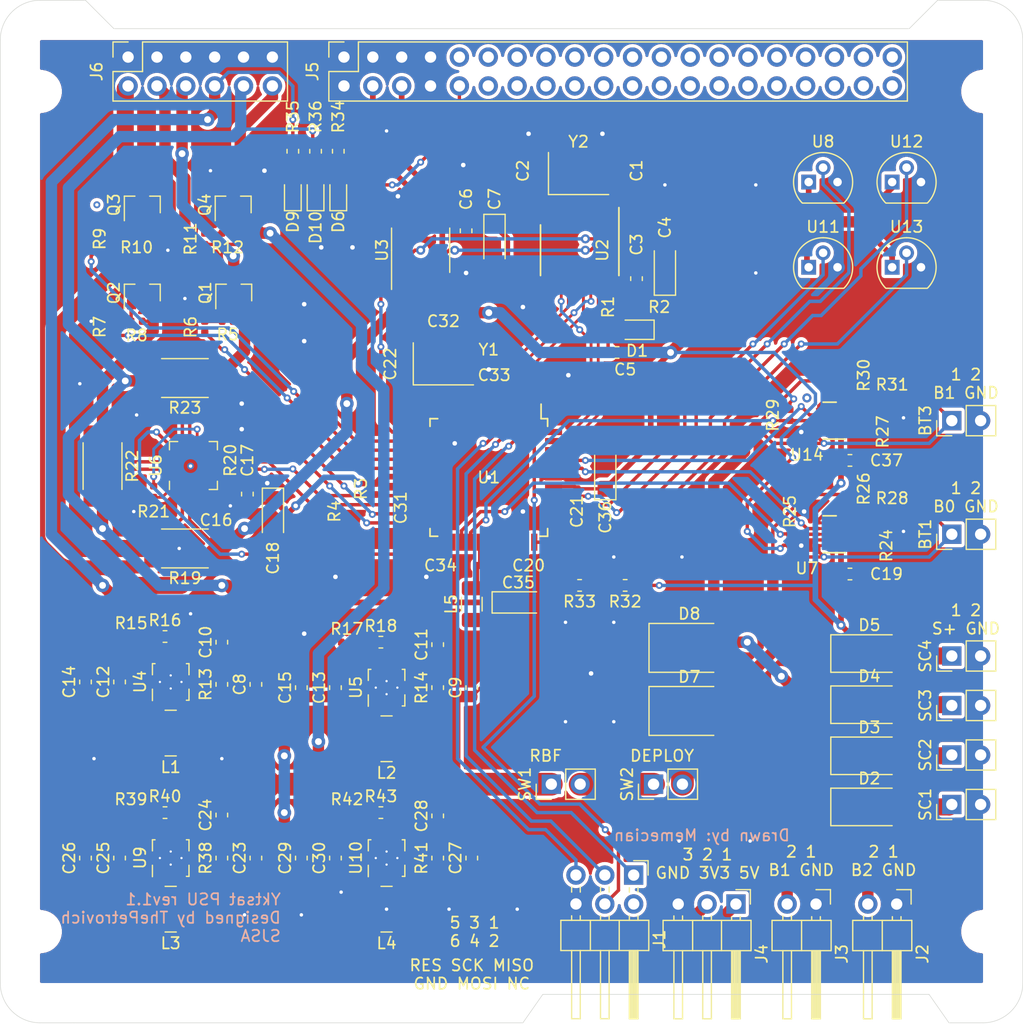
<source format=kicad_pcb>
(kicad_pcb (version 20171130) (host pcbnew "(5.1.4)-1")
  (title_block (title "Yktsat Power Supply Module") (date 2020-03-23) (rev 1) (company SJSA) (comment 1 YKTS-1000-PWRBRD) (comment 2 ThePetrovich))
  (layers (0 F.Cu signal) (31 B.Cu signal) (34 B.Paste user) (35 F.Paste user) (36 B.SilkS user) (37 F.SilkS user) (38 B.Mask user) (39 F.Mask user) (44 Edge.Cuts user))
  (net 0 "")
  (net 1 GND)
  (net 2 "Net-(C1-Pad1)")
  (net 3 "Net-(C2-Pad1)")
  (net 4 +5V)
  (net 5 "Net-(C5-Pad1)")
  (net 6 +BATT)
  (net 7 +3V3)
  (net 8 "Net-(D2-Pad2)")
  (net 9 "Net-(L1-Pad2)")
  (net 10 "Net-(L1-Pad1)")
  (net 11 "Net-(L2-Pad2)")
  (net 12 "Net-(L2-Pad1)")
  (net 13 "Net-(L3-Pad2)")
  (net 14 "Net-(L3-Pad1)")
  (net 15 "Net-(R1-Pad2)")
  (net 16 /PWR_CSENSOR/PV)
  (net 17 "Net-(R15-Pad2)")
  (net 18 /PWR_CANBUS/MCP_!CS)
  (net 19 /PWR_CANBUS/MCP_!INT)
  (net 20 "Net-(U2-Pad2)")
  (net 21 "Net-(U2-Pad1)")
  (net 22 CANH)
  (net 23 CANL)
  (net 24 /PWR_CSENSOR/INA_TCTRL)
  (net 25 /PWR_CSENSOR/INA_CRIT)
  (net 26 /PWR_CSENSOR/INA_WARN)
  (net 27 /PWR_CSENSOR/INA_SDA)
  (net 28 /PWR_CSENSOR/INA_SCL)
  (net 29 /PWR_CHARGER/BQ0_OUT)
  (net 30 /PWR_CHARGER/BQ1_OUT)
  (net 31 "Net-(C10-Pad1)")
  (net 32 "Net-(C11-Pad1)")
  (net 33 VSOLAR)
  (net 34 "Net-(D3-Pad2)")
  (net 35 "Net-(D4-Pad2)")
  (net 36 "Net-(D5-Pad2)")
  (net 37 +3V3-A)
  (net 38 /MCU_3V3A)
  (net 39 +3V3-B)
  (net 40 /MCU_3V3B)
  (net 41 +5V-A)
  (net 42 /MCU_5VA)
  (net 43 /MCU_BHEAT)
  (net 44 "Net-(R17-Pad2)")
  (net 45 "Net-(R20-Pad1)")
  (net 46 "Net-(R21-Pad1)")
  (net 47 "Net-(R24-Pad1)")
  (net 48 /MCU_BQSTAT0)
  (net 49 "Net-(R26-Pad1)")
  (net 50 /MCU_BQSTAT1)
  (net 51 "Net-(Q1-Pad1)")
  (net 52 "Net-(Q2-Pad1)")
  (net 53 "Net-(Q3-Pad1)")
  (net 54 BAT_HEAT)
  (net 55 "Net-(Q4-Pad1)")
  (net 56 "Net-(C24-Pad1)")
  (net 57 "Net-(C28-Pad1)")
  (net 58 "Net-(L4-Pad2)")
  (net 59 "Net-(L4-Pad1)")
  (net 60 "Net-(R39-Pad2)")
  (net 61 "Net-(R42-Pad2)")
  (net 62 "Net-(C22-Pad1)")
  (net 63 "Net-(C32-Pad1)")
  (net 64 /ICSP_RESET)
  (net 65 /ICSP_MOSI)
  (net 66 /ICSP_SCK)
  (net 67 /ICSP_MISO)
  (net 68 "Net-(R27-Pad1)")
  (net 69 "Net-(R30-Pad1)")
  (net 70 /MCU_BQCTRL1)
  (net 71 /MCU_BQCTRL0)
  (net 72 /MCU_BPROBE01)
  (net 73 /MCU_BPROBE02)
  (net 74 /MCU_BPROBE11)
  (net 75 /MCU_BPROBE12)
  (net 76 "Net-(SW1-Pad2)")
  (net 77 "Net-(C34-Pad1)")
  (net 78 "Net-(R26-Pad2)")
  (net 79 "Net-(R30-Pad2)")
  (net 80 /MCU_VSOL)
  (net 81 PW_OK)
  (net 82 "Net-(D6-Pad2)")
  (net 83 "Net-(D9-Pad2)")
  (net 84 "Net-(D10-Pad2)")
  (module Resistor_SMD:R_0603_1608Metric (layer F.Cu) (at 127.5 73.2875 270)
    (fp_text reference R36 (at -3.0375 0 90) (layer F.SilkS))
    (fp_text value 1K)
    (pad 2 smd roundrect (at 0.7875 0 270) (size 0.875 0.95) (layers F.Cu F.Paste F.Mask) (net 84 "Net-(D10-Pad2)"))
    (pad 1 smd roundrect (at -0.7875 0 270) (size 0.875 0.95) (layers F.Cu F.Paste F.Mask) (net 7 +3V3))
  )
  (module Resistor_SMD:R_0603_1608Metric (layer F.Cu) (at 125.5 73.2875 270)
    (fp_text reference R35 (at -3.0375 0 90) (layer F.SilkS))
    (fp_text value 1K)
    (pad 2 smd roundrect (at 0.7875 0 270) (size 0.875 0.95) (layers F.Cu F.Paste F.Mask) (net 83 "Net-(D9-Pad2)"))
    (pad 1 smd roundrect (at -0.7875 0 270) (size 0.875 0.95) (layers F.Cu F.Paste F.Mask) (net 4 +5V))
  )
  (module Resistor_SMD:R_0603_1608Metric (layer F.Cu) (at 129.5 73.2875 270)
    (fp_text reference R34 (at -3.0375 0 90) (layer F.SilkS))
    (fp_text value 1K)
    (pad 2 smd roundrect (at 0.7875 0 270) (size 0.875 0.95) (layers F.Cu F.Paste F.Mask) (net 82 "Net-(D6-Pad2)"))
    (pad 1 smd roundrect (at -0.7875 0 270) (size 0.875 0.95) (layers F.Cu F.Paste F.Mask) (net 81 PW_OK))
  )
  (module LED_SMD:LED_0603_1608Metric (layer F.Cu) (at 127.5 77.0375 90)
    (fp_text reference D10 (at -2.9625 0 90) (layer F.SilkS))
    (fp_text value G)
    (pad 2 smd roundrect (at 0.7875 0 90) (size 0.875 0.95) (layers F.Cu F.Paste F.Mask) (net 84 "Net-(D10-Pad2)"))
    (pad 1 smd roundrect (at -0.7875 0 90) (size 0.875 0.95) (layers F.Cu F.Paste F.Mask) (net 1 GND))
  )
  (module LED_SMD:LED_0603_1608Metric (layer F.Cu) (at 125.5 77.0375 90)
    (fp_text reference D9 (at -2.4625 0 90) (layer F.SilkS))
    (fp_text value G)
    (pad 2 smd roundrect (at 0.7875 0 90) (size 0.875 0.95) (layers F.Cu F.Paste F.Mask) (net 83 "Net-(D9-Pad2)"))
    (pad 1 smd roundrect (at -0.7875 0 90) (size 0.875 0.95) (layers F.Cu F.Paste F.Mask) (net 1 GND))
  )
  (module LED_SMD:LED_0603_1608Metric (layer F.Cu) (at 129.5 77.0375 90)
    (fp_text reference D6 (at -2.4625 0 90) (layer F.SilkS))
    (fp_text value G)
    (pad 2 smd roundrect (at 0.7875 0 90) (size 0.875 0.95) (layers F.Cu F.Paste F.Mask) (net 82 "Net-(D6-Pad2)"))
    (pad 1 smd roundrect (at -0.7875 0 90) (size 0.875 0.95) (layers F.Cu F.Paste F.Mask) (net 1 GND))
  )
  (module Resistor_SMD:R_0603_1608Metric (layer F.Cu) (at 150.74 111.5 180)
    (fp_text reference R33 (at 0 -1.43) (layer F.SilkS))
    (fp_text value V)
    (pad 2 smd roundrect (at 0.7875 0 180) (size 0.875 0.95) (layers F.Cu F.Paste F.Mask) (net 1 GND))
    (pad 1 smd roundrect (at -0.7875 0 180) (size 0.875 0.95) (layers F.Cu F.Paste F.Mask) (net 80 /MCU_VSOL))
  )
  (module Resistor_SMD:R_0603_1608Metric (layer F.Cu) (at 154.75 111.5 180)
    (fp_text reference R32 (at 0 -1.43) (layer F.SilkS))
    (fp_text value V)
    (pad 2 smd roundrect (at 0.7875 0 180) (size 0.875 0.95) (layers F.Cu F.Paste F.Mask) (net 80 /MCU_VSOL))
    (pad 1 smd roundrect (at -0.7875 0 180) (size 0.875 0.95) (layers F.Cu F.Paste F.Mask) (net 33 VSOLAR))
  )
  (module Resistor_SMD:R_0402_1005Metric (layer F.Cu) (at 117.75 81 270)
    (fp_text reference R11 (at 0 1.25 90) (layer F.SilkS))
    (fp_text value 1K)
    (pad 2 smd roundrect (at 0.485 0 270) (size 0.59 0.64) (layers F.Cu F.Paste F.Mask) (net 43 /MCU_BHEAT))
    (pad 1 smd roundrect (at -0.485 0 270) (size 0.59 0.64) (layers F.Cu F.Paste F.Mask) (net 55 "Net-(Q4-Pad1)"))
  )
  (module Resistor_SMD:R_0402_1005Metric (layer F.Cu) (at 109.75 81 270)
    (fp_text reference R9 (at 0 1.25 90) (layer F.SilkS))
    (fp_text value 1K)
    (pad 2 smd roundrect (at 0.485 0 270) (size 0.59 0.64) (layers F.Cu F.Paste F.Mask) (net 42 /MCU_5VA))
    (pad 1 smd roundrect (at -0.485 0 270) (size 0.59 0.64) (layers F.Cu F.Paste F.Mask) (net 53 "Net-(Q3-Pad1)"))
  )
  (module Resistor_SMD:R_0402_1005Metric (layer F.Cu) (at 109.75 88.75 270)
    (fp_text reference R7 (at 0 1.25 90) (layer F.SilkS))
    (fp_text value 1K)
    (pad 2 smd roundrect (at 0.485 0 270) (size 0.59 0.64) (layers F.Cu F.Paste F.Mask) (net 40 /MCU_3V3B))
    (pad 1 smd roundrect (at -0.485 0 270) (size 0.59 0.64) (layers F.Cu F.Paste F.Mask) (net 52 "Net-(Q2-Pad1)"))
  )
  (module Resistor_SMD:R_0402_1005Metric (layer F.Cu) (at 117.75 88.75 270)
    (fp_text reference R6 (at 0.015 1.25 90) (layer F.SilkS))
    (fp_text value 1K)
    (pad 2 smd roundrect (at 0.485 0 270) (size 0.59 0.64) (layers F.Cu F.Paste F.Mask) (net 38 /MCU_3V3A))
    (pad 1 smd roundrect (at -0.485 0 270) (size 0.59 0.64) (layers F.Cu F.Paste F.Mask) (net 51 "Net-(Q1-Pad1)"))
  )
  (module Resistor_SMD:R_0402_1005Metric (layer F.Cu) (at 119.765 88.25 180)
    (fp_text reference R5 (at 0 -1.17) (layer F.SilkS))
    (fp_text value 10K)
    (pad 2 smd roundrect (at 0.485 0 180) (size 0.59 0.64) (layers F.Cu F.Paste F.Mask) (net 51 "Net-(Q1-Pad1)"))
    (pad 1 smd roundrect (at -0.485 0 180) (size 0.59 0.64) (layers F.Cu F.Paste F.Mask) (net 37 +3V3-A))
  )
  (module Package_TO_SOT_SMD:SOT-23 (layer F.Cu) (at 120.3 85.75 90)
    (fp_text reference Q1 (at 0 -2.5 90) (layer F.SilkS))
    (fp_text value KIA3415)
    (pad 3 smd rect (at 1 0 90) (size 0.9 0.8) (layers F.Cu F.Paste F.Mask) (net 37 +3V3-A))
    (pad 2 smd rect (at -1 0.95 90) (size 0.9 0.8) (layers F.Cu F.Paste F.Mask) (net 37 +3V3-A))
    (pad 1 smd rect (at -1 -0.95 90) (size 0.9 0.8) (layers F.Cu F.Paste F.Mask) (net 51 "Net-(Q1-Pad1)"))
  )
  (module Resistor_SMD:R_0402_1005Metric (layer F.Cu) (at 119.75 80.5 180)
    (fp_text reference R12 (at 0 -1.25) (layer F.SilkS))
    (fp_text value 10K)
    (pad 2 smd roundrect (at 0.485 0 180) (size 0.59 0.64) (layers F.Cu F.Paste F.Mask) (net 55 "Net-(Q4-Pad1)"))
    (pad 1 smd roundrect (at -0.485 0 180) (size 0.59 0.64) (layers F.Cu F.Paste F.Mask) (net 6 +BATT))
  )
  (module Resistor_SMD:R_0402_1005Metric (layer F.Cu) (at 111.75 80.5 180)
    (fp_text reference R10 (at 0 -1.25) (layer F.SilkS))
    (fp_text value 10K)
    (pad 2 smd roundrect (at 0.485 0 180) (size 0.59 0.64) (layers F.Cu F.Paste F.Mask) (net 53 "Net-(Q3-Pad1)"))
    (pad 1 smd roundrect (at -0.485 0 180) (size 0.59 0.64) (layers F.Cu F.Paste F.Mask) (net 41 +5V-A))
  )
  (module Resistor_SMD:R_0402_1005Metric (layer F.Cu) (at 111.75 88.25 180)
    (fp_text reference R8 (at 0 -1.25) (layer F.SilkS))
    (fp_text value 10K)
    (pad 2 smd roundrect (at 0.485 0 180) (size 0.59 0.64) (layers F.Cu F.Paste F.Mask) (net 52 "Net-(Q2-Pad1)"))
    (pad 1 smd roundrect (at -0.485 0 180) (size 0.59 0.64) (layers F.Cu F.Paste F.Mask) (net 39 +3V3-B))
  )
  (module Package_TO_SOT_SMD:SOT-23 (layer F.Cu) (at 120.25 78 90)
    (fp_text reference Q4 (at 0 -2.5 90) (layer F.SilkS))
    (fp_text value KIA3415)
    (pad 3 smd rect (at 1 0 90) (size 0.9 0.8) (layers F.Cu F.Paste F.Mask) (net 54 BAT_HEAT))
    (pad 2 smd rect (at -1 0.95 90) (size 0.9 0.8) (layers F.Cu F.Paste F.Mask) (net 6 +BATT))
    (pad 1 smd rect (at -1 -0.95 90) (size 0.9 0.8) (layers F.Cu F.Paste F.Mask) (net 55 "Net-(Q4-Pad1)"))
  )
  (module Package_TO_SOT_SMD:SOT-23 (layer F.Cu) (at 112.25 78 90)
    (fp_text reference Q3 (at 0 -2.5 90) (layer F.SilkS))
    (fp_text value KIA3415)
    (pad 3 smd rect (at 1 0 90) (size 0.9 0.8) (layers F.Cu F.Paste F.Mask) (net 41 +5V-A))
    (pad 2 smd rect (at -1 0.95 90) (size 0.9 0.8) (layers F.Cu F.Paste F.Mask) (net 41 +5V-A))
    (pad 1 smd rect (at -1 -0.95 90) (size 0.9 0.8) (layers F.Cu F.Paste F.Mask) (net 53 "Net-(Q3-Pad1)"))
  )
  (module Package_TO_SOT_SMD:SOT-23 (layer F.Cu) (at 112.25 85.75 90)
    (fp_text reference Q2 (at 0 -2.5 90) (layer F.SilkS))
    (fp_text value KIA3415)
    (pad 3 smd rect (at 1 0 90) (size 0.9 0.8) (layers F.Cu F.Paste F.Mask) (net 39 +3V3-B))
    (pad 2 smd rect (at -1 0.95 90) (size 0.9 0.8) (layers F.Cu F.Paste F.Mask) (net 39 +3V3-B))
    (pad 1 smd rect (at -1 -0.95 90) (size 0.9 0.8) (layers F.Cu F.Paste F.Mask) (net 52 "Net-(Q2-Pad1)"))
  )
  (module Connector_PinHeader_2.54mm:PinHeader_2x03_P2.54mm_Horizontal (layer F.Cu) (at 155.5 137 270)
    (fp_text reference J1 (at 5.655 -2.27 90) (layer F.SilkS))
    (fp_text value ICSP)
    (pad 6 thru_hole oval (at 2.54 5.08 270) (size 1.7 1.7) (drill 1) (layers *.Cu *.Mask) (net 1 GND))
    (pad 5 thru_hole oval (at 0 5.08 270) (size 1.7 1.7) (drill 1) (layers *.Cu *.Mask) (net 64 /ICSP_RESET))
    (pad 4 thru_hole oval (at 2.54 2.54 270) (size 1.7 1.7) (drill 1) (layers *.Cu *.Mask) (net 65 /ICSP_MOSI))
    (pad 3 thru_hole oval (at 0 2.54 270) (size 1.7 1.7) (drill 1) (layers *.Cu *.Mask) (net 66 /ICSP_SCK))
    (pad 2 thru_hole oval (at 2.54 0 270) (size 1.7 1.7) (drill 1) (layers *.Cu *.Mask))
    (pad 1 thru_hole rect (at 0 0 270) (size 1.7 1.7) (drill 1) (layers *.Cu *.Mask) (net 67 /ICSP_MISO))
  )
  (module Capacitor_SMD:C_0603_1608Metric (layer F.Cu) (at 107.25 120 90)
    (fp_text reference C14 (at 0 -1.43 90) (layer F.SilkS))
    (fp_text value 10uF)
    (pad 2 smd roundrect (at 0.7875 0 90) (size 0.875 0.95) (layers F.Cu F.Paste F.Mask) (net 1 GND))
    (pad 1 smd roundrect (at -0.7875 0 90) (size 0.875 0.95) (layers F.Cu F.Paste F.Mask) (net 4 +5V))
  )
  (module Capacitor_SMD:C_0603_1608Metric (layer F.Cu) (at 110.25 120 90)
    (fp_text reference C12 (at 0 -1.43 90) (layer F.SilkS))
    (fp_text value 10uF)
    (pad 2 smd roundrect (at 0.7875 0 90) (size 0.875 0.95) (layers F.Cu F.Paste F.Mask) (net 1 GND))
    (pad 1 smd roundrect (at -0.7875 0 90) (size 0.875 0.95) (layers F.Cu F.Paste F.Mask) (net 4 +5V))
  )
  (module Connector_PinSocket_2.54mm:PinSocket_2x06_P2.54mm_Vertical (layer F.Cu) (at 111 65 90)
    (fp_text reference J6 (at -1.27 -2.77 90) (layer F.SilkS))
    (fp_text value PWR_HEAD)
    (pad 12 thru_hole oval (at -2.54 12.7 90) (size 1.7 1.7) (drill 1) (layers *.Cu *.Mask) (net 54 BAT_HEAT))
    (pad 11 thru_hole oval (at 0 12.7 90) (size 1.7 1.7) (drill 1) (layers *.Cu *.Mask) (net 1 GND))
    (pad 10 thru_hole oval (at -2.54 10.16 90) (size 1.7 1.7) (drill 1) (layers *.Cu *.Mask) (net 7 +3V3))
    (pad 9 thru_hole oval (at 0 10.16 90) (size 1.7 1.7) (drill 1) (layers *.Cu *.Mask) (net 1 GND))
    (pad 8 thru_hole oval (at -2.54 7.62 90) (size 1.7 1.7) (drill 1) (layers *.Cu *.Mask) (net 4 +5V))
    (pad 7 thru_hole oval (at 0 7.62 90) (size 1.7 1.7) (drill 1) (layers *.Cu *.Mask) (net 1 GND))
    (pad 6 thru_hole oval (at -2.54 5.08 90) (size 1.7 1.7) (drill 1) (layers *.Cu *.Mask) (net 37 +3V3-A))
    (pad 5 thru_hole oval (at 0 5.08 90) (size 1.7 1.7) (drill 1) (layers *.Cu *.Mask) (net 1 GND))
    (pad 4 thru_hole oval (at -2.54 2.54 90) (size 1.7 1.7) (drill 1) (layers *.Cu *.Mask) (net 39 +3V3-B))
    (pad 3 thru_hole oval (at 0 2.54 90) (size 1.7 1.7) (drill 1) (layers *.Cu *.Mask) (net 1 GND))
    (pad 2 thru_hole oval (at -2.54 0 90) (size 1.7 1.7) (drill 1) (layers *.Cu *.Mask) (net 41 +5V-A))
    (pad 1 thru_hole rect (at 0 0 90) (size 1.7 1.7) (drill 1) (layers *.Cu *.Mask) (net 1 GND))
  )
  (module Connector_PinSocket_2.54mm:PinSocket_2x20_P2.54mm_Vertical (layer F.Cu) (at 130 65 90)
    (fp_text reference J5 (at -1.27 -2.77 90) (layer F.SilkS))
    (fp_text value Conn_02x20_Odd_Even_MountingPin)
    (pad 40 thru_hole oval (at -2.54 48.26 90) (size 1.7 1.7) (drill 1) (layers *.Cu *.Mask))
    (pad 39 thru_hole oval (at 0 48.26 90) (size 1.7 1.7) (drill 1) (layers *.Cu *.Mask))
    (pad 38 thru_hole oval (at -2.54 45.72 90) (size 1.7 1.7) (drill 1) (layers *.Cu *.Mask))
    (pad 37 thru_hole oval (at 0 45.72 90) (size 1.7 1.7) (drill 1) (layers *.Cu *.Mask))
    (pad 36 thru_hole oval (at -2.54 43.18 90) (size 1.7 1.7) (drill 1) (layers *.Cu *.Mask))
    (pad 35 thru_hole oval (at 0 43.18 90) (size 1.7 1.7) (drill 1) (layers *.Cu *.Mask))
    (pad 34 thru_hole oval (at -2.54 40.64 90) (size 1.7 1.7) (drill 1) (layers *.Cu *.Mask))
    (pad 33 thru_hole oval (at 0 40.64 90) (size 1.7 1.7) (drill 1) (layers *.Cu *.Mask))
    (pad 32 thru_hole oval (at -2.54 38.1 90) (size 1.7 1.7) (drill 1) (layers *.Cu *.Mask))
    (pad 31 thru_hole oval (at 0 38.1 90) (size 1.7 1.7) (drill 1) (layers *.Cu *.Mask))
    (pad 30 thru_hole oval (at -2.54 35.56 90) (size 1.7 1.7) (drill 1) (layers *.Cu *.Mask))
    (pad 29 thru_hole oval (at 0 35.56 90) (size 1.7 1.7) (drill 1) (layers *.Cu *.Mask))
    (pad 28 thru_hole oval (at -2.54 33.02 90) (size 1.7 1.7) (drill 1) (layers *.Cu *.Mask))
    (pad 27 thru_hole oval (at 0 33.02 90) (size 1.7 1.7) (drill 1) (layers *.Cu *.Mask))
    (pad 26 thru_hole oval (at -2.54 30.48 90) (size 1.7 1.7) (drill 1) (layers *.Cu *.Mask))
    (pad 25 thru_hole oval (at 0 30.48 90) (size 1.7 1.7) (drill 1) (layers *.Cu *.Mask))
    (pad 24 thru_hole oval (at -2.54 27.94 90) (size 1.7 1.7) (drill 1) (layers *.Cu *.Mask))
    (pad 23 thru_hole oval (at 0 27.94 90) (size 1.7 1.7) (drill 1) (layers *.Cu *.Mask))
    (pad 22 thru_hole oval (at -2.54 25.4 90) (size 1.7 1.7) (drill 1) (layers *.Cu *.Mask))
    (pad 21 thru_hole oval (at 0 25.4 90) (size 1.7 1.7) (drill 1) (layers *.Cu *.Mask))
    (pad 20 thru_hole oval (at -2.54 22.86 90) (size 1.7 1.7) (drill 1) (layers *.Cu *.Mask))
    (pad 19 thru_hole oval (at 0 22.86 90) (size 1.7 1.7) (drill 1) (layers *.Cu *.Mask))
    (pad 18 thru_hole oval (at -2.54 20.32 90) (size 1.7 1.7) (drill 1) (layers *.Cu *.Mask))
    (pad 17 thru_hole oval (at 0 20.32 90) (size 1.7 1.7) (drill 1) (layers *.Cu *.Mask))
    (pad 16 thru_hole oval (at -2.54 17.78 90) (size 1.7 1.7) (drill 1) (layers *.Cu *.Mask))
    (pad 15 thru_hole oval (at 0 17.78 90) (size 1.7 1.7) (drill 1) (layers *.Cu *.Mask))
    (pad 14 thru_hole oval (at -2.54 15.24 90) (size 1.7 1.7) (drill 1) (layers *.Cu *.Mask))
    (pad 13 thru_hole oval (at 0 15.24 90) (size 1.7 1.7) (drill 1) (layers *.Cu *.Mask))
    (pad 12 thru_hole oval (at -2.54 12.7 90) (size 1.7 1.7) (drill 1) (layers *.Cu *.Mask))
    (pad 11 thru_hole oval (at 0 12.7 90) (size 1.7 1.7) (drill 1) (layers *.Cu *.Mask))
    (pad 10 thru_hole oval (at -2.54 10.16 90) (size 1.7 1.7) (drill 1) (layers *.Cu *.Mask) (net 81 PW_OK))
    (pad 9 thru_hole oval (at 0 10.16 90) (size 1.7 1.7) (drill 1) (layers *.Cu *.Mask))
    (pad 8 thru_hole oval (at -2.54 7.62 90) (size 1.7 1.7) (drill 1) (layers *.Cu *.Mask) (net 1 GND))
    (pad 7 thru_hole oval (at 0 7.62 90) (size 1.7 1.7) (drill 1) (layers *.Cu *.Mask) (net 1 GND))
    (pad 6 thru_hole oval (at -2.54 5.08 90) (size 1.7 1.7) (drill 1) (layers *.Cu *.Mask) (net 23 CANL))
    (pad 5 thru_hole oval (at 0 5.08 90) (size 1.7 1.7) (drill 1) (layers *.Cu *.Mask) (net 1 GND))
    (pad 4 thru_hole oval (at -2.54 2.54 90) (size 1.7 1.7) (drill 1) (layers *.Cu *.Mask) (net 22 CANH))
    (pad 3 thru_hole oval (at 0 2.54 90) (size 1.7 1.7) (drill 1) (layers *.Cu *.Mask) (net 1 GND))
    (pad 2 thru_hole oval (at -2.54 0 90) (size 1.7 1.7) (drill 1) (layers *.Cu *.Mask) (net 1 GND))
    (pad 1 thru_hole rect (at 0 0 90) (size 1.7 1.7) (drill 1) (layers *.Cu *.Mask) (net 1 GND))
  )
  (module MountingHole:MountingHole_3.2mm_M3 (layer F.Cu) (at 103.275 141.975)
    (fp_text reference REF** hide)
    (fp_text value MountingHole_3.2mm_M3)
    (pad 1 np_thru_hole circle (at 0 0) (size 3.2 3.2) (drill 3.2) (layers *.Cu *.Mask))
  )
  (module MountingHole:MountingHole_3.2mm_M3 (layer F.Cu) (at 186.225 141.975)
    (fp_text reference REF** hide)
    (fp_text value MountingHole_3.2mm_M3)
    (pad 1 np_thru_hole circle (at 0 0) (size 3.2 3.2) (drill 3.2) (layers *.Cu *.Mask))
  )
  (module MountingHole:MountingHole_3.2mm_M3 (layer F.Cu) (at 186.225 68.025)
    (fp_text reference REF** hide)
    (fp_text value MountingHole_3.2mm_M3)
    (pad 1 np_thru_hole circle (at 0 0) (size 3.2 3.2) (drill 3.2) (layers *.Cu *.Mask))
  )
  (module MountingHole:MountingHole_3.2mm_M3 (layer F.Cu) (at 103.25 68.025)
    (fp_text reference REF** hide)
    (fp_text value MountingHole_3.2mm_M3)
    (pad "" np_thru_hole circle (at 0.025 0) (size 3.2 3.2) (drill 3.2) (layers *.Cu *.Mask))
  )
  (module Resistor_SMD:R_0402_1005Metric (layer F.Cu) (at 169.25 107.485 90)
    (fp_text reference R25 (at 2.485 0 90) (layer F.SilkS))
    (fp_text value V)
    (pad 2 smd roundrect (at 0.485 0 90) (size 0.59 0.64) (layers F.Cu F.Paste F.Mask) (net 48 /MCU_BQSTAT0))
    (pad 1 smd roundrect (at -0.485 0 90) (size 0.59 0.64) (layers F.Cu F.Paste F.Mask) (net 4 +5V))
  )
  (module Capacitor_SMD:C_0402_1005Metric (layer F.Cu) (at 141.265 109.75 180)
    (fp_text reference C34 (at 2.765 0) (layer F.SilkS))
    (fp_text value 100nF)
    (pad 2 smd roundrect (at 0.485 0 180) (size 0.59 0.64) (layers F.Cu F.Paste F.Mask) (net 1 GND))
    (pad 1 smd roundrect (at -0.485 0 180) (size 0.59 0.64) (layers F.Cu F.Paste F.Mask) (net 77 "Net-(C34-Pad1)"))
  )
  (module Crystal:Crystal_SMD_5032-4Pin_5.0x3.2mm (layer F.Cu) (at 150.65 75.25)
    (fp_text reference Y2 (at 0 -2.8) (layer F.SilkS))
    (fp_text value "12 MHz")
    (pad 4 smd rect (at -1.65 -1) (size 1.6 1.3) (layers F.Cu F.Paste F.Mask) (net 1 GND))
    (pad 3 smd rect (at 1.65 -1) (size 1.6 1.3) (layers F.Cu F.Paste F.Mask) (net 2 "Net-(C1-Pad1)"))
    (pad 2 smd rect (at 1.65 1) (size 1.6 1.3) (layers F.Cu F.Paste F.Mask) (net 1 GND))
    (pad 1 smd rect (at -1.65 1) (size 1.6 1.3) (layers F.Cu F.Paste F.Mask) (net 3 "Net-(C2-Pad1)"))
  )
  (module Crystal:Crystal_SMD_5032-4Pin_5.0x3.2mm (layer F.Cu) (at 138.75 92)
    (fp_text reference Y1 (at 4 -1.25) (layer F.SilkS))
    (fp_text value "8 MHz")
    (pad 4 smd rect (at -1.65 -1) (size 1.6 1.3) (layers F.Cu F.Paste F.Mask) (net 1 GND))
    (pad 3 smd rect (at 1.65 -1) (size 1.6 1.3) (layers F.Cu F.Paste F.Mask) (net 63 "Net-(C32-Pad1)"))
    (pad 2 smd rect (at 1.65 1) (size 1.6 1.3) (layers F.Cu F.Paste F.Mask) (net 1 GND))
    (pad 1 smd rect (at -1.65 1) (size 1.6 1.3) (layers F.Cu F.Paste F.Mask) (net 62 "Net-(C22-Pad1)"))
  )
  (module Capacitor_SMD:C_0603_1608Metric (layer F.Cu) (at 121.5 103.4625 90)
    (fp_text reference C17 (at 2.9625 0 90) (layer F.SilkS))
    (fp_text value 100nF)
    (pad 2 smd roundrect (at 0.7875 0 90) (size 0.875 0.95) (layers F.Cu F.Paste F.Mask) (net 1 GND))
    (pad 1 smd roundrect (at -0.7875 0 90) (size 0.875 0.95) (layers F.Cu F.Paste F.Mask) (net 4 +5V))
  )
  (module Package_TO_SOT_THT:TO-92 (layer F.Cu) (at 178.25 83.5)
    (fp_text reference U13 (at 1.27 -3.56) (layer F.SilkS))
    (fp_text value LM35-LP)
    (pad 1 thru_hole rect (at 0 0 90) (size 1.3 1.3) (drill 0.75) (layers *.Cu *.Mask) (net 4 +5V))
    (pad 3 thru_hole circle (at 2.54 0 90) (size 1.3 1.3) (drill 0.75) (layers *.Cu *.Mask) (net 1 GND))
    (pad 2 thru_hole circle (at 1.27 -1.27 90) (size 1.3 1.3) (drill 0.75) (layers *.Cu *.Mask) (net 75 /MCU_BPROBE12))
  )
  (module Package_TO_SOT_THT:TO-92 (layer F.Cu) (at 178.25 76)
    (fp_text reference U12 (at 1.27 -3.56) (layer F.SilkS))
    (fp_text value LM35-LP)
    (pad 1 thru_hole rect (at 0 0 90) (size 1.3 1.3) (drill 0.75) (layers *.Cu *.Mask) (net 4 +5V))
    (pad 3 thru_hole circle (at 2.54 0 90) (size 1.3 1.3) (drill 0.75) (layers *.Cu *.Mask) (net 1 GND))
    (pad 2 thru_hole circle (at 1.27 -1.27 90) (size 1.3 1.3) (drill 0.75) (layers *.Cu *.Mask) (net 74 /MCU_BPROBE11))
  )
  (module Package_TO_SOT_THT:TO-92 (layer F.Cu) (at 170.903332 83.5)
    (fp_text reference U11 (at 1.27 -3.56) (layer F.SilkS))
    (fp_text value LM35-LP)
    (pad 1 thru_hole rect (at 0 0 90) (size 1.3 1.3) (drill 0.75) (layers *.Cu *.Mask) (net 4 +5V))
    (pad 3 thru_hole circle (at 2.54 0 90) (size 1.3 1.3) (drill 0.75) (layers *.Cu *.Mask) (net 1 GND))
    (pad 2 thru_hole circle (at 1.27 -1.27 90) (size 1.3 1.3) (drill 0.75) (layers *.Cu *.Mask) (net 73 /MCU_BPROBE02))
  )
  (module Package_TO_SOT_THT:TO-92 (layer F.Cu) (at 170.903332 76)
    (fp_text reference U8 (at 1.27 -3.56) (layer F.SilkS))
    (fp_text value LM35-LP)
    (pad 1 thru_hole rect (at 0 0 90) (size 1.3 1.3) (drill 0.75) (layers *.Cu *.Mask) (net 4 +5V))
    (pad 3 thru_hole circle (at 2.54 0 90) (size 1.3 1.3) (drill 0.75) (layers *.Cu *.Mask) (net 1 GND))
    (pad 2 thru_hole circle (at 1.27 -1.27 90) (size 1.3 1.3) (drill 0.75) (layers *.Cu *.Mask) (net 72 /MCU_BPROBE01))
  )
  (module Connector_PinHeader_2.54mm:PinHeader_1x02_P2.54mm_Vertical (layer F.Cu) (at 157.25 129 90)
    (fp_text reference SW2 (at 0 -2.33 90) (layer F.SilkS))
    (fp_text value DEPLOY)
    (pad 2 thru_hole oval (at 0 2.54 90) (size 1.7 1.7) (drill 1) (layers *.Cu *.Mask) (net 6 +BATT))
    (pad 1 thru_hole rect (at 0 0 90) (size 1.7 1.7) (drill 1) (layers *.Cu *.Mask) (net 76 "Net-(SW1-Pad2)"))
  )
  (module Connector_PinHeader_2.54mm:PinHeader_1x02_P2.54mm_Vertical (layer F.Cu) (at 148.25 129 90)
    (fp_text reference SW1 (at 0 -2.33 90) (layer F.SilkS))
    (fp_text value RBF)
    (pad 2 thru_hole oval (at 0 2.54 90) (size 1.7 1.7) (drill 1) (layers *.Cu *.Mask) (net 76 "Net-(SW1-Pad2)"))
    (pad 1 thru_hole rect (at 0 0 90) (size 1.7 1.7) (drill 1) (layers *.Cu *.Mask) (net 6 +BATT))
  )
  (module Connector_PinHeader_2.54mm:PinHeader_1x02_P2.54mm_Vertical (layer F.Cu) (at 183.5 117.714284 90)
    (fp_text reference SC4 (at 0 -2.33 90) (layer F.SilkS))
    (fp_text value Y-)
    (pad 2 thru_hole oval (at 0 2.54 90) (size 1.7 1.7) (drill 1) (layers *.Cu *.Mask) (net 1 GND))
    (pad 1 thru_hole rect (at 0 0 90) (size 1.7 1.7) (drill 1) (layers *.Cu *.Mask) (net 36 "Net-(D5-Pad2)"))
  )
  (module Connector_PinHeader_2.54mm:PinHeader_1x02_P2.54mm_Vertical (layer F.Cu) (at 183.5 122.071426 90)
    (fp_text reference SC3 (at 0 -2.33 90) (layer F.SilkS))
    (fp_text value Y+)
    (pad 2 thru_hole oval (at 0 2.54 90) (size 1.7 1.7) (drill 1) (layers *.Cu *.Mask) (net 1 GND))
    (pad 1 thru_hole rect (at 0 0 90) (size 1.7 1.7) (drill 1) (layers *.Cu *.Mask) (net 35 "Net-(D4-Pad2)"))
  )
  (module Connector_PinHeader_2.54mm:PinHeader_1x02_P2.54mm_Vertical (layer F.Cu) (at 183.5 126.428568 90)
    (fp_text reference SC2 (at 0 -2.33 90) (layer F.SilkS))
    (fp_text value X-)
    (pad 2 thru_hole oval (at 0 2.54 90) (size 1.7 1.7) (drill 1) (layers *.Cu *.Mask) (net 1 GND))
    (pad 1 thru_hole rect (at 0 0 90) (size 1.7 1.7) (drill 1) (layers *.Cu *.Mask) (net 34 "Net-(D3-Pad2)"))
  )
  (module Connector_PinHeader_2.54mm:PinHeader_1x02_P2.54mm_Vertical (layer F.Cu) (at 183.5 130.78571 90)
    (fp_text reference SC1 (at 0 -2.33 90) (layer F.SilkS))
    (fp_text value X+)
    (pad 2 thru_hole oval (at 0 2.54 90) (size 1.7 1.7) (drill 1) (layers *.Cu *.Mask) (net 1 GND))
    (pad 1 thru_hole rect (at 0 0 90) (size 1.7 1.7) (drill 1) (layers *.Cu *.Mask) (net 8 "Net-(D2-Pad2)"))
  )
  (module Package_SON:WSON-10-1EP_2x3mm_P0.5mm_EP0.84x2.4mm (layer F.Cu) (at 172.75 97 180)
    (fp_text reference U14 (at 2 -3) (layer F.SilkS))
    (fp_text value BQ25070)
    (pad 11 smd rect (at 0 0 180) (size 0.84 2.4) (layers F.Cu F.Mask) (net 1 GND))
    (pad 10 smd rect (at 0.95 -1 180) (size 0.5 0.25) (layers F.Cu F.Paste F.Mask) (net 30 /PWR_CHARGER/BQ1_OUT))
    (pad 9 smd rect (at 0.95 -0.5 180) (size 0.5 0.25) (layers F.Cu F.Paste F.Mask) (net 1 GND))
    (pad 8 smd rect (at 0.95 0 180) (size 0.5 0.25) (layers F.Cu F.Paste F.Mask) (net 50 /MCU_BQSTAT1))
    (pad 7 smd rect (at 0.95 0.5 180) (size 0.5 0.25) (layers F.Cu F.Paste F.Mask) (net 70 /MCU_BQCTRL1))
    (pad 6 smd rect (at 0.95 1 180) (size 0.5 0.25) (layers F.Cu F.Paste F.Mask) (net 30 /PWR_CHARGER/BQ1_OUT))
    (pad 5 smd rect (at -0.95 1 180) (size 0.5 0.25) (layers F.Cu F.Paste F.Mask) (net 79 "Net-(R30-Pad2)"))
    (pad 4 smd rect (at -0.95 0.5 180) (size 0.5 0.25) (layers F.Cu F.Paste F.Mask) (net 69 "Net-(R30-Pad1)"))
    (pad 3 smd rect (at -0.95 0 180) (size 0.5 0.25) (layers F.Cu F.Paste F.Mask) (net 1 GND))
    (pad 2 smd rect (at -0.95 -0.5 180) (size 0.5 0.25) (layers F.Cu F.Paste F.Mask) (net 68 "Net-(R27-Pad1)"))
    (pad 1 smd rect (at -0.95 -1 180) (size 0.5 0.25) (layers F.Cu F.Paste F.Mask) (net 33 VSOLAR))
  )
  (module Resistor_SMD:R_0402_1005Metric (layer F.Cu) (at 177.75 95)
    (fp_text reference R31 (at 0.5 -1.17) (layer F.SilkS))
    (fp_text value 100K)
    (pad 2 smd roundrect (at 0.485 0) (size 0.59 0.64) (layers F.Cu F.Paste F.Mask) (net 1 GND))
    (pad 1 smd roundrect (at -0.485 0) (size 0.59 0.64) (layers F.Cu F.Paste F.Mask) (net 79 "Net-(R30-Pad2)"))
  )
  (module Resistor_SMD:R_0402_1005Metric (layer F.Cu) (at 175.75 95.515 90)
    (fp_text reference R30 (at 2.515 0 90) (layer F.SilkS))
    (fp_text value 490K)
    (pad 2 smd roundrect (at 0.485 0 90) (size 0.59 0.64) (layers F.Cu F.Paste F.Mask) (net 79 "Net-(R30-Pad2)"))
    (pad 1 smd roundrect (at -0.485 0 90) (size 0.59 0.64) (layers F.Cu F.Paste F.Mask) (net 69 "Net-(R30-Pad1)"))
  )
  (module Resistor_SMD:R_0402_1005Metric (layer F.Cu) (at 169.25 96.515 270)
    (fp_text reference R29 (at 0 1.5 90) (layer F.SilkS))
    (fp_text value V)
    (pad 2 smd roundrect (at 0.485 0 270) (size 0.59 0.64) (layers F.Cu F.Paste F.Mask) (net 50 /MCU_BQSTAT1))
    (pad 1 smd roundrect (at -0.485 0 270) (size 0.59 0.64) (layers F.Cu F.Paste F.Mask) (net 4 +5V))
  )
  (module Resistor_SMD:R_0402_1005Metric (layer F.Cu) (at 177.735 105)
    (fp_text reference R28 (at 0.515 -1.17) (layer F.SilkS))
    (fp_text value 100K)
    (pad 2 smd roundrect (at 0.485 0) (size 0.59 0.64) (layers F.Cu F.Paste F.Mask) (net 1 GND))
    (pad 1 smd roundrect (at -0.485 0) (size 0.59 0.64) (layers F.Cu F.Paste F.Mask) (net 78 "Net-(R26-Pad2)"))
  )
  (module Resistor_SMD:R_0402_1005Metric (layer F.Cu) (at 176.25 97.985 270)
    (fp_text reference R27 (at 0 -1.17 90) (layer F.SilkS))
    (fp_text value 1K)
    (pad 2 smd roundrect (at 0.485 0 270) (size 0.59 0.64) (layers F.Cu F.Paste F.Mask) (net 1 GND))
    (pad 1 smd roundrect (at -0.485 0 270) (size 0.59 0.64) (layers F.Cu F.Paste F.Mask) (net 68 "Net-(R27-Pad1)"))
  )
  (module Resistor_SMD:R_2512_6332Metric (layer F.Cu) (at 116 93.25 180)
    (fp_text reference R23 (at 0 -2.62) (layer F.SilkS))
    (fp_text value 0.1)
    (pad 2 smd roundrect (at 2.9 0 180) (size 1.35 3.35) (layers F.Cu F.Paste F.Mask) (roundrect_rratio 0.185185) (net 7 +3V3))
    (pad 1 smd roundrect (at -2.9 0 180) (size 1.35 3.35) (layers F.Cu F.Paste F.Mask) (roundrect_rratio 0.185185) (net 37 +3V3-A))
  )
  (module Resistor_SMD:R_2512_6332Metric (layer F.Cu) (at 108.75 101 270)
    (fp_text reference R22 (at 0 -2.62 90) (layer F.SilkS))
    (fp_text value 0.1)
    (pad 2 smd roundrect (at 2.9 0 270) (size 1.35 3.35) (layers F.Cu F.Paste F.Mask) (roundrect_rratio 0.185185) (net 7 +3V3))
    (pad 1 smd roundrect (at -2.9 0 270) (size 1.35 3.35) (layers F.Cu F.Paste F.Mask) (roundrect_rratio 0.185185) (net 39 +3V3-B))
  )
  (module Resistor_SMD:R_2512_6332Metric (layer F.Cu) (at 116 108.25 180)
    (fp_text reference R19 (at 0 -2.62) (layer F.SilkS))
    (fp_text value 0.1)
    (pad 2 smd roundrect (at 2.9 0 180) (size 1.35 3.35) (layers F.Cu F.Paste F.Mask) (roundrect_rratio 0.185185) (net 41 +5V-A))
    (pad 1 smd roundrect (at -2.9 0 180) (size 1.35 3.35) (layers F.Cu F.Paste F.Mask) (roundrect_rratio 0.185185) (net 4 +5V))
  )
  (module Inductor_SMD:L_1206_3216Metric (layer F.Cu) (at 141.25 113.15 90)
    (fp_text reference L5 (at 0 -1.82 90) (layer F.SilkS))
    (fp_text value Ferrite)
    (pad 2 smd roundrect (at 1.4 0 90) (size 1.25 1.75) (layers F.Cu F.Paste F.Mask) (roundrect_rratio 0.2) (net 77 "Net-(C34-Pad1)"))
    (pad 1 smd roundrect (at -1.4 0 90) (size 1.25 1.75) (layers F.Cu F.Paste F.Mask) (roundrect_rratio 0.2) (net 4 +5V))
  )
  (module Connector_PinHeader_2.54mm:PinHeader_1x03_P2.54mm_Horizontal (layer F.Cu) (at 164.5 139.55 270)
    (fp_text reference J4 (at 4.385 -2.27 90) (layer F.SilkS))
    (fp_text value GRD_PWR)
    (pad 3 thru_hole oval (at 0 5.08 270) (size 1.7 1.7) (drill 1) (layers *.Cu *.Mask) (net 1 GND))
    (pad 2 thru_hole oval (at 0 2.54 270) (size 1.7 1.7) (drill 1) (layers *.Cu *.Mask) (net 7 +3V3))
    (pad 1 thru_hole rect (at 0 0 270) (size 1.7 1.7) (drill 1) (layers *.Cu *.Mask) (net 4 +5V))
  )
  (module Connector_PinHeader_2.54mm:PinHeader_1x02_P2.54mm_Horizontal (layer F.Cu) (at 171.55 139.55 270)
    (fp_text reference J3 (at 4.385 -2.27 90) (layer F.SilkS))
    (fp_text value B1_CHRG)
    (pad 2 thru_hole oval (at 0 2.54 270) (size 1.7 1.7) (drill 1) (layers *.Cu *.Mask) (net 29 /PWR_CHARGER/BQ0_OUT))
    (pad 1 thru_hole rect (at 0 0 270) (size 1.7 1.7) (drill 1) (layers *.Cu *.Mask) (net 1 GND))
  )
  (module Connector_PinHeader_2.54mm:PinHeader_1x02_P2.54mm_Horizontal (layer F.Cu) (at 178.65 139.55 270)
    (fp_text reference J2 (at 4.385 -2.27 90) (layer F.SilkS))
    (fp_text value B2_CHRG)
    (pad 2 thru_hole oval (at 0 2.54 270) (size 1.7 1.7) (drill 1) (layers *.Cu *.Mask) (net 30 /PWR_CHARGER/BQ1_OUT))
    (pad 1 thru_hole rect (at 0 0 270) (size 1.7 1.7) (drill 1) (layers *.Cu *.Mask) (net 1 GND))
  )
  (module Capacitor_SMD:C_0603_1608Metric (layer F.Cu) (at 174.5375 100.5)
    (fp_text reference C37 (at 3.2125 0) (layer F.SilkS))
    (fp_text value 0.1uF)
    (pad 2 smd roundrect (at 0.7875 0) (size 0.875 0.95) (layers F.Cu F.Paste F.Mask) (net 1 GND))
    (pad 1 smd roundrect (at -0.7875 0) (size 0.875 0.95) (layers F.Cu F.Paste F.Mask) (net 33 VSOLAR))
  )
  (module Capacitor_Tantalum_SMD:CP_EIA-3216-10_Kemet-I (layer F.Cu) (at 153 101.65 90)
    (fp_text reference C36 (at -3.85 0 90) (layer F.SilkS))
    (fp_text value 22uF)
    (pad 2 smd roundrect (at 1.35 0 90) (size 1.4 1.35) (layers F.Cu F.Paste F.Mask) (roundrect_rratio 0.185185) (net 1 GND))
    (pad 1 smd roundrect (at -1.35 0 90) (size 1.4 1.35) (layers F.Cu F.Paste F.Mask) (roundrect_rratio 0.185185) (net 4 +5V))
  )
  (module Capacitor_Tantalum_SMD:CP_EIA-3216-10_Kemet-I (layer F.Cu) (at 145.35 113)
    (fp_text reference C35 (at 0 -1.75) (layer F.SilkS))
    (fp_text value 22uF)
    (pad 2 smd roundrect (at 1.35 0) (size 1.4 1.35) (layers F.Cu F.Paste F.Mask) (roundrect_rratio 0.185185) (net 1 GND))
    (pad 1 smd roundrect (at -1.35 0) (size 1.4 1.35) (layers F.Cu F.Paste F.Mask) (roundrect_rratio 0.185185) (net 4 +5V))
  )
  (module Capacitor_SMD:C_0402_1005Metric (layer F.Cu) (at 143.235 94.25 180)
    (fp_text reference C33 (at 0.015 1.25) (layer F.SilkS))
    (fp_text value 100nF)
    (pad 2 smd roundrect (at 0.485 0 180) (size 0.59 0.64) (layers F.Cu F.Paste F.Mask) (net 1 GND))
    (pad 1 smd roundrect (at -0.485 0 180) (size 0.59 0.64) (layers F.Cu F.Paste F.Mask) (net 4 +5V))
  )
  (module Capacitor_SMD:C_0402_1005Metric (layer F.Cu) (at 138.75 89.5 180)
    (fp_text reference C32 (at 0 1.25) (layer F.SilkS))
    (fp_text value 22pF)
    (pad 2 smd roundrect (at 0.485 0 180) (size 0.59 0.64) (layers F.Cu F.Paste F.Mask) (net 1 GND))
    (pad 1 smd roundrect (at -0.485 0 180) (size 0.59 0.64) (layers F.Cu F.Paste F.Mask) (net 63 "Net-(C32-Pad1)"))
  )
  (module Capacitor_SMD:C_0402_1005Metric (layer F.Cu) (at 135 102.415 270)
    (fp_text reference C31 (at 2.25 0 90) (layer F.SilkS))
    (fp_text value 100nF)
    (pad 2 smd roundrect (at 0.485 0 270) (size 0.59 0.64) (layers F.Cu F.Paste F.Mask) (net 1 GND))
    (pad 1 smd roundrect (at -0.485 0 270) (size 0.59 0.64) (layers F.Cu F.Paste F.Mask) (net 4 +5V))
  )
  (module Capacitor_SMD:C_0402_1005Metric (layer F.Cu) (at 135.25 92.015 90)
    (fp_text reference C22 (at 0 -1.17 90) (layer F.SilkS))
    (fp_text value 22pF)
    (pad 2 smd roundrect (at 0.485 0 90) (size 0.59 0.64) (layers F.Cu F.Paste F.Mask) (net 1 GND))
    (pad 1 smd roundrect (at -0.485 0 90) (size 0.59 0.64) (layers F.Cu F.Paste F.Mask) (net 62 "Net-(C22-Pad1)"))
  )
  (module Capacitor_SMD:C_0402_1005Metric (layer F.Cu) (at 150.5 102.5 90)
    (fp_text reference C21 (at -2.5 0 90) (layer F.SilkS))
    (fp_text value 100nF)
    (pad 2 smd roundrect (at 0.485 0 90) (size 0.59 0.64) (layers F.Cu F.Paste F.Mask) (net 1 GND))
    (pad 1 smd roundrect (at -0.485 0 90) (size 0.59 0.64) (layers F.Cu F.Paste F.Mask) (net 4 +5V))
  )
  (module Capacitor_SMD:C_0402_1005Metric (layer F.Cu) (at 143.5 109.75 180)
    (fp_text reference C20 (at -2.75 0) (layer F.SilkS))
    (fp_text value 100nF)
    (pad 2 smd roundrect (at 0.485 0 180) (size 0.59 0.64) (layers F.Cu F.Paste F.Mask) (net 1 GND))
    (pad 1 smd roundrect (at -0.485 0 180) (size 0.59 0.64) (layers F.Cu F.Paste F.Mask) (net 4 +5V))
  )
  (module Connector_PinHeader_2.54mm:PinHeader_1x02_P2.54mm_Vertical (layer F.Cu) (at 183.5 97 90)
    (fp_text reference BT3 (at 0 -2.33 90) (layer F.SilkS))
    (fp_text value LIFEPO4)
    (pad 2 thru_hole oval (at 0 2.54 90) (size 1.7 1.7) (drill 1) (layers *.Cu *.Mask) (net 1 GND))
    (pad 1 thru_hole rect (at 0 0 90) (size 1.7 1.7) (drill 1) (layers *.Cu *.Mask) (net 30 /PWR_CHARGER/BQ1_OUT))
  )
  (module Package_SON:Texas_DRC0010J_ThermalVias (layer F.Cu) (at 133.75 135.5 90)
    (fp_text reference U10 (at 0.02032 -2.7 90) (layer F.SilkS))
    (fp_text value TPS63001)
    (pad 11 thru_hole circle (at 0 -0.95 90) (size 0.5 0.5) (drill 0.2) (layers *.Cu) (net 1 GND))
    (pad 11 thru_hole circle (at 0.575 0 90) (size 0.5 0.5) (drill 0.2) (layers *.Cu) (net 1 GND))
    (pad 11 thru_hole circle (at -0.575 0 90) (size 0.5 0.5) (drill 0.2) (layers *.Cu) (net 1 GND))
    (pad 11 thru_hole circle (at 0 0.95 90) (size 0.5 0.5) (drill 0.2) (layers *.Cu) (net 1 GND))
    (pad 11 smd custom (at 0 0 90) (size 1.65 2.4) (layers F.Cu F.Mask) (net 1 GND) (options (clearance outline) (anchor rect)) (primitives (gr_poly (pts (xy -0.375 -1.1) (xy -0.375 -1.7) (xy -0.125 -1.7) (xy -0.125 -1.1) (xy 0.125 -1.1) (xy 0.125 -1.7) (xy 0.375 -1.7) (xy 0.375 1.7) (xy 0.125 1.7) (xy 0.125 1.1) (xy -0.125 1.1) (xy -0.125 1.7) (xy -0.375 1.7)) (width 0))))
    (pad 10 smd rect (at 1.4 -1 90) (size 0.6 0.24) (layers F.Cu F.Paste F.Mask) (net 61 "Net-(R42-Pad2)"))
    (pad 9 smd rect (at 1.4 -0.5 90) (size 0.6 0.24) (layers F.Cu F.Paste F.Mask) (net 1 GND))
    (pad 8 smd rect (at 1.4 0 90) (size 0.6 0.24) (layers F.Cu F.Paste F.Mask) (net 57 "Net-(C28-Pad1)"))
    (pad 7 smd rect (at 1.4 0.5 90) (size 0.6 0.24) (layers F.Cu F.Paste F.Mask) (net 57 "Net-(C28-Pad1)"))
    (pad 6 smd rect (at 1.4 1 90) (size 0.6 0.24) (layers F.Cu F.Paste F.Mask) (net 57 "Net-(C28-Pad1)"))
    (pad 5 smd rect (at -1.4 1 90) (size 0.6 0.24) (layers F.Cu F.Paste F.Mask) (net 6 +BATT))
    (pad 4 smd rect (at -1.4 0.5 90) (size 0.6 0.24) (layers F.Cu F.Paste F.Mask) (net 59 "Net-(L4-Pad1)"))
    (pad 3 smd rect (at -1.4 0 90) (size 0.6 0.24) (layers F.Cu F.Paste F.Mask) (net 1 GND))
    (pad 2 smd rect (at -1.4 -0.5 90) (size 0.6 0.24) (layers F.Cu F.Paste F.Mask) (net 58 "Net-(L4-Pad2)"))
    (pad 1 smd rect (at -1.4 -1 90) (size 0.6 0.24) (layers F.Cu F.Paste F.Mask) (net 7 +3V3))
  )
  (module Package_SON:Texas_DRC0010J_ThermalVias (layer F.Cu) (at 114.75 135.5 90)
    (fp_text reference U9 (at 0.02032 -2.7 90) (layer F.SilkS))
    (fp_text value TPS63002)
    (pad 11 thru_hole circle (at 0 -0.95 90) (size 0.5 0.5) (drill 0.2) (layers *.Cu) (net 1 GND))
    (pad 11 thru_hole circle (at 0.575 0 90) (size 0.5 0.5) (drill 0.2) (layers *.Cu) (net 1 GND))
    (pad 11 thru_hole circle (at -0.575 0 90) (size 0.5 0.5) (drill 0.2) (layers *.Cu) (net 1 GND))
    (pad 11 thru_hole circle (at 0 0.95 90) (size 0.5 0.5) (drill 0.2) (layers *.Cu) (net 1 GND))
    (pad 11 smd custom (at 0 0 90) (size 1.65 2.4) (layers F.Cu F.Mask) (net 1 GND) (options (clearance outline) (anchor rect)) (primitives (gr_poly (pts (xy -0.375 -1.1) (xy -0.375 -1.7) (xy -0.125 -1.7) (xy -0.125 -1.1) (xy 0.125 -1.1) (xy 0.125 -1.7) (xy 0.375 -1.7) (xy 0.375 1.7) (xy 0.125 1.7) (xy 0.125 1.1) (xy -0.125 1.1) (xy -0.125 1.7) (xy -0.375 1.7)) (width 0))))
    (pad 10 smd rect (at 1.4 -1 90) (size 0.6 0.24) (layers F.Cu F.Paste F.Mask) (net 60 "Net-(R39-Pad2)"))
    (pad 9 smd rect (at 1.4 -0.5 90) (size 0.6 0.24) (layers F.Cu F.Paste F.Mask) (net 1 GND))
    (pad 8 smd rect (at 1.4 0 90) (size 0.6 0.24) (layers F.Cu F.Paste F.Mask) (net 56 "Net-(C24-Pad1)"))
    (pad 7 smd rect (at 1.4 0.5 90) (size 0.6 0.24) (layers F.Cu F.Paste F.Mask) (net 56 "Net-(C24-Pad1)"))
    (pad 6 smd rect (at 1.4 1 90) (size 0.6 0.24) (layers F.Cu F.Paste F.Mask) (net 56 "Net-(C24-Pad1)"))
    (pad 5 smd rect (at -1.4 1 90) (size 0.6 0.24) (layers F.Cu F.Paste F.Mask) (net 6 +BATT))
    (pad 4 smd rect (at -1.4 0.5 90) (size 0.6 0.24) (layers F.Cu F.Paste F.Mask) (net 14 "Net-(L3-Pad1)"))
    (pad 3 smd rect (at -1.4 0 90) (size 0.6 0.24) (layers F.Cu F.Paste F.Mask) (net 1 GND))
    (pad 2 smd rect (at -1.4 -0.5 90) (size 0.6 0.24) (layers F.Cu F.Paste F.Mask) (net 13 "Net-(L3-Pad2)"))
    (pad 1 smd rect (at -1.4 -1 90) (size 0.6 0.24) (layers F.Cu F.Paste F.Mask) (net 4 +5V))
  )
  (module Package_SO:SOIC-8_3.9x4.9mm_P1.27mm (layer F.Cu) (at 136.75 82 90)
    (fp_text reference U3 (at 0 -3.4 90) (layer F.SilkS))
    (fp_text value TJA1051T-3)
    (pad 8 smd roundrect (at 2.475 -1.905 90) (size 1.95 0.6) (layers F.Cu F.Paste F.Mask) (net 1 GND))
    (pad 7 smd roundrect (at 2.475 -0.635 90) (size 1.95 0.6) (layers F.Cu F.Paste F.Mask) (net 22 CANH))
    (pad 6 smd roundrect (at 2.475 0.635 90) (size 1.95 0.6) (layers F.Cu F.Paste F.Mask) (net 23 CANL))
    (pad 5 smd roundrect (at 2.475 1.905 90) (size 1.95 0.6) (layers F.Cu F.Paste F.Mask) (net 4 +5V))
    (pad 4 smd roundrect (at -2.475 1.905 90) (size 1.95 0.6) (layers F.Cu F.Paste F.Mask) (net 21 "Net-(U2-Pad1)"))
    (pad 3 smd roundrect (at -2.475 0.635 90) (size 1.95 0.6) (layers F.Cu F.Paste F.Mask) (net 4 +5V))
    (pad 2 smd roundrect (at -2.475 -0.635 90) (size 1.95 0.6) (layers F.Cu F.Paste F.Mask) (net 1 GND))
    (pad 1 smd roundrect (at -2.475 -1.905 90) (size 1.95 0.6) (layers F.Cu F.Paste F.Mask) (net 20 "Net-(U2-Pad2)"))
  )
  (module Resistor_SMD:R_0603_1608Metric (layer F.Cu) (at 133.25 131.5)
    (fp_text reference R43 (at 0 -1.43) (layer F.SilkS))
    (fp_text value NC)
    (pad 2 smd roundrect (at 0.7875 0) (size 0.875 0.95) (layers F.Cu F.Paste F.Mask) (net 1 GND))
    (pad 1 smd roundrect (at -0.7875 0) (size 0.875 0.95) (layers F.Cu F.Paste F.Mask) (net 61 "Net-(R42-Pad2)"))
  )
  (module Capacitor_SMD:C_0402_1005Metric (layer F.Cu) (at 130.265 131.5)
    (fp_text reference R42 (at 0 -1.17) (layer F.SilkS))
    (fp_text value NC)
    (pad 2 smd roundrect (at 0.485 0) (size 0.59 0.64) (layers F.Cu F.Paste F.Mask) (net 61 "Net-(R42-Pad2)"))
    (pad 1 smd roundrect (at -0.485 0) (size 0.59 0.64) (layers F.Cu F.Paste F.Mask) (net 7 +3V3))
  )
  (module Resistor_SMD:R_0603_1608Metric (layer F.Cu) (at 138.25 135.5 90)
    (fp_text reference R41 (at 0 -1.43 90) (layer F.SilkS))
    (fp_text value 100)
    (pad 2 smd roundrect (at 0.7875 0 90) (size 0.875 0.95) (layers F.Cu F.Paste F.Mask) (net 57 "Net-(C28-Pad1)"))
    (pad 1 smd roundrect (at -0.7875 0 90) (size 0.875 0.95) (layers F.Cu F.Paste F.Mask) (net 6 +BATT))
  )
  (module Resistor_SMD:R_0603_1608Metric (layer F.Cu) (at 114.25 131.5)
    (fp_text reference R40 (at 0 -1.43) (layer F.SilkS))
    (fp_text value NC)
    (pad 2 smd roundrect (at 0.7875 0) (size 0.875 0.95) (layers F.Cu F.Paste F.Mask) (net 1 GND))
    (pad 1 smd roundrect (at -0.7875 0) (size 0.875 0.95) (layers F.Cu F.Paste F.Mask) (net 60 "Net-(R39-Pad2)"))
  )
  (module Capacitor_SMD:C_0402_1005Metric (layer F.Cu) (at 111.25 131.5)
    (fp_text reference R39 (at 0 -1.17) (layer F.SilkS))
    (fp_text value NC)
    (pad 2 smd roundrect (at 0.485 0) (size 0.59 0.64) (layers F.Cu F.Paste F.Mask) (net 60 "Net-(R39-Pad2)"))
    (pad 1 smd roundrect (at -0.485 0) (size 0.59 0.64) (layers F.Cu F.Paste F.Mask) (net 4 +5V))
  )
  (module Resistor_SMD:R_0603_1608Metric (layer F.Cu) (at 119.25 135.5 90)
    (fp_text reference R38 (at 0 -1.43 90) (layer F.SilkS))
    (fp_text value 100)
    (pad 2 smd roundrect (at 0.7875 0 90) (size 0.875 0.95) (layers F.Cu F.Paste F.Mask) (net 56 "Net-(C24-Pad1)"))
    (pad 1 smd roundrect (at -0.7875 0 90) (size 0.875 0.95) (layers F.Cu F.Paste F.Mask) (net 6 +BATT))
  )
  (module Inductor_SMD:L_Coilcraft_LPS4018 (layer F.Cu) (at 133.75 140 180)
    (fp_text reference L4 (at 0 -3) (layer F.SilkS))
    (fp_text value LPS4018-222MR)
    (pad 2 smd rect (at 1.7435 1.493 314.5) (size 0.5 0.789) (layers F.Cu F.Paste F.Mask) (net 58 "Net-(L4-Pad2)"))
    (pad 2 smd rect (at 1.219 1.0475 315.7) (size 0.5 0.831) (layers F.Cu F.Paste F.Mask) (net 58 "Net-(L4-Pad2)"))
    (pad 2 smd rect (at 1.195 1.5575 180) (size 0.89 0.775) (layers F.Cu F.Paste F.Mask) (net 58 "Net-(L4-Pad2)"))
    (pad 2 smd rect (at 1.7435 -1.493 45.5) (size 0.5 0.789) (layers F.Cu F.Paste F.Mask) (net 58 "Net-(L4-Pad2)"))
    (pad 2 smd rect (at 1.219 -1.0475 44.3) (size 0.5 0.831) (layers F.Cu F.Paste F.Mask) (net 58 "Net-(L4-Pad2)"))
    (pad 2 smd rect (at 1.195 -1.5575 180) (size 0.89 0.775) (layers F.Cu F.Paste F.Mask) (net 58 "Net-(L4-Pad2)"))
    (pad 2 smd rect (at 1.765 0 180) (size 0.87 2.79) (layers F.Cu F.Paste F.Mask) (net 58 "Net-(L4-Pad2)"))
    (pad 1 smd rect (at -1.219 1.0475 44.3) (size 0.5 0.831) (layers F.Cu F.Paste F.Mask) (net 59 "Net-(L4-Pad1)"))
    (pad 1 smd rect (at -1.195 1.5575 180) (size 0.89 0.775) (layers F.Cu F.Paste F.Mask) (net 59 "Net-(L4-Pad1)"))
    (pad 1 smd rect (at -1.7435 1.493 45.5) (size 0.5 0.789) (layers F.Cu F.Paste F.Mask) (net 59 "Net-(L4-Pad1)"))
    (pad 1 smd rect (at -1.7435 -1.493 314.5) (size 0.5 0.789) (layers F.Cu F.Paste F.Mask) (net 59 "Net-(L4-Pad1)"))
    (pad 1 smd rect (at -1.219 -1.0475 315.7) (size 0.5 0.831) (layers F.Cu F.Paste F.Mask) (net 59 "Net-(L4-Pad1)"))
    (pad 1 smd rect (at -1.195 -1.5575 180) (size 0.89 0.775) (layers F.Cu F.Paste F.Mask) (net 59 "Net-(L4-Pad1)"))
    (pad 1 smd rect (at -1.765 0 180) (size 0.87 2.79) (layers F.Cu F.Paste F.Mask) (net 59 "Net-(L4-Pad1)"))
  )
  (module Inductor_SMD:L_Coilcraft_LPS4018 (layer F.Cu) (at 114.75 140 180)
    (fp_text reference L3 (at 0 -3) (layer F.SilkS))
    (fp_text value LPS4018-222MR)
    (pad 2 smd rect (at 1.7435 1.493 314.5) (size 0.5 0.789) (layers F.Cu F.Paste F.Mask) (net 13 "Net-(L3-Pad2)"))
    (pad 2 smd rect (at 1.219 1.0475 315.7) (size 0.5 0.831) (layers F.Cu F.Paste F.Mask) (net 13 "Net-(L3-Pad2)"))
    (pad 2 smd rect (at 1.195 1.5575 180) (size 0.89 0.775) (layers F.Cu F.Paste F.Mask) (net 13 "Net-(L3-Pad2)"))
    (pad 2 smd rect (at 1.7435 -1.493 45.5) (size 0.5 0.789) (layers F.Cu F.Paste F.Mask) (net 13 "Net-(L3-Pad2)"))
    (pad 2 smd rect (at 1.219 -1.0475 44.3) (size 0.5 0.831) (layers F.Cu F.Paste F.Mask) (net 13 "Net-(L3-Pad2)"))
    (pad 2 smd rect (at 1.195 -1.5575 180) (size 0.89 0.775) (layers F.Cu F.Paste F.Mask) (net 13 "Net-(L3-Pad2)"))
    (pad 2 smd rect (at 1.765 0 180) (size 0.87 2.79) (layers F.Cu F.Paste F.Mask) (net 13 "Net-(L3-Pad2)"))
    (pad 1 smd rect (at -1.219 1.0475 44.3) (size 0.5 0.831) (layers F.Cu F.Paste F.Mask) (net 14 "Net-(L3-Pad1)"))
    (pad 1 smd rect (at -1.195 1.5575 180) (size 0.89 0.775) (layers F.Cu F.Paste F.Mask) (net 14 "Net-(L3-Pad1)"))
    (pad 1 smd rect (at -1.7435 1.493 45.5) (size 0.5 0.789) (layers F.Cu F.Paste F.Mask) (net 14 "Net-(L3-Pad1)"))
    (pad 1 smd rect (at -1.7435 -1.493 314.5) (size 0.5 0.789) (layers F.Cu F.Paste F.Mask) (net 14 "Net-(L3-Pad1)"))
    (pad 1 smd rect (at -1.219 -1.0475 315.7) (size 0.5 0.831) (layers F.Cu F.Paste F.Mask) (net 14 "Net-(L3-Pad1)"))
    (pad 1 smd rect (at -1.195 -1.5575 180) (size 0.89 0.775) (layers F.Cu F.Paste F.Mask) (net 14 "Net-(L3-Pad1)"))
    (pad 1 smd rect (at -1.765 0 180) (size 0.87 2.79) (layers F.Cu F.Paste F.Mask) (net 14 "Net-(L3-Pad1)"))
  )
  (module Capacitor_SMD:C_0603_1608Metric (layer F.Cu) (at 129.25 135.5 90)
    (fp_text reference C30 (at 0 -1.43 90) (layer F.SilkS))
    (fp_text value 10uF)
    (pad 2 smd roundrect (at 0.7875 0 90) (size 0.875 0.95) (layers F.Cu F.Paste F.Mask) (net 1 GND))
    (pad 1 smd roundrect (at -0.7875 0 90) (size 0.875 0.95) (layers F.Cu F.Paste F.Mask) (net 7 +3V3))
  )
  (module Capacitor_SMD:C_0603_1608Metric (layer F.Cu) (at 126.25 135.5 90)
    (fp_text reference C29 (at 0 -1.43 90) (layer F.SilkS))
    (fp_text value 10uF)
    (pad 2 smd roundrect (at 0.7875 0 90) (size 0.875 0.95) (layers F.Cu F.Paste F.Mask) (net 1 GND))
    (pad 1 smd roundrect (at -0.7875 0 90) (size 0.875 0.95) (layers F.Cu F.Paste F.Mask) (net 7 +3V3))
  )
  (module Capacitor_SMD:C_0603_1608Metric (layer F.Cu) (at 138.25 131.7875 90)
    (fp_text reference C28 (at 0 -1.43 90) (layer F.SilkS))
    (fp_text value 100nF)
    (pad 2 smd roundrect (at 0.7875 0 90) (size 0.875 0.95) (layers F.Cu F.Paste F.Mask) (net 1 GND))
    (pad 1 smd roundrect (at -0.7875 0 90) (size 0.875 0.95) (layers F.Cu F.Paste F.Mask) (net 57 "Net-(C28-Pad1)"))
  )
  (module Capacitor_SMD:C_0603_1608Metric (layer F.Cu) (at 141.25 135.5 90)
    (fp_text reference C27 (at 0 -1.43 90) (layer F.SilkS))
    (fp_text value 10uF)
    (pad 2 smd roundrect (at 0.7875 0 90) (size 0.875 0.95) (layers F.Cu F.Paste F.Mask) (net 1 GND))
    (pad 1 smd roundrect (at -0.7875 0 90) (size 0.875 0.95) (layers F.Cu F.Paste F.Mask) (net 6 +BATT))
  )
  (module Capacitor_SMD:C_0603_1608Metric (layer F.Cu) (at 107.25 135.5 90)
    (fp_text reference C26 (at 0 -1.43 90) (layer F.SilkS))
    (fp_text value 10uF)
    (pad 2 smd roundrect (at 0.7875 0 90) (size 0.875 0.95) (layers F.Cu F.Paste F.Mask) (net 1 GND))
    (pad 1 smd roundrect (at -0.7875 0 90) (size 0.875 0.95) (layers F.Cu F.Paste F.Mask) (net 4 +5V))
  )
  (module Capacitor_SMD:C_0603_1608Metric (layer F.Cu) (at 110.25 135.5 90)
    (fp_text reference C25 (at 0 -1.43 90) (layer F.SilkS))
    (fp_text value 10uF)
    (pad 2 smd roundrect (at 0.7875 0 90) (size 0.875 0.95) (layers F.Cu F.Paste F.Mask) (net 1 GND))
    (pad 1 smd roundrect (at -0.7875 0 90) (size 0.875 0.95) (layers F.Cu F.Paste F.Mask) (net 4 +5V))
  )
  (module Capacitor_SMD:C_0603_1608Metric (layer F.Cu) (at 119.25 131.7125 90)
    (fp_text reference C24 (at 0 -1.43 90) (layer F.SilkS))
    (fp_text value 100nF)
    (pad 2 smd roundrect (at 0.7875 0 90) (size 0.875 0.95) (layers F.Cu F.Paste F.Mask) (net 1 GND))
    (pad 1 smd roundrect (at -0.7875 0 90) (size 0.875 0.95) (layers F.Cu F.Paste F.Mask) (net 56 "Net-(C24-Pad1)"))
  )
  (module Capacitor_SMD:C_0603_1608Metric (layer F.Cu) (at 122.25 135.5 90)
    (fp_text reference C23 (at 0 -1.43 90) (layer F.SilkS))
    (fp_text value 10uF)
    (pad 2 smd roundrect (at 0.7875 0 90) (size 0.875 0.95) (layers F.Cu F.Paste F.Mask) (net 1 GND))
    (pad 1 smd roundrect (at -0.7875 0 90) (size 0.875 0.95) (layers F.Cu F.Paste F.Mask) (net 6 +BATT))
  )
  (module Diode_SMD:D_SMB (layer F.Cu) (at 160.4 117)
    (fp_text reference D8 (at 0 -3) (layer F.SilkS))
    (fp_text value SS23)
    (pad 2 smd rect (at 2.15 0) (size 2.5 2.3) (layers F.Cu F.Paste F.Mask) (net 30 /PWR_CHARGER/BQ1_OUT))
    (pad 1 smd rect (at -2.15 0) (size 2.5 2.3) (layers F.Cu F.Paste F.Mask) (net 6 +BATT))
  )
  (module Diode_SMD:D_SMB (layer F.Cu) (at 160.4 122.55)
    (fp_text reference D7 (at 0 -3) (layer F.SilkS))
    (fp_text value SS23)
    (pad 2 smd rect (at 2.15 0) (size 2.5 2.3) (layers F.Cu F.Paste F.Mask) (net 29 /PWR_CHARGER/BQ0_OUT))
    (pad 1 smd rect (at -2.15 0) (size 2.5 2.3) (layers F.Cu F.Paste F.Mask) (net 6 +BATT))
  )
  (module Resistor_SMD:R_0402_1005Metric (layer F.Cu) (at 128 104.985 270)
    (fp_text reference R4 (at 0 -1.17 90) (layer F.SilkS))
    (fp_text value 10K)
    (pad 2 smd roundrect (at 0.485 0 270) (size 0.59 0.64) (layers F.Cu F.Paste F.Mask) (net 4 +5V))
    (pad 1 smd roundrect (at -0.485 0 270) (size 0.59 0.64) (layers F.Cu F.Paste F.Mask) (net 27 /PWR_CSENSOR/INA_SDA))
  )
  (module Resistor_SMD:R_0402_1005Metric (layer F.Cu) (at 132.75 103.015 90)
    (fp_text reference R3 (at 0.015 -1.25 90) (layer F.SilkS))
    (fp_text value 10K)
    (pad 2 smd roundrect (at 0.485 0 90) (size 0.59 0.64) (layers F.Cu F.Paste F.Mask) (net 4 +5V))
    (pad 1 smd roundrect (at -0.485 0 90) (size 0.59 0.64) (layers F.Cu F.Paste F.Mask) (net 28 /PWR_CSENSOR/INA_SCL))
  )
  (module Diode_SMD:D_SMA (layer F.Cu) (at 176.25 117.5)
    (fp_text reference D5 (at 0 -2.5) (layer F.SilkS))
    (fp_text value SS13)
    (pad 2 smd rect (at 2 0) (size 2.5 1.8) (layers F.Cu F.Paste F.Mask) (net 36 "Net-(D5-Pad2)"))
    (pad 1 smd rect (at -2 0) (size 2.5 1.8) (layers F.Cu F.Paste F.Mask) (net 33 VSOLAR))
  )
  (module Diode_SMD:D_SMA (layer F.Cu) (at 176.25 122)
    (fp_text reference D4 (at 0 -2.5) (layer F.SilkS))
    (fp_text value SS13)
    (pad 2 smd rect (at 2 0) (size 2.5 1.8) (layers F.Cu F.Paste F.Mask) (net 35 "Net-(D4-Pad2)"))
    (pad 1 smd rect (at -2 0) (size 2.5 1.8) (layers F.Cu F.Paste F.Mask) (net 33 VSOLAR))
  )
  (module Diode_SMD:D_SMA (layer F.Cu) (at 176.25 126.5)
    (fp_text reference D3 (at 0 -2.5) (layer F.SilkS))
    (fp_text value SS13)
    (pad 2 smd rect (at 2 0) (size 2.5 1.8) (layers F.Cu F.Paste F.Mask) (net 34 "Net-(D3-Pad2)"))
    (pad 1 smd rect (at -2 0) (size 2.5 1.8) (layers F.Cu F.Paste F.Mask) (net 33 VSOLAR))
  )
  (module Diode_SMD:D_SMA (layer F.Cu) (at 176.25 131)
    (fp_text reference D2 (at 0 -2.5) (layer F.SilkS))
    (fp_text value SS13)
    (pad 2 smd rect (at 2 0) (size 2.5 1.8) (layers F.Cu F.Paste F.Mask) (net 8 "Net-(D2-Pad2)"))
    (pad 1 smd rect (at -2 0) (size 2.5 1.8) (layers F.Cu F.Paste F.Mask) (net 33 VSOLAR))
  )
  (module Connector_PinHeader_2.54mm:PinHeader_1x02_P2.54mm_Vertical (layer F.Cu) (at 183.5 107 90)
    (fp_text reference BT1 (at 0 -2.33 90) (layer F.SilkS))
    (fp_text value LIFEPO4)
    (pad 2 thru_hole oval (at 0 2.54 90) (size 1.7 1.7) (drill 1) (layers *.Cu *.Mask) (net 1 GND))
    (pad 1 thru_hole rect (at 0 0 90) (size 1.7 1.7) (drill 1) (layers *.Cu *.Mask) (net 29 /PWR_CHARGER/BQ0_OUT))
  )
  (module Package_SON:WSON-10-1EP_2x3mm_P0.5mm_EP0.84x2.4mm (layer F.Cu) (at 172.75 107 180)
    (fp_text reference U7 (at 2 -3) (layer F.SilkS))
    (fp_text value BQ25070)
    (pad 11 smd rect (at 0 0 180) (size 0.84 2.4) (layers F.Cu F.Mask) (net 1 GND))
    (pad 10 smd rect (at 0.95 -1 180) (size 0.5 0.25) (layers F.Cu F.Paste F.Mask) (net 29 /PWR_CHARGER/BQ0_OUT))
    (pad 9 smd rect (at 0.95 -0.5 180) (size 0.5 0.25) (layers F.Cu F.Paste F.Mask) (net 1 GND))
    (pad 8 smd rect (at 0.95 0 180) (size 0.5 0.25) (layers F.Cu F.Paste F.Mask) (net 48 /MCU_BQSTAT0))
    (pad 7 smd rect (at 0.95 0.5 180) (size 0.5 0.25) (layers F.Cu F.Paste F.Mask) (net 71 /MCU_BQCTRL0))
    (pad 6 smd rect (at 0.95 1 180) (size 0.5 0.25) (layers F.Cu F.Paste F.Mask) (net 29 /PWR_CHARGER/BQ0_OUT))
    (pad 5 smd rect (at -0.95 1 180) (size 0.5 0.25) (layers F.Cu F.Paste F.Mask) (net 78 "Net-(R26-Pad2)"))
    (pad 4 smd rect (at -0.95 0.5 180) (size 0.5 0.25) (layers F.Cu F.Paste F.Mask) (net 49 "Net-(R26-Pad1)"))
    (pad 3 smd rect (at -0.95 0 180) (size 0.5 0.25) (layers F.Cu F.Paste F.Mask) (net 1 GND))
    (pad 2 smd rect (at -0.95 -0.5 180) (size 0.5 0.25) (layers F.Cu F.Paste F.Mask) (net 47 "Net-(R24-Pad1)"))
    (pad 1 smd rect (at -0.95 -1 180) (size 0.5 0.25) (layers F.Cu F.Paste F.Mask) (net 33 VSOLAR))
  )
  (module Package_SON:Texas_DRC0010J_ThermalVias (layer F.Cu) (at 133.75 120.5 90)
    (fp_text reference U5 (at 0.02032 -2.7 90) (layer F.SilkS))
    (fp_text value TPS63001)
    (pad 11 thru_hole circle (at 0 -0.95 90) (size 0.5 0.5) (drill 0.2) (layers *.Cu) (net 1 GND))
    (pad 11 thru_hole circle (at 0.575 0 90) (size 0.5 0.5) (drill 0.2) (layers *.Cu) (net 1 GND))
    (pad 11 thru_hole circle (at -0.575 0 90) (size 0.5 0.5) (drill 0.2) (layers *.Cu) (net 1 GND))
    (pad 11 thru_hole circle (at 0 0.95 90) (size 0.5 0.5) (drill 0.2) (layers *.Cu) (net 1 GND))
    (pad 11 smd custom (at 0 0 90) (size 1.65 2.4) (layers F.Cu F.Mask) (net 1 GND) (options (clearance outline) (anchor rect)) (primitives (gr_poly (pts (xy -0.375 -1.1) (xy -0.375 -1.7) (xy -0.125 -1.7) (xy -0.125 -1.1) (xy 0.125 -1.1) (xy 0.125 -1.7) (xy 0.375 -1.7) (xy 0.375 1.7) (xy 0.125 1.7) (xy 0.125 1.1) (xy -0.125 1.1) (xy -0.125 1.7) (xy -0.375 1.7)) (width 0))))
    (pad 10 smd rect (at 1.4 -1 90) (size 0.6 0.24) (layers F.Cu F.Paste F.Mask) (net 44 "Net-(R17-Pad2)"))
    (pad 9 smd rect (at 1.4 -0.5 90) (size 0.6 0.24) (layers F.Cu F.Paste F.Mask) (net 1 GND))
    (pad 8 smd rect (at 1.4 0 90) (size 0.6 0.24) (layers F.Cu F.Paste F.Mask) (net 32 "Net-(C11-Pad1)"))
    (pad 7 smd rect (at 1.4 0.5 90) (size 0.6 0.24) (layers F.Cu F.Paste F.Mask) (net 32 "Net-(C11-Pad1)"))
    (pad 6 smd rect (at 1.4 1 90) (size 0.6 0.24) (layers F.Cu F.Paste F.Mask) (net 32 "Net-(C11-Pad1)"))
    (pad 5 smd rect (at -1.4 1 90) (size 0.6 0.24) (layers F.Cu F.Paste F.Mask) (net 6 +BATT))
    (pad 4 smd rect (at -1.4 0.5 90) (size 0.6 0.24) (layers F.Cu F.Paste F.Mask) (net 12 "Net-(L2-Pad1)"))
    (pad 3 smd rect (at -1.4 0 90) (size 0.6 0.24) (layers F.Cu F.Paste F.Mask) (net 1 GND))
    (pad 2 smd rect (at -1.4 -0.5 90) (size 0.6 0.24) (layers F.Cu F.Paste F.Mask) (net 11 "Net-(L2-Pad2)"))
    (pad 1 smd rect (at -1.4 -1 90) (size 0.6 0.24) (layers F.Cu F.Paste F.Mask) (net 7 +3V3))
  )
  (module Package_SON:Texas_DRC0010J_ThermalVias (layer F.Cu) (at 114.75 120 90)
    (fp_text reference U4 (at 0.02032 -2.7 90) (layer F.SilkS))
    (fp_text value TPS63002)
    (pad 11 thru_hole circle (at 0 -0.95 90) (size 0.5 0.5) (drill 0.2) (layers *.Cu) (net 1 GND))
    (pad 11 thru_hole circle (at 0.575 0 90) (size 0.5 0.5) (drill 0.2) (layers *.Cu) (net 1 GND))
    (pad 11 thru_hole circle (at -0.575 0 90) (size 0.5 0.5) (drill 0.2) (layers *.Cu) (net 1 GND))
    (pad 11 thru_hole circle (at 0 0.95 90) (size 0.5 0.5) (drill 0.2) (layers *.Cu) (net 1 GND))
    (pad 11 smd custom (at 0 0 90) (size 1.65 2.4) (layers F.Cu F.Mask) (net 1 GND) (options (clearance outline) (anchor rect)) (primitives (gr_poly (pts (xy -0.375 -1.1) (xy -0.375 -1.7) (xy -0.125 -1.7) (xy -0.125 -1.1) (xy 0.125 -1.1) (xy 0.125 -1.7) (xy 0.375 -1.7) (xy 0.375 1.7) (xy 0.125 1.7) (xy 0.125 1.1) (xy -0.125 1.1) (xy -0.125 1.7) (xy -0.375 1.7)) (width 0))))
    (pad 10 smd rect (at 1.4 -1 90) (size 0.6 0.24) (layers F.Cu F.Paste F.Mask) (net 17 "Net-(R15-Pad2)"))
    (pad 9 smd rect (at 1.4 -0.5 90) (size 0.6 0.24) (layers F.Cu F.Paste F.Mask) (net 1 GND))
    (pad 8 smd rect (at 1.4 0 90) (size 0.6 0.24) (layers F.Cu F.Paste F.Mask) (net 31 "Net-(C10-Pad1)"))
    (pad 7 smd rect (at 1.4 0.5 90) (size 0.6 0.24) (layers F.Cu F.Paste F.Mask) (net 31 "Net-(C10-Pad1)"))
    (pad 6 smd rect (at 1.4 1 90) (size 0.6 0.24) (layers F.Cu F.Paste F.Mask) (net 31 "Net-(C10-Pad1)"))
    (pad 5 smd rect (at -1.4 1 90) (size 0.6 0.24) (layers F.Cu F.Paste F.Mask) (net 6 +BATT))
    (pad 4 smd rect (at -1.4 0.5 90) (size 0.6 0.24) (layers F.Cu F.Paste F.Mask) (net 10 "Net-(L1-Pad1)"))
    (pad 3 smd rect (at -1.4 0 90) (size 0.6 0.24) (layers F.Cu F.Paste F.Mask) (net 1 GND))
    (pad 2 smd rect (at -1.4 -0.5 90) (size 0.6 0.24) (layers F.Cu F.Paste F.Mask) (net 9 "Net-(L1-Pad2)"))
    (pad 1 smd rect (at -1.4 -1 90) (size 0.6 0.24) (layers F.Cu F.Paste F.Mask) (net 4 +5V))
  )
  (module Package_DFN_QFN:QFN-16-1EP_4x4mm_P0.65mm_EP2.1x2.1mm (layer F.Cu) (at 116.75 100.95 90)
    (fp_text reference U6 (at 0 -3.32 90) (layer F.SilkS))
    (fp_text value INA3221AIRGVR)
    (pad 16 smd roundrect (at -0.975 -1.95 90) (size 0.3 0.85) (layers F.Cu F.Paste F.Mask) (net 46 "Net-(R21-Pad1)"))
    (pad 15 smd roundrect (at -0.325 -1.95 90) (size 0.3 0.85) (layers F.Cu F.Paste F.Mask) (net 7 +3V3))
    (pad 14 smd roundrect (at 0.325 -1.95 90) (size 0.3 0.85) (layers F.Cu F.Paste F.Mask) (net 39 +3V3-B))
    (pad 13 smd roundrect (at 0.975 -1.95 90) (size 0.3 0.85) (layers F.Cu F.Paste F.Mask) (net 24 /PWR_CSENSOR/INA_TCTRL))
    (pad 12 smd roundrect (at 1.95 -0.975 90) (size 0.85 0.3) (layers F.Cu F.Paste F.Mask) (net 7 +3V3))
    (pad 11 smd roundrect (at 1.95 -0.325 90) (size 0.85 0.3) (layers F.Cu F.Paste F.Mask) (net 37 +3V3-A))
    (pad 10 smd roundrect (at 1.95 0.325 90) (size 0.85 0.3) (layers F.Cu F.Paste F.Mask) (net 16 /PWR_CSENSOR/PV))
    (pad 9 smd roundrect (at 1.95 0.975 90) (size 0.85 0.3) (layers F.Cu F.Paste F.Mask) (net 25 /PWR_CSENSOR/INA_CRIT))
    (pad 8 smd roundrect (at 0.975 1.95 90) (size 0.3 0.85) (layers F.Cu F.Paste F.Mask) (net 26 /PWR_CSENSOR/INA_WARN))
    (pad 7 smd roundrect (at 0.325 1.95 90) (size 0.3 0.85) (layers F.Cu F.Paste F.Mask) (net 27 /PWR_CSENSOR/INA_SDA))
    (pad 6 smd roundrect (at -0.325 1.95 90) (size 0.3 0.85) (layers F.Cu F.Paste F.Mask) (net 28 /PWR_CSENSOR/INA_SCL))
    (pad 5 smd roundrect (at -0.975 1.95 90) (size 0.3 0.85) (layers F.Cu F.Paste F.Mask) (net 45 "Net-(R20-Pad1)"))
    (pad 4 smd roundrect (at -1.95 0.975 90) (size 0.85 0.3) (layers F.Cu F.Paste F.Mask) (net 4 +5V))
    (pad 3 smd roundrect (at -1.95 0.325 90) (size 0.85 0.3) (layers F.Cu F.Paste F.Mask) (net 1 GND))
    (pad 2 smd roundrect (at -1.95 -0.325 90) (size 0.85 0.3) (layers F.Cu F.Paste F.Mask) (net 4 +5V))
    (pad 1 smd roundrect (at -1.95 -0.975 90) (size 0.85 0.3) (layers F.Cu F.Paste F.Mask) (net 41 +5V-A))
    (pad 17 smd roundrect (at 0 0 90) (size 2.1 2.1) (layers F.Cu F.Mask) (roundrect_rratio 0.119048))
  )
  (module Package_SO:TSSOP-20_4.4x6.5mm_P0.65mm (layer F.Cu) (at 150.75 82 270)
    (fp_text reference U2 (at 0 -2 90) (layer F.SilkS))
    (fp_text value MCP2515-xST)
    (pad 20 smd rect (at 2.95 -2.925 270) (size 1.45 0.45) (layers F.Cu F.Paste F.Mask) (net 4 +5V))
    (pad 19 smd rect (at 2.95 -2.275 270) (size 1.45 0.45) (layers F.Cu F.Paste F.Mask) (net 15 "Net-(R1-Pad2)"))
    (pad 18 smd rect (at 2.95 -1.625 270) (size 1.45 0.45) (layers F.Cu F.Paste F.Mask) (net 18 /PWR_CANBUS/MCP_!CS))
    (pad 17 smd rect (at 2.95 -0.975 270) (size 1.45 0.45) (layers F.Cu F.Paste F.Mask) (net 67 /ICSP_MISO))
    (pad 16 smd rect (at 2.95 -0.325 270) (size 1.45 0.45) (layers F.Cu F.Paste F.Mask) (net 65 /ICSP_MOSI))
    (pad 15 smd rect (at 2.95 0.325 270) (size 1.45 0.45) (layers F.Cu F.Paste F.Mask))
    (pad 14 smd rect (at 2.95 0.975 270) (size 1.45 0.45) (layers F.Cu F.Paste F.Mask) (net 66 /ICSP_SCK))
    (pad 13 smd rect (at 2.95 1.625 270) (size 1.45 0.45) (layers F.Cu F.Paste F.Mask) (net 19 /PWR_CANBUS/MCP_!INT))
    (pad 12 smd rect (at 2.95 2.275 270) (size 1.45 0.45) (layers F.Cu F.Paste F.Mask))
    (pad 11 smd rect (at 2.95 2.925 270) (size 1.45 0.45) (layers F.Cu F.Paste F.Mask))
    (pad 10 smd rect (at -2.95 2.925 270) (size 1.45 0.45) (layers F.Cu F.Paste F.Mask) (net 1 GND))
    (pad 9 smd rect (at -2.95 2.275 270) (size 1.45 0.45) (layers F.Cu F.Paste F.Mask) (net 3 "Net-(C2-Pad1)"))
    (pad 8 smd rect (at -2.95 1.625 270) (size 1.45 0.45) (layers F.Cu F.Paste F.Mask) (net 2 "Net-(C1-Pad1)"))
    (pad 7 smd rect (at -2.95 0.975 270) (size 1.45 0.45) (layers F.Cu F.Paste F.Mask))
    (pad 6 smd rect (at -2.95 0.325 270) (size 1.45 0.45) (layers F.Cu F.Paste F.Mask))
    (pad 5 smd rect (at -2.95 -0.325 270) (size 1.45 0.45) (layers F.Cu F.Paste F.Mask))
    (pad 4 smd rect (at -2.95 -0.975 270) (size 1.45 0.45) (layers F.Cu F.Paste F.Mask))
    (pad 3 smd rect (at -2.95 -1.625 270) (size 1.45 0.45) (layers F.Cu F.Paste F.Mask))
    (pad 2 smd rect (at -2.95 -2.275 270) (size 1.45 0.45) (layers F.Cu F.Paste F.Mask) (net 20 "Net-(U2-Pad2)"))
    (pad 1 smd rect (at -2.95 -2.925 270) (size 1.45 0.45) (layers F.Cu F.Paste F.Mask) (net 21 "Net-(U2-Pad1)"))
  )
  (module Package_QFP:TQFP-44_10x10mm_P0.8mm (layer F.Cu) (at 142.75 102 270)
    (fp_text reference U1 (at 0 0) (layer F.SilkS))
    (fp_text value ATmega644A-AU)
    (pad 44 smd rect (at -4 -5.7) (size 1.5 0.55) (layers F.Cu F.Paste F.Mask))
    (pad 43 smd rect (at -3.2 -5.7) (size 1.5 0.55) (layers F.Cu F.Paste F.Mask) (net 18 /PWR_CANBUS/MCP_!CS))
    (pad 42 smd rect (at -2.4 -5.7) (size 1.5 0.55) (layers F.Cu F.Paste F.Mask) (net 19 /PWR_CANBUS/MCP_!INT))
    (pad 41 smd rect (at -1.6 -5.7) (size 1.5 0.55) (layers F.Cu F.Paste F.Mask) (net 70 /MCU_BQCTRL1))
    (pad 40 smd rect (at -0.8 -5.7) (size 1.5 0.55) (layers F.Cu F.Paste F.Mask) (net 71 /MCU_BQCTRL0))
    (pad 39 smd rect (at 0 -5.7) (size 1.5 0.55) (layers F.Cu F.Paste F.Mask) (net 1 GND))
    (pad 38 smd rect (at 0.8 -5.7) (size 1.5 0.55) (layers F.Cu F.Paste F.Mask) (net 4 +5V))
    (pad 37 smd rect (at 1.6 -5.7) (size 1.5 0.55) (layers F.Cu F.Paste F.Mask) (net 72 /MCU_BPROBE01))
    (pad 36 smd rect (at 2.4 -5.7) (size 1.5 0.55) (layers F.Cu F.Paste F.Mask) (net 73 /MCU_BPROBE02))
    (pad 35 smd rect (at 3.2 -5.7) (size 1.5 0.55) (layers F.Cu F.Paste F.Mask) (net 74 /MCU_BPROBE11))
    (pad 34 smd rect (at 4 -5.7) (size 1.5 0.55) (layers F.Cu F.Paste F.Mask) (net 75 /MCU_BPROBE12))
    (pad 33 smd rect (at 5.7 -4 270) (size 1.5 0.55) (layers F.Cu F.Paste F.Mask) (net 80 /MCU_VSOL))
    (pad 32 smd rect (at 5.7 -3.2 270) (size 1.5 0.55) (layers F.Cu F.Paste F.Mask) (net 6 +BATT))
    (pad 31 smd rect (at 5.7 -2.4 270) (size 1.5 0.55) (layers F.Cu F.Paste F.Mask))
    (pad 30 smd rect (at 5.7 -1.6 270) (size 1.5 0.55) (layers F.Cu F.Paste F.Mask) (net 4 +5V))
    (pad 29 smd rect (at 5.7 -0.8 270) (size 1.5 0.55) (layers F.Cu F.Paste F.Mask))
    (pad 28 smd rect (at 5.7 0 270) (size 1.5 0.55) (layers F.Cu F.Paste F.Mask) (net 1 GND))
    (pad 27 smd rect (at 5.7 0.8 270) (size 1.5 0.55) (layers F.Cu F.Paste F.Mask) (net 77 "Net-(C34-Pad1)"))
    (pad 26 smd rect (at 5.7 1.6 270) (size 1.5 0.55) (layers F.Cu F.Paste F.Mask) (net 50 /MCU_BQSTAT1))
    (pad 25 smd rect (at 5.7 2.4 270) (size 1.5 0.55) (layers F.Cu F.Paste F.Mask) (net 48 /MCU_BQSTAT0))
    (pad 24 smd rect (at 5.7 3.2 270) (size 1.5 0.55) (layers F.Cu F.Paste F.Mask))
    (pad 23 smd rect (at 5.7 4 270) (size 1.5 0.55) (layers F.Cu F.Paste F.Mask) (net 24 /PWR_CSENSOR/INA_TCTRL))
    (pad 22 smd rect (at 4 5.7) (size 1.5 0.55) (layers F.Cu F.Paste F.Mask) (net 26 /PWR_CSENSOR/INA_WARN))
    (pad 21 smd rect (at 3.2 5.7) (size 1.5 0.55) (layers F.Cu F.Paste F.Mask) (net 25 /PWR_CSENSOR/INA_CRIT))
    (pad 20 smd rect (at 2.4 5.7) (size 1.5 0.55) (layers F.Cu F.Paste F.Mask) (net 27 /PWR_CSENSOR/INA_SDA))
    (pad 19 smd rect (at 1.6 5.7) (size 1.5 0.55) (layers F.Cu F.Paste F.Mask) (net 28 /PWR_CSENSOR/INA_SCL))
    (pad 18 smd rect (at 0.8 5.7) (size 1.5 0.55) (layers F.Cu F.Paste F.Mask) (net 1 GND))
    (pad 17 smd rect (at 0 5.7) (size 1.5 0.55) (layers F.Cu F.Paste F.Mask) (net 4 +5V))
    (pad 16 smd rect (at -0.8 5.7) (size 1.5 0.55) (layers F.Cu F.Paste F.Mask) (net 38 /MCU_3V3A))
    (pad 15 smd rect (at -1.6 5.7) (size 1.5 0.55) (layers F.Cu F.Paste F.Mask) (net 40 /MCU_3V3B))
    (pad 14 smd rect (at -2.4 5.7) (size 1.5 0.55) (layers F.Cu F.Paste F.Mask) (net 42 /MCU_5VA))
    (pad 13 smd rect (at -3.2 5.7) (size 1.5 0.55) (layers F.Cu F.Paste F.Mask) (net 43 /MCU_BHEAT))
    (pad 12 smd rect (at -4 5.7) (size 1.5 0.55) (layers F.Cu F.Paste F.Mask) (net 81 PW_OK))
    (pad 11 smd rect (at -5.7 4 270) (size 1.5 0.55) (layers F.Cu F.Paste F.Mask))
    (pad 10 smd rect (at -5.7 3.2 270) (size 1.5 0.55) (layers F.Cu F.Paste F.Mask))
    (pad 9 smd rect (at -5.7 2.4 270) (size 1.5 0.55) (layers F.Cu F.Paste F.Mask))
    (pad 8 smd rect (at -5.7 1.6 270) (size 1.5 0.55) (layers F.Cu F.Paste F.Mask) (net 62 "Net-(C22-Pad1)"))
    (pad 7 smd rect (at -5.7 0.8 270) (size 1.5 0.55) (layers F.Cu F.Paste F.Mask) (net 63 "Net-(C32-Pad1)"))
    (pad 6 smd rect (at -5.7 0 270) (size 1.5 0.55) (layers F.Cu F.Paste F.Mask) (net 1 GND))
    (pad 5 smd rect (at -5.7 -0.8 270) (size 1.5 0.55) (layers F.Cu F.Paste F.Mask) (net 4 +5V))
    (pad 4 smd rect (at -5.7 -1.6 270) (size 1.5 0.55) (layers F.Cu F.Paste F.Mask) (net 64 /ICSP_RESET))
    (pad 3 smd rect (at -5.7 -2.4 270) (size 1.5 0.55) (layers F.Cu F.Paste F.Mask) (net 66 /ICSP_SCK))
    (pad 2 smd rect (at -5.7 -3.2 270) (size 1.5 0.55) (layers F.Cu F.Paste F.Mask) (net 67 /ICSP_MISO))
    (pad 1 smd rect (at -5.7 -4 270) (size 1.5 0.55) (layers F.Cu F.Paste F.Mask) (net 65 /ICSP_MOSI))
  )
  (module Resistor_SMD:R_0402_1005Metric (layer F.Cu) (at 175.75 105.5 90)
    (fp_text reference R26 (at 2.5 0 90) (layer F.SilkS))
    (fp_text value 490K)
    (pad 2 smd roundrect (at 0.485 0 90) (size 0.59 0.64) (layers F.Cu F.Paste F.Mask) (net 78 "Net-(R26-Pad2)"))
    (pad 1 smd roundrect (at -0.485 0 90) (size 0.59 0.64) (layers F.Cu F.Paste F.Mask) (net 49 "Net-(R26-Pad1)"))
  )
  (module Resistor_SMD:R_0402_1005Metric (layer F.Cu) (at 176.25 108 270)
    (fp_text reference R24 (at 0 -1.5 90) (layer F.SilkS))
    (fp_text value 1K)
    (pad 2 smd roundrect (at 0.485 0 270) (size 0.59 0.64) (layers F.Cu F.Paste F.Mask) (net 1 GND))
    (pad 1 smd roundrect (at -0.485 0 270) (size 0.59 0.64) (layers F.Cu F.Paste F.Mask) (net 47 "Net-(R24-Pad1)"))
  )
  (module Resistor_SMD:R_0603_1608Metric (layer F.Cu) (at 133.25 116.5)
    (fp_text reference R18 (at 0 -1.43) (layer F.SilkS))
    (fp_text value NC)
    (pad 2 smd roundrect (at 0.7875 0) (size 0.875 0.95) (layers F.Cu F.Paste F.Mask) (net 1 GND))
    (pad 1 smd roundrect (at -0.7875 0) (size 0.875 0.95) (layers F.Cu F.Paste F.Mask) (net 44 "Net-(R17-Pad2)"))
  )
  (module Capacitor_SMD:C_0402_1005Metric (layer F.Cu) (at 130.25 116.5)
    (fp_text reference R17 (at 0 -1.17) (layer F.SilkS))
    (fp_text value NC)
    (pad 2 smd roundrect (at 0.485 0) (size 0.59 0.64) (layers F.Cu F.Paste F.Mask) (net 44 "Net-(R17-Pad2)"))
    (pad 1 smd roundrect (at -0.485 0) (size 0.59 0.64) (layers F.Cu F.Paste F.Mask) (net 7 +3V3))
  )
  (module Resistor_SMD:R_0603_1608Metric (layer F.Cu) (at 114.25 116)
    (fp_text reference R16 (at 0 -1.43) (layer F.SilkS))
    (fp_text value NC)
    (pad 2 smd roundrect (at 0.7875 0) (size 0.875 0.95) (layers F.Cu F.Paste F.Mask) (net 1 GND))
    (pad 1 smd roundrect (at -0.7875 0) (size 0.875 0.95) (layers F.Cu F.Paste F.Mask) (net 17 "Net-(R15-Pad2)"))
  )
  (module Capacitor_SMD:C_0402_1005Metric (layer F.Cu) (at 111.265 116)
    (fp_text reference R15 (at 0 -1.17) (layer F.SilkS))
    (fp_text value NC)
    (pad 2 smd roundrect (at 0.485 0) (size 0.59 0.64) (layers F.Cu F.Paste F.Mask) (net 17 "Net-(R15-Pad2)"))
    (pad 1 smd roundrect (at -0.485 0) (size 0.59 0.64) (layers F.Cu F.Paste F.Mask) (net 4 +5V))
  )
  (module Resistor_SMD:R_0603_1608Metric (layer F.Cu) (at 138.25 120.5 90)
    (fp_text reference R14 (at 0 -1.43 90) (layer F.SilkS))
    (fp_text value 100)
    (pad 2 smd roundrect (at 0.7875 0 90) (size 0.875 0.95) (layers F.Cu F.Paste F.Mask) (net 32 "Net-(C11-Pad1)"))
    (pad 1 smd roundrect (at -0.7875 0 90) (size 0.875 0.95) (layers F.Cu F.Paste F.Mask) (net 6 +BATT))
  )
  (module Resistor_SMD:R_0603_1608Metric (layer F.Cu) (at 119.25 120.2125 90)
    (fp_text reference R13 (at 0 -1.43 90) (layer F.SilkS))
    (fp_text value 100)
    (pad 2 smd roundrect (at 0.7875 0 90) (size 0.875 0.95) (layers F.Cu F.Paste F.Mask) (net 31 "Net-(C10-Pad1)"))
    (pad 1 smd roundrect (at -0.7875 0 90) (size 0.875 0.95) (layers F.Cu F.Paste F.Mask) (net 6 +BATT))
  )
  (module Resistor_SMD:R_0402_1005Metric (layer F.Cu) (at 113.25 103.25 90)
    (fp_text reference R21 (at -1.75 0 180) (layer F.SilkS))
    (fp_text value 10K)
    (pad 2 smd roundrect (at 0.485 0 90) (size 0.59 0.64) (layers F.Cu F.Paste F.Mask) (net 16 /PWR_CSENSOR/PV))
    (pad 1 smd roundrect (at -0.485 0 90) (size 0.59 0.64) (layers F.Cu F.Paste F.Mask) (net 46 "Net-(R21-Pad1)"))
  )
  (module Resistor_SMD:R_0402_1005Metric (layer F.Cu) (at 120 103 270)
    (fp_text reference R20 (at -2.515 0 90) (layer F.SilkS))
    (fp_text value 10K)
    (pad 2 smd roundrect (at 0.485 0 270) (size 0.59 0.64) (layers F.Cu F.Paste F.Mask) (net 1 GND))
    (pad 1 smd roundrect (at -0.485 0 270) (size 0.59 0.64) (layers F.Cu F.Paste F.Mask) (net 45 "Net-(R20-Pad1)"))
  )
  (module Resistor_SMD:R_0402_1005Metric (layer F.Cu) (at 155.25 87 180)
    (fp_text reference R2 (at -2.5 0) (layer F.SilkS))
    (fp_text value 1K)
    (pad 2 smd roundrect (at 0.485 0 180) (size 0.59 0.64) (layers F.Cu F.Paste F.Mask) (net 5 "Net-(C5-Pad1)"))
    (pad 1 smd roundrect (at -0.485 0 180) (size 0.59 0.64) (layers F.Cu F.Paste F.Mask) (net 4 +5V))
  )
  (module Resistor_SMD:R_0402_1005Metric (layer F.Cu) (at 153.25 88.985 90)
    (fp_text reference R1 (at 1.985 0 90) (layer F.SilkS))
    (fp_text value 1K)
    (pad 2 smd roundrect (at 0.485 0 90) (size 0.59 0.64) (layers F.Cu F.Paste F.Mask) (net 15 "Net-(R1-Pad2)"))
    (pad 1 smd roundrect (at -0.485 0 90) (size 0.59 0.64) (layers F.Cu F.Paste F.Mask) (net 5 "Net-(C5-Pad1)"))
  )
  (module Inductor_SMD:L_Coilcraft_LPS4018 (layer F.Cu) (at 133.75 125 180)
    (fp_text reference L2 (at 0 -3) (layer F.SilkS))
    (fp_text value LPS4018-222MR)
    (pad 2 smd rect (at 1.7435 1.493 314.5) (size 0.5 0.789) (layers F.Cu F.Paste F.Mask) (net 11 "Net-(L2-Pad2)"))
    (pad 2 smd rect (at 1.219 1.0475 315.7) (size 0.5 0.831) (layers F.Cu F.Paste F.Mask) (net 11 "Net-(L2-Pad2)"))
    (pad 2 smd rect (at 1.195 1.5575 180) (size 0.89 0.775) (layers F.Cu F.Paste F.Mask) (net 11 "Net-(L2-Pad2)"))
    (pad 2 smd rect (at 1.7435 -1.493 45.5) (size 0.5 0.789) (layers F.Cu F.Paste F.Mask) (net 11 "Net-(L2-Pad2)"))
    (pad 2 smd rect (at 1.219 -1.0475 44.3) (size 0.5 0.831) (layers F.Cu F.Paste F.Mask) (net 11 "Net-(L2-Pad2)"))
    (pad 2 smd rect (at 1.195 -1.5575 180) (size 0.89 0.775) (layers F.Cu F.Paste F.Mask) (net 11 "Net-(L2-Pad2)"))
    (pad 2 smd rect (at 1.765 0 180) (size 0.87 2.79) (layers F.Cu F.Paste F.Mask) (net 11 "Net-(L2-Pad2)"))
    (pad 1 smd rect (at -1.219 1.0475 44.3) (size 0.5 0.831) (layers F.Cu F.Paste F.Mask) (net 12 "Net-(L2-Pad1)"))
    (pad 1 smd rect (at -1.195 1.5575 180) (size 0.89 0.775) (layers F.Cu F.Paste F.Mask) (net 12 "Net-(L2-Pad1)"))
    (pad 1 smd rect (at -1.7435 1.493 45.5) (size 0.5 0.789) (layers F.Cu F.Paste F.Mask) (net 12 "Net-(L2-Pad1)"))
    (pad 1 smd rect (at -1.7435 -1.493 314.5) (size 0.5 0.789) (layers F.Cu F.Paste F.Mask) (net 12 "Net-(L2-Pad1)"))
    (pad 1 smd rect (at -1.219 -1.0475 315.7) (size 0.5 0.831) (layers F.Cu F.Paste F.Mask) (net 12 "Net-(L2-Pad1)"))
    (pad 1 smd rect (at -1.195 -1.5575 180) (size 0.89 0.775) (layers F.Cu F.Paste F.Mask) (net 12 "Net-(L2-Pad1)"))
    (pad 1 smd rect (at -1.765 0 180) (size 0.87 2.79) (layers F.Cu F.Paste F.Mask) (net 12 "Net-(L2-Pad1)"))
  )
  (module Inductor_SMD:L_Coilcraft_LPS4018 (layer F.Cu) (at 114.75 124.5 180)
    (fp_text reference L1 (at 0 -3) (layer F.SilkS))
    (fp_text value LPS4018-222MR)
    (pad 2 smd rect (at 1.7435 1.493 314.5) (size 0.5 0.789) (layers F.Cu F.Paste F.Mask) (net 9 "Net-(L1-Pad2)"))
    (pad 2 smd rect (at 1.219 1.0475 315.7) (size 0.5 0.831) (layers F.Cu F.Paste F.Mask) (net 9 "Net-(L1-Pad2)"))
    (pad 2 smd rect (at 1.195 1.5575 180) (size 0.89 0.775) (layers F.Cu F.Paste F.Mask) (net 9 "Net-(L1-Pad2)"))
    (pad 2 smd rect (at 1.7435 -1.493 45.5) (size 0.5 0.789) (layers F.Cu F.Paste F.Mask) (net 9 "Net-(L1-Pad2)"))
    (pad 2 smd rect (at 1.219 -1.0475 44.3) (size 0.5 0.831) (layers F.Cu F.Paste F.Mask) (net 9 "Net-(L1-Pad2)"))
    (pad 2 smd rect (at 1.195 -1.5575 180) (size 0.89 0.775) (layers F.Cu F.Paste F.Mask) (net 9 "Net-(L1-Pad2)"))
    (pad 2 smd rect (at 1.765 0 180) (size 0.87 2.79) (layers F.Cu F.Paste F.Mask) (net 9 "Net-(L1-Pad2)"))
    (pad 1 smd rect (at -1.219 1.0475 44.3) (size 0.5 0.831) (layers F.Cu F.Paste F.Mask) (net 10 "Net-(L1-Pad1)"))
    (pad 1 smd rect (at -1.195 1.5575 180) (size 0.89 0.775) (layers F.Cu F.Paste F.Mask) (net 10 "Net-(L1-Pad1)"))
    (pad 1 smd rect (at -1.7435 1.493 45.5) (size 0.5 0.789) (layers F.Cu F.Paste F.Mask) (net 10 "Net-(L1-Pad1)"))
    (pad 1 smd rect (at -1.7435 -1.493 314.5) (size 0.5 0.789) (layers F.Cu F.Paste F.Mask) (net 10 "Net-(L1-Pad1)"))
    (pad 1 smd rect (at -1.219 -1.0475 315.7) (size 0.5 0.831) (layers F.Cu F.Paste F.Mask) (net 10 "Net-(L1-Pad1)"))
    (pad 1 smd rect (at -1.195 -1.5575 180) (size 0.89 0.775) (layers F.Cu F.Paste F.Mask) (net 10 "Net-(L1-Pad1)"))
    (pad 1 smd rect (at -1.765 0 180) (size 0.87 2.79) (layers F.Cu F.Paste F.Mask) (net 10 "Net-(L1-Pad1)"))
  )
  (module Diode_SMD:D_SOD-323 (layer F.Cu) (at 155.8 89 180)
    (fp_text reference D1 (at 0 -1.85) (layer F.SilkS))
    (fp_text value Generic)
    (pad 2 smd rect (at 1.05 0 180) (size 0.6 0.45) (layers F.Cu F.Paste F.Mask) (net 5 "Net-(C5-Pad1)"))
    (pad 1 smd rect (at -1.05 0 180) (size 0.6 0.45) (layers F.Cu F.Paste F.Mask) (net 4 +5V))
  )
  (module Capacitor_SMD:C_0603_1608Metric (layer F.Cu) (at 174.5375 110.5)
    (fp_text reference C19 (at 3.2125 0) (layer F.SilkS))
    (fp_text value 0.1uF)
    (pad 2 smd roundrect (at 0.7875 0) (size 0.875 0.95) (layers F.Cu F.Paste F.Mask) (net 1 GND))
    (pad 1 smd roundrect (at -0.7875 0) (size 0.875 0.95) (layers F.Cu F.Paste F.Mask) (net 33 VSOLAR))
  )
  (module Capacitor_SMD:C_0603_1608Metric (layer F.Cu) (at 126.25 120.5 90)
    (fp_text reference C15 (at 0 -1.43 90) (layer F.SilkS))
    (fp_text value 10uF)
    (pad 2 smd roundrect (at 0.7875 0 90) (size 0.875 0.95) (layers F.Cu F.Paste F.Mask) (net 1 GND))
    (pad 1 smd roundrect (at -0.7875 0 90) (size 0.875 0.95) (layers F.Cu F.Paste F.Mask) (net 7 +3V3))
  )
  (module Capacitor_SMD:C_0603_1608Metric (layer F.Cu) (at 129.25 120.5 90)
    (fp_text reference C13 (at 0 -1.43 90) (layer F.SilkS))
    (fp_text value 10uF)
    (pad 2 smd roundrect (at 0.7875 0 90) (size 0.875 0.95) (layers F.Cu F.Paste F.Mask) (net 1 GND))
    (pad 1 smd roundrect (at -0.7875 0 90) (size 0.875 0.95) (layers F.Cu F.Paste F.Mask) (net 7 +3V3))
  )
  (module Capacitor_SMD:C_0603_1608Metric (layer F.Cu) (at 138.25 116.7125 90)
    (fp_text reference C11 (at 0 -1.43 90) (layer F.SilkS))
    (fp_text value 100nF)
    (pad 2 smd roundrect (at 0.7875 0 90) (size 0.875 0.95) (layers F.Cu F.Paste F.Mask) (net 1 GND))
    (pad 1 smd roundrect (at -0.7875 0 90) (size 0.875 0.95) (layers F.Cu F.Paste F.Mask) (net 32 "Net-(C11-Pad1)"))
  )
  (module Capacitor_SMD:C_0603_1608Metric (layer F.Cu) (at 119.25 116.5 90)
    (fp_text reference C10 (at 0 -1.43 90) (layer F.SilkS))
    (fp_text value 100nF)
    (pad 2 smd roundrect (at 0.7875 0 90) (size 0.875 0.95) (layers F.Cu F.Paste F.Mask) (net 1 GND))
    (pad 1 smd roundrect (at -0.7875 0 90) (size 0.875 0.95) (layers F.Cu F.Paste F.Mask) (net 31 "Net-(C10-Pad1)"))
  )
  (module Capacitor_SMD:C_0603_1608Metric (layer F.Cu) (at 141.25 120.5 90)
    (fp_text reference C9 (at 0 -1.43 90) (layer F.SilkS))
    (fp_text value 10uF)
    (pad 2 smd roundrect (at 0.7875 0 90) (size 0.875 0.95) (layers F.Cu F.Paste F.Mask) (net 1 GND))
    (pad 1 smd roundrect (at -0.7875 0 90) (size 0.875 0.95) (layers F.Cu F.Paste F.Mask) (net 6 +BATT))
  )
  (module Capacitor_SMD:C_0603_1608Metric (layer F.Cu) (at 122.25 120.2125 90)
    (fp_text reference C8 (at 0 -1.43 90) (layer F.SilkS))
    (fp_text value 10uF)
    (pad 2 smd roundrect (at 0.7875 0 90) (size 0.875 0.95) (layers F.Cu F.Paste F.Mask) (net 1 GND))
    (pad 1 smd roundrect (at -0.7875 0 90) (size 0.875 0.95) (layers F.Cu F.Paste F.Mask) (net 6 +BATT))
  )
  (module Capacitor_Tantalum_SMD:CP_EIA-3216-10_Kemet-I (layer F.Cu) (at 123.75 105.25 270)
    (fp_text reference C18 (at 3.85 0 90) (layer F.SilkS))
    (fp_text value 10uF)
    (pad 2 smd roundrect (at 1.35 0 270) (size 1.4 1.35) (layers F.Cu F.Paste F.Mask) (roundrect_rratio 0.185185) (net 1 GND))
    (pad 1 smd roundrect (at -1.35 0 270) (size 1.4 1.35) (layers F.Cu F.Paste F.Mask) (roundrect_rratio 0.185185) (net 4 +5V))
  )
  (module Capacitor_SMD:C_0402_1005Metric (layer F.Cu) (at 118.485 104.5)
    (fp_text reference C16 (at 0.265 1.25) (layer F.SilkS))
    (fp_text value 10nF)
    (pad 2 smd roundrect (at 0.485 0) (size 0.59 0.64) (layers F.Cu F.Paste F.Mask) (net 1 GND))
    (pad 1 smd roundrect (at -0.485 0) (size 0.59 0.64) (layers F.Cu F.Paste F.Mask) (net 4 +5V))
  )
  (module Capacitor_Tantalum_SMD:CP_EIA-3216-10_Kemet-I (layer F.Cu) (at 143.25 81.15 270)
    (fp_text reference C7 (at -3.65 0 90) (layer F.SilkS))
    (fp_text value 22uF)
    (pad 2 smd roundrect (at 1.35 0 270) (size 1.4 1.35) (layers F.Cu F.Paste F.Mask) (roundrect_rratio 0.185185) (net 1 GND))
    (pad 1 smd roundrect (at -1.35 0 270) (size 1.4 1.35) (layers F.Cu F.Paste F.Mask) (roundrect_rratio 0.185185) (net 4 +5V))
  )
  (module Capacitor_SMD:C_0603_1608Metric (layer F.Cu) (at 140.75 80.2875 270)
    (fp_text reference C6 (at -2.7875 0 90) (layer F.SilkS))
    (fp_text value 100nF)
    (pad 2 smd roundrect (at 0.7875 0 270) (size 0.875 0.95) (layers F.Cu F.Paste F.Mask) (net 1 GND))
    (pad 1 smd roundrect (at -0.7875 0 270) (size 0.875 0.95) (layers F.Cu F.Paste F.Mask) (net 4 +5V))
  )
  (module Capacitor_SMD:C_0603_1608Metric (layer F.Cu) (at 154.0375 91)
    (fp_text reference C5 (at 0.7125 1.5) (layer F.SilkS))
    (fp_text value 100nF)
    (pad 2 smd roundrect (at 0.7875 0) (size 0.875 0.95) (layers F.Cu F.Paste F.Mask) (net 1 GND))
    (pad 1 smd roundrect (at -0.7875 0) (size 0.875 0.95) (layers F.Cu F.Paste F.Mask) (net 5 "Net-(C5-Pad1)"))
  )
  (module Capacitor_Tantalum_SMD:CP_EIA-3216-10_Kemet-I (layer F.Cu) (at 158.25 83.65 90)
    (fp_text reference C4 (at 3.65 0 90) (layer F.SilkS))
    (fp_text value 22uF)
    (pad 2 smd roundrect (at 1.35 0 90) (size 1.4 1.35) (layers F.Cu F.Paste F.Mask) (roundrect_rratio 0.185185) (net 1 GND))
    (pad 1 smd roundrect (at -1.35 0 90) (size 1.4 1.35) (layers F.Cu F.Paste F.Mask) (roundrect_rratio 0.185185) (net 4 +5V))
  )
  (module Capacitor_SMD:C_0603_1608Metric (layer F.Cu) (at 155.75 84.5 90)
    (fp_text reference C3 (at 3 0 90) (layer F.SilkS))
    (fp_text value 100nF)
    (pad 2 smd roundrect (at 0.7875 0 90) (size 0.875 0.95) (layers F.Cu F.Paste F.Mask) (net 1 GND))
    (pad 1 smd roundrect (at -0.7875 0 90) (size 0.875 0.95) (layers F.Cu F.Paste F.Mask) (net 4 +5V))
  )
  (module Capacitor_SMD:C_0402_1005Metric (layer F.Cu) (at 147 75.015 90)
    (fp_text reference C2 (at 0 -1.25 90) (layer F.SilkS))
    (fp_text value 22pF)
    (pad 2 smd roundrect (at 0.485 0 90) (size 0.59 0.64) (layers F.Cu F.Paste F.Mask) (net 1 GND))
    (pad 1 smd roundrect (at -0.485 0 90) (size 0.59 0.64) (layers F.Cu F.Paste F.Mask) (net 3 "Net-(C2-Pad1)"))
  )
  (module Capacitor_SMD:C_0402_1005Metric (layer F.Cu) (at 154.25 74.985 270)
    (fp_text reference C1 (at 0.015 -1.5 90) (layer F.SilkS))
    (fp_text value 22pF)
    (pad 2 smd roundrect (at 0.485 0 270) (size 0.59 0.64) (layers F.Cu F.Paste F.Mask) (net 1 GND))
    (pad 1 smd roundrect (at -0.485 0 270) (size 0.59 0.64) (layers F.Cu F.Paste F.Mask) (net 2 "Net-(C1-Pad1)"))
  )
  (gr_text "Yktsat PSU rev1.1\nDesigned by ThePetrovich\nSJSA" (at 124.530952 140.75) (layer B.SilkS) (effects (font (size 1 1)) (justify left mirror)))
  (gr_text DEPLOY (at 158 126.5) (layer F.SilkS) (effects (font (size 1 1))))
  (gr_text RBF (at 147.75 126.5) (layer F.SilkS) (effects (font (size 1 1))))
  (gr_text "1 2\nB1 GND" (at 184.75 93.75) (layer F.SilkS) (effects (font (size 1 1))))
  (gr_text "1 2\nB0 GND" (at 184.75 103.75) (layer F.SilkS) (effects (font (size 1 1))))
  (gr_text "1 2\nS+ GND" (at 184.75 114.5) (layer F.SilkS) (effects (font (size 1 1))))
  (gr_text "Drawn by: Memecian" (at 161.5 133.5) (layer B.SilkS) (effects (font (size 1 1)) (justify mirror)))
  (gr_text "2 1\nB2 GND" (at 177.5 135.75) (layer F.SilkS) (effects (font (size 1 1))))
  (gr_text "2 1\nB1 GND" (at 170.25 135.75) (layer F.SilkS) (effects (font (size 1 1))))
  (gr_text "3 2 1\nGND 3V3 5V" (at 162 136) (layer F.SilkS) (effects (font (size 1 1))))
  (gr_text "RES SCK MISO\nGND MOSI NC" (at 141.25 145.75) (layer F.SilkS) (effects (font (size 1 1))))
  (gr_text "5 3 1\n6 4 2\n" (at 141.5 142) (layer F.SilkS) (effects (font (size 1 1))))
  (gr_line (start 147.5 147.5) (end 145.75 150) (layer Edge.Cuts) (width 0.05))
  (gr_line (start 181.5 147.5) (end 183.25 150) (layer Edge.Cuts) (width 0.05))
  (gr_line (start 147.5 147.5) (end 181.5 147.5) (layer Edge.Cuts) (width 0.05))
  (gr_line (start 189.75 63.5) (end 189.75 146.5) (layer Edge.Cuts) (width 0.05))
  (gr_line (start 145.75 150) (end 106.25 150) (layer Edge.Cuts) (width 0.05))
  (gr_line (start 179.75 62.5) (end 109.75 62.5) (layer Edge.Cuts) (width 0.05))
  (gr_line (start 182.25 60) (end 179.75 62.5) (layer Edge.Cuts) (width 0.05))
  (gr_line (start 186.25 60) (end 182.25 60) (layer Edge.Cuts) (width 0.05))
  (gr_line (start 107.25 60) (end 109.75 62.5) (layer Edge.Cuts) (width 0.05))
  (gr_line (start 106.25 60) (end 107.25 60) (layer Edge.Cuts) (width 0.05))
  (gr_line (start 103.25 60) (end 106.25 60) (layer Edge.Cuts) (width 0.05))
  (gr_line (start 103.25 150) (end 106.25 150) (layer Edge.Cuts) (width 0.05))
  (gr_line (start 186.25 150) (end 183.25 150) (layer Edge.Cuts) (width 0.05))
  (gr_line (start 99.75 63.5) (end 99.75 146.5) (layer Edge.Cuts) (width 0.05))
  (gr_arc (start 103.25 146.5) (end 99.75 146.5) (angle -90) (layer Edge.Cuts) (width 0.05))
  (gr_arc (start 186.25 146.5) (end 186.25 150) (angle -90) (layer Edge.Cuts) (width 0.05))
  (gr_arc (start 186.25 63.5) (end 189.75 63.5) (angle -90) (layer Edge.Cuts) (width 0.05))
  (gr_arc (start 103.25 63.5) (end 103.25 60) (angle -90) (layer Edge.Cuts) (width 0.05))
  (via (at 108.25 78) (size 0.61) (drill 0.305) (layers F.Cu B.Cu) (net 0))
  (via (at 116.5 101) (size 0.61) (drill 0.305) (layers F.Cu B.Cu) (net 0))
  (via (at 126.5 90) (size 0.8) (drill 0.4) (layers F.Cu B.Cu) (net 1))
  (via (at 121 95.5) (size 0.8) (drill 0.4) (layers F.Cu B.Cu) (net 1))
  (via (at 121 97.75) (size 0.8) (drill 0.4) (layers F.Cu B.Cu) (net 1))
  (via (at 139.75 99) (size 0.8) (drill 0.4) (layers F.Cu B.Cu) (net 1))
  (via (at 145.75 105) (size 0.8) (drill 0.4) (layers F.Cu B.Cu) (net 1))
  (via (at 142.75 102) (size 0.8) (drill 0.4) (layers F.Cu B.Cu) (net 1))
  (via (at 149.75 93) (size 0.8) (drill 0.4) (layers F.Cu B.Cu) (net 1))
  (via (at 170.75 95) (size 0.8) (drill 0.4) (layers F.Cu B.Cu) (net 1))
  (via (at 170.25 98) (size 0.8) (drill 0.4) (layers F.Cu B.Cu) (net 1))
  (via (at 170.25 108) (size 0.8) (drill 0.4) (layers F.Cu B.Cu) (net 1))
  (via (at 170.5 105) (size 0.8) (drill 0.4) (layers F.Cu B.Cu) (net 1))
  (via (at 120 104.5) (size 0.61) (drill 0.305) (layers F.Cu B.Cu) (net 1))
  (segment (start 136.57 91.53) (end 137.1 91) (width 0.3) (layer F.Cu) (net 1))
  (segment (start 135.25 91.53) (end 136.57 91.53) (width 0.3) (layer F.Cu) (net 1))
  (segment (start 138.265 89.835) (end 137.1 91) (width 0.3) (layer F.Cu) (net 1))
  (segment (start 138.265 89.5) (end 138.265 89.835) (width 0.3) (layer F.Cu) (net 1))
  (segment (start 118.97 104.5) (end 120 104.5) (width 0.3) (layer F.Cu) (net 1))
  (segment (start 120 103.485) (end 120 104.5) (width 0.3) (layer F.Cu) (net 1))
  (via (at 123.25 102.5) (size 0.8) (drill 0.4) (layers F.Cu B.Cu) (net 1))
  (segment (start 170.74999 107.50001) (end 171.59287 107.50001) (width 0.3) (layer F.Cu) (net 1))
  (segment (start 170.25 108) (end 170.74999 107.50001) (width 0.3) (layer F.Cu) (net 1))
  (segment (start 172.25 107.5) (end 172.75 107) (width 0.3) (layer F.Cu) (net 1))
  (segment (start 171.8 107.5) (end 172.25 107.5) (width 0.3) (layer F.Cu) (net 1))
  (segment (start 173.7 107) (end 172.75 107) (width 0.3) (layer F.Cu) (net 1))
  (segment (start 170.74999 97.50001) (end 171.59287 97.50001) (width 0.3) (layer F.Cu) (net 1))
  (segment (start 170.25 98) (end 170.74999 97.50001) (width 0.3) (layer F.Cu) (net 1))
  (segment (start 172.25 97.5) (end 172.75 97) (width 0.3) (layer F.Cu) (net 1))
  (segment (start 171.8 97.5) (end 172.25 97.5) (width 0.3) (layer F.Cu) (net 1))
  (segment (start 173.7 97) (end 172.75 97) (width 0.3) (layer F.Cu) (net 1))
  (via (at 142.75 92.5) (size 0.8) (drill 0.4) (layers F.Cu B.Cu) (net 1))
  (via (at 140.75 84) (size 0.8) (drill 0.4) (layers F.Cu B.Cu) (net 1))
  (via (at 145.75 87) (size 0.8) (drill 0.4) (layers F.Cu B.Cu) (net 1))
  (segment (start 133.75 136.9) (end 133.75 136.075) (width 0.3) (layer F.Cu) (net 1))
  (via (at 149.5 123.5) (size 0.61) (drill 0.305) (layers F.Cu B.Cu) (net 1))
  (via (at 149.5 114.75) (size 0.61) (drill 0.305) (layers F.Cu B.Cu) (net 1))
  (via (at 153.75 114.75) (size 0.61) (drill 0.305) (layers F.Cu B.Cu) (net 1))
  (via (at 153.75 123.5) (size 0.61) (drill 0.305) (layers F.Cu B.Cu) (net 1))
  (via (at 153.75 109) (size 0.61) (drill 0.305) (layers F.Cu B.Cu) (net 1))
  (via (at 159.75 109) (size 0.61) (drill 0.305) (layers F.Cu B.Cu) (net 1))
  (via (at 139.25 140) (size 0.61) (drill 0.305) (layers F.Cu B.Cu) (net 1))
  (via (at 145.25 140) (size 0.61) (drill 0.305) (layers F.Cu B.Cu) (net 1))
  (via (at 116 86.25) (size 0.61) (drill 0.305) (layers F.Cu B.Cu) (net 1))
  (via (at 114.5 82) (size 0.61) (drill 0.305) (layers F.Cu B.Cu) (net 1))
  (via (at 118.25 75) (size 0.61) (drill 0.305) (layers F.Cu B.Cu) (net 1))
  (via (at 107.75 88.25) (size 0.61) (drill 0.305) (layers F.Cu B.Cu) (net 1))
  (via (at 106.75 93.75) (size 0.61) (drill 0.305) (layers F.Cu B.Cu) (net 1))
  (via (at 111.75 96.5) (size 0.61) (drill 0.305) (layers F.Cu B.Cu) (net 1))
  (via (at 111.5 105) (size 0.61) (drill 0.305) (layers F.Cu B.Cu) (net 1))
  (via (at 116.5 114) (size 0.61) (drill 0.305) (layers F.Cu B.Cu) (net 1))
  (via (at 108 126.75) (size 0.61) (drill 0.305) (layers F.Cu B.Cu) (net 1))
  (via (at 119.25 126.75) (size 0.61) (drill 0.305) (layers F.Cu B.Cu) (net 1))
  (via (at 121.25 140.5) (size 0.61) (drill 0.305) (layers F.Cu B.Cu) (net 1))
  (via (at 126.25 140.5) (size 0.61) (drill 0.305) (layers F.Cu B.Cu) (net 1))
  (via (at 159.5 134) (size 0.61) (drill 0.305) (layers F.Cu B.Cu) (net 1))
  (via (at 165.75 134) (size 0.61) (drill 0.305) (layers F.Cu B.Cu) (net 1))
  (via (at 179.25 106.75) (size 0.61) (drill 0.305) (layers F.Cu B.Cu) (net 1))
  (via (at 179.25 96.75) (size 0.61) (drill 0.305) (layers F.Cu B.Cu) (net 1))
  (via (at 158.25 76.25) (size 0.61) (drill 0.305) (layers F.Cu B.Cu) (net 1))
  (via (at 166.25 76.25) (size 0.61) (drill 0.305) (layers F.Cu B.Cu) (net 1))
  (via (at 166.25 84) (size 0.61) (drill 0.305) (layers F.Cu B.Cu) (net 1))
  (via (at 129.75 138.5) (size 0.61) (drill 0.305) (layers F.Cu B.Cu) (net 1))
  (via (at 133.75 140) (size 0.61) (drill 0.305) (layers F.Cu B.Cu) (net 1))
  (via (at 115.5 108.25) (size 0.61) (drill 0.305) (layers F.Cu B.Cu) (net 1))
  (via (at 133.75 71.5) (size 0.61) (drill 0.305) (layers F.Cu B.Cu) (net 1))
  (segment (start 133.25 134.1) (end 133.25 133.25) (width 0.3) (layer F.Cu) (net 1))
  (segment (start 133.75 135.5) (end 136 135.5) (width 0.3) (layer F.Cu) (net 1))
  (segment (start 132.8 135.5) (end 131.75 135.5) (width 0.3) (layer F.Cu) (net 1))
  (segment (start 133.75 136.9) (end 133.75 140) (width 0.3) (layer F.Cu) (net 1))
  (segment (start 114.25 135) (end 114.75 135.5) (width 0.3) (layer F.Cu) (net 1))
  (segment (start 114.25 134.1) (end 114.25 135) (width 0.3) (layer F.Cu) (net 1))
  (segment (start 114.25 134.1) (end 114.25 133.25) (width 0.3) (layer F.Cu) (net 1))
  (segment (start 115.7 135.5) (end 117 135.5) (width 0.3) (layer F.Cu) (net 1))
  (segment (start 113.8 135.5) (end 112.75 135.5) (width 0.3) (layer F.Cu) (net 1))
  (segment (start 114.75 136.9) (end 114.75 138) (width 0.3) (layer F.Cu) (net 1))
  (segment (start 114.75 120) (end 114.75 121.4) (width 0.3) (layer F.Cu) (net 1))
  (segment (start 114.75 121.4) (end 114.75 123.25) (width 0.3) (layer F.Cu) (net 1))
  (segment (start 114.75 120) (end 117 120) (width 0.3) (layer F.Cu) (net 1))
  (segment (start 114.75 120) (end 112.75 120) (width 0.3) (layer F.Cu) (net 1))
  (segment (start 114.25 119.5) (end 114.25 118.6) (width 0.3) (layer F.Cu) (net 1))
  (segment (start 114.75 120) (end 114.25 119.5) (width 0.3) (layer F.Cu) (net 1))
  (segment (start 114.25 118.6) (end 114.25 117.75) (width 0.3) (layer F.Cu) (net 1))
  (segment (start 133.75 120.5) (end 133.75 121.9) (width 0.3) (layer F.Cu) (net 1))
  (segment (start 133.75 121.9) (end 133.75 123.5) (width 0.3) (layer F.Cu) (net 1))
  (segment (start 134.7 120.5) (end 136 120.5) (width 0.3) (layer F.Cu) (net 1))
  (segment (start 133.75 120.5) (end 131.5 120.5) (width 0.3) (layer F.Cu) (net 1))
  (segment (start 133.279999 119.337119) (end 133.25 119.30712) (width 0.3) (layer F.Cu) (net 1))
  (segment (start 133.75 120.5) (end 133.279999 120.029999) (width 0.3) (layer F.Cu) (net 1))
  (segment (start 133.279999 120.029999) (end 133.279999 119.337119) (width 0.3) (layer F.Cu) (net 1))
  (segment (start 133.25 119.1) (end 133.25 118.25) (width 0.3) (layer F.Cu) (net 1))
  (segment (start 114.75 138) (end 114.75 139.25) (width 0.3) (layer F.Cu) (net 1))
  (segment (start 114.75 136.9) (end 114.75 135.5) (width 0.3) (layer F.Cu) (net 1))
  (via (at 128 81.75) (size 0.8) (drill 0.4) (layers F.Cu B.Cu) (net 1))
  (via (at 130.75 81.75) (size 0.8) (drill 0.4) (layers F.Cu B.Cu) (net 1))
  (via (at 123 75) (size 0.8) (drill 0.4) (layers F.Cu B.Cu) (net 1))
  (via (at 134.75 77.25) (size 0.8) (drill 0.4) (layers F.Cu B.Cu) (net 1))
  (via (at 140.5 74.5) (size 0.8) (drill 0.4) (layers F.Cu B.Cu) (net 1))
  (via (at 152.75 71.75) (size 0.8) (drill 0.4) (layers F.Cu B.Cu) (net 1))
  (via (at 146.25 71.75) (size 0.8) (drill 0.4) (layers F.Cu B.Cu) (net 1))
  (via (at 126.5 86.75) (size 0.8) (drill 0.4) (layers F.Cu B.Cu) (net 1))
  (via (at 151.75 119.25) (size 0.8) (drill 0.4) (layers F.Cu B.Cu) (net 1))
  (via (at 129.25 110.75) (size 0.8) (drill 0.4) (layers F.Cu B.Cu) (net 1))
  (via (at 137.25 110.75) (size 0.8) (drill 0.4) (layers F.Cu B.Cu) (net 1))
  (via (at 126.5 115.75) (size 0.8) (drill 0.4) (layers F.Cu B.Cu) (net 1))
  (segment (start 149.125 78.119998) (end 149.125 79.05) (width 0.3) (layer F.Cu) (net 2))
  (segment (start 151.149999 76.094999) (end 149.125 78.119998) (width 0.3) (layer F.Cu) (net 2))
  (segment (start 151.149999 75.400001) (end 151.149999 76.094999) (width 0.3) (layer F.Cu) (net 2))
  (segment (start 152.3 74.25) (end 151.149999 75.400001) (width 0.3) (layer F.Cu) (net 2))
  (segment (start 152.55 74.5) (end 152.3 74.25) (width 0.3) (layer F.Cu) (net 2))
  (segment (start 154.25 74.5) (end 152.55 74.5) (width 0.3) (layer F.Cu) (net 2))
  (segment (start 148.475 78.025) (end 148.475 79.05) (width 0.3) (layer F.Cu) (net 3))
  (segment (start 149 77.5) (end 148.475 78.025) (width 0.3) (layer F.Cu) (net 3))
  (segment (start 149 76.25) (end 149 77.5) (width 0.3) (layer F.Cu) (net 3))
  (segment (start 148.25 75.5) (end 149 76.25) (width 0.3) (layer F.Cu) (net 3))
  (segment (start 147 75.5) (end 148.25 75.5) (width 0.3) (layer F.Cu) (net 3))
  (segment (start 142.95 79.5) (end 143.25 79.8) (width 0.5) (layer F.Cu) (net 4))
  (segment (start 140.75 79.5) (end 142.95 79.5) (width 0.5) (layer F.Cu) (net 4))
  (segment (start 138.68 79.5) (end 138.655 79.525) (width 0.5) (layer F.Cu) (net 4))
  (segment (start 140.75 79.5) (end 138.68 79.5) (width 0.5) (layer F.Cu) (net 4))
  (segment (start 137.385 82.865) (end 137.385 84.475) (width 0.5) (layer F.Cu) (net 4))
  (segment (start 138.655 79.525) (end 138.655 81.595) (width 0.5) (layer F.Cu) (net 4))
  (segment (start 138.655 81.595) (end 137.385 82.865) (width 0.5) (layer F.Cu) (net 4))
  (segment (start 155.75 86.985) (end 155.735 87) (width 0.5) (layer F.Cu) (net 4))
  (segment (start 155.75 85.2875) (end 155.75 86.985) (width 0.5) (layer F.Cu) (net 4))
  (segment (start 155.735 87.885) (end 156.85 89) (width 0.5) (layer F.Cu) (net 4))
  (segment (start 155.735 87) (end 155.735 87.885) (width 0.5) (layer F.Cu) (net 4))
  (segment (start 153.700001 84.975001) (end 153.700001 84.95) (width 0.5) (layer F.Cu) (net 4))
  (segment (start 155.75 85.2875) (end 154.0125 85.2875) (width 0.5) (layer F.Cu) (net 4))
  (segment (start 154.0125 85.2875) (end 153.700001 84.975001) (width 0.5) (layer F.Cu) (net 4))
  (segment (start 157.9625 85.2875) (end 158.25 85) (width 0.5) (layer F.Cu) (net 4))
  (segment (start 155.75 85.2875) (end 157.9625 85.2875) (width 0.5) (layer F.Cu) (net 4))
  (segment (start 116.425 105.775) (end 118.9 108.25) (width 0.3) (layer F.Cu) (net 4))
  (segment (start 116.425 102.9) (end 116.425 105.775) (width 0.3) (layer F.Cu) (net 4))
  (segment (start 123.6 103.75) (end 123.75 103.9) (width 0.5) (layer F.Cu) (net 4))
  (segment (start 117.725 104.225) (end 118 104.5) (width 0.3) (layer F.Cu) (net 4))
  (segment (start 117.725 102.9) (end 117.725 104.225) (width 0.3) (layer F.Cu) (net 4))
  (segment (start 123.4 104.25) (end 123.75 103.9) (width 0.3) (layer F.Cu) (net 4))
  (segment (start 121.5 104.25) (end 123.4 104.25) (width 0.3) (layer F.Cu) (net 4))
  (segment (start 120.57999 105.17001) (end 121.5 104.25) (width 0.3) (layer F.Cu) (net 4))
  (segment (start 118.616424 105.17001) (end 120.57999 105.17001) (width 0.3) (layer F.Cu) (net 4))
  (segment (start 118.32499 104.878576) (end 118.616424 105.17001) (width 0.3) (layer F.Cu) (net 4))
  (segment (start 118.32499 104.82499) (end 118.32499 104.878576) (width 0.3) (layer F.Cu) (net 4))
  (segment (start 118 104.5) (end 118.32499 104.82499) (width 0.3) (layer F.Cu) (net 4))
  (segment (start 143.72 96.13) (end 143.55 96.3) (width 0.3) (layer F.Cu) (net 4))
  (segment (start 143.72 94.25) (end 143.72 96.13) (width 0.3) (layer F.Cu) (net 4))
  (segment (start 144.35 109.385) (end 144.35 107.7) (width 0.3) (layer F.Cu) (net 4))
  (segment (start 143.985 109.75) (end 144.35 109.385) (width 0.3) (layer F.Cu) (net 4))
  (segment (start 150.315 102.8) (end 148.45 102.8) (width 0.3) (layer F.Cu) (net 4))
  (segment (start 150.5 102.985) (end 150.315 102.8) (width 0.3) (layer F.Cu) (net 4))
  (segment (start 150.515 103) (end 150.5 102.985) (width 0.3) (layer F.Cu) (net 4))
  (segment (start 153 103) (end 150.515 103) (width 0.3) (layer F.Cu) (net 4))
  (segment (start 144 109.765) (end 143.985 109.75) (width 0.3) (layer F.Cu) (net 4))
  (segment (start 144 113) (end 144 109.765) (width 0.3) (layer F.Cu) (net 4))
  (segment (start 142.45 114.55) (end 144 113) (width 0.3) (layer F.Cu) (net 4))
  (segment (start 141.25 114.55) (end 142.45 114.55) (width 0.3) (layer F.Cu) (net 4))
  (segment (start 113.64999 121.423622) (end 113.64999 121.4) (width 0.5) (layer F.Cu) (net 4))
  (segment (start 110.25 120.7875) (end 107.25 120.7875) (width 1) (layer F.Cu) (net 4))
  (segment (start 110.25 120.7875) (end 110.886122 121.423622) (width 0.5) (layer F.Cu) (net 4))
  (segment (start 111.826378 117.099964) (end 111.826378 121.423622) (width 0.3) (layer F.Cu) (net 4))
  (segment (start 110.78 116.053586) (end 111.826378 117.099964) (width 0.3) (layer F.Cu) (net 4))
  (segment (start 110.78 116) (end 110.78 116.053586) (width 0.3) (layer F.Cu) (net 4))
  (segment (start 110.886122 121.423622) (end 111.826378 121.423622) (width 0.5) (layer F.Cu) (net 4))
  (segment (start 111.826378 121.423622) (end 113.64999 121.423622) (width 0.5) (layer F.Cu) (net 4))
  (segment (start 107.25 120.7875) (end 107.050674 120.7875) (width 1) (layer F.Cu) (net 4))
  (segment (start 110.25 136.2875) (end 110.9625 137) (width 0.5) (layer F.Cu) (net 4))
  (segment (start 111.07501 131.863596) (end 111.711414 132.5) (width 0.3) (layer F.Cu) (net 4))
  (segment (start 110.765 131.5) (end 111.07501 131.81001) (width 0.3) (layer F.Cu) (net 4))
  (segment (start 111.07501 131.81001) (end 111.07501 131.863596) (width 0.3) (layer F.Cu) (net 4))
  (segment (start 111.711414 136.961414) (end 111.75 137) (width 0.3) (layer F.Cu) (net 4))
  (segment (start 111.711414 132.5) (end 111.711414 136.961414) (width 0.3) (layer F.Cu) (net 4))
  (segment (start 110.9625 137) (end 111.75 137) (width 0.5) (layer F.Cu) (net 4))
  (segment (start 111.75 137) (end 113.64999 137) (width 0.5) (layer F.Cu) (net 4))
  (segment (start 110.25 136.2875) (end 107.25 136.2875) (width 1) (layer F.Cu) (net 4))
  (segment (start 107.050674 136.2875) (end 104.75 133.986826) (width 1) (layer F.Cu) (net 4))
  (segment (start 107.25 136.2875) (end 107.050674 136.2875) (width 1) (layer F.Cu) (net 4))
  (segment (start 115.65 111.5) (end 118.9 108.25) (width 1.5) (layer F.Cu) (net 4))
  (segment (start 111.736826 111.5) (end 115.65 111.5) (width 1.5) (layer F.Cu) (net 4))
  (segment (start 125.32 105.47) (end 128 105.47) (width 0.5) (layer F.Cu) (net 4))
  (segment (start 133.35 101.93) (end 135 101.93) (width 0.5) (layer F.Cu) (net 4))
  (segment (start 132.75 102.53) (end 133.35 101.93) (width 0.5) (layer F.Cu) (net 4))
  (segment (start 136.98 101.93) (end 137.05 102) (width 0.5) (layer F.Cu) (net 4))
  (segment (start 135 101.93) (end 136.98 101.93) (width 0.5) (layer F.Cu) (net 4))
  (via (at 131.25 102.5) (size 0.8) (drill 0.4) (layers F.Cu B.Cu) (net 4))
  (segment (start 132.75 102.53) (end 131.28 102.53) (width 0.5) (layer F.Cu) (net 4))
  (segment (start 131.28 102.53) (end 131.25 102.5) (width 0.5) (layer F.Cu) (net 4))
  (via (at 125.75 104.5) (size 0.8) (drill 0.4) (layers F.Cu B.Cu) (net 4))
  (segment (start 128.255001 101.994999) (end 125.75 104.5) (width 0.5) (layer B.Cu) (net 4))
  (segment (start 131.25 102.5) (end 130.744999 101.994999) (width 0.5) (layer B.Cu) (net 4))
  (segment (start 130.744999 101.994999) (end 128.255001 101.994999) (width 0.5) (layer B.Cu) (net 4))
  (segment (start 125.75 104.5) (end 125.05 105.2) (width 0.5) (layer F.Cu) (net 4))
  (segment (start 123.75 103.9) (end 125.05 105.2) (width 0.5) (layer F.Cu) (net 4))
  (segment (start 125.05 105.2) (end 125.32 105.47) (width 0.5) (layer F.Cu) (net 4))
  (segment (start 118.9 106.85) (end 121.5 104.25) (width 0.5) (layer F.Cu) (net 4))
  (segment (start 118.9 108.25) (end 118.9 106.85) (width 0.5) (layer F.Cu) (net 4))
  (segment (start 118.9 108.25) (end 119.5 108.25) (width 1) (layer F.Cu) (net 4))
  (segment (start 121.25 106.5) (end 121.737402 106.5) (width 1) (layer B.Cu) (net 4))
  (segment (start 121.737402 106.5) (end 130.25 97.987402) (width 1) (layer B.Cu) (net 4))
  (segment (start 134.25 87.5) (end 139.75 87.5) (width 1) (layer F.Cu) (net 4))
  (segment (start 130.25 95.5) (end 130.25 95.011438) (width 1) (layer F.Cu) (net 4))
  (segment (start 130.25 95.011438) (end 130.25 91.5) (width 1) (layer F.Cu) (net 4))
  (segment (start 130.25 97.987402) (end 130.25 95.5) (width 1) (layer B.Cu) (net 4))
  (segment (start 119.5 108.25) (end 121.25 106.5) (width 1) (layer F.Cu) (net 4))
  (segment (start 130.25 91.5) (end 134.25 87.5) (width 1) (layer F.Cu) (net 4))
  (via (at 121.25 106.5) (size 1.2) (drill 0.6) (layers F.Cu B.Cu) (net 4))
  (via (at 130.25 95.5) (size 1.2) (drill 0.6) (layers F.Cu B.Cu) (net 4))
  (segment (start 144.37501 80.92501) (end 143.25 79.8) (width 0.5) (layer F.Cu) (net 4))
  (segment (start 144.37501 83.239956) (end 144.37501 80.92501) (width 0.5) (layer F.Cu) (net 4))
  (segment (start 140.114966 87.5) (end 144.37501 83.239956) (width 0.5) (layer F.Cu) (net 4))
  (segment (start 139.75 87.5) (end 140.114966 87.5) (width 0.5) (layer F.Cu) (net 4))
  (segment (start 139.75 87.5) (end 143.75 91.5) (width 0.5) (layer F.Cu) (net 4))
  (segment (start 143.72 91.53) (end 143.72 94.25) (width 0.5) (layer F.Cu) (net 4))
  (segment (start 143.75 91.5) (end 143.72 91.53) (width 0.5) (layer F.Cu) (net 4))
  (via (at 142.75 87.5) (size 1.2) (drill 0.6) (layers F.Cu B.Cu) (net 4))
  (segment (start 139.75 87.5) (end 142.75 87.5) (width 1) (layer F.Cu) (net 4))
  (segment (start 142.75 87.5) (end 143.75 87.5) (width 1) (layer B.Cu) (net 4))
  (segment (start 143.75 87.5) (end 147.25 91) (width 1) (layer B.Cu) (net 4))
  (via (at 158.75 91) (size 1.2) (drill 0.6) (layers F.Cu B.Cu) (net 4))
  (segment (start 147.25 91) (end 158.75 91) (width 1) (layer B.Cu) (net 4))
  (segment (start 164.75 85) (end 164.75 81) (width 1) (layer F.Cu) (net 4))
  (segment (start 164.75 81) (end 166.25 79.5) (width 1) (layer F.Cu) (net 4))
  (segment (start 158.25 86) (end 161 88.75) (width 0.5) (layer F.Cu) (net 4))
  (segment (start 158.25 85) (end 158.25 86) (width 0.5) (layer F.Cu) (net 4))
  (segment (start 158.75 91) (end 161 88.75) (width 1) (layer F.Cu) (net 4))
  (segment (start 161 88.75) (end 164.75 85) (width 1) (layer F.Cu) (net 4))
  (segment (start 170.903332 79.346668) (end 170.75 79.5) (width 0.5) (layer F.Cu) (net 4))
  (segment (start 170.903332 76) (end 170.903332 79.346668) (width 0.5) (layer F.Cu) (net 4))
  (segment (start 166.25 79.5) (end 170.75 79.5) (width 1) (layer F.Cu) (net 4))
  (segment (start 170.75 79.5) (end 175.25 79.5) (width 1) (layer F.Cu) (net 4))
  (segment (start 170.75 83.346668) (end 170.903332 83.5) (width 0.5) (layer F.Cu) (net 4))
  (segment (start 170.75 79.5) (end 170.75 83.346668) (width 0.5) (layer F.Cu) (net 4))
  (segment (start 178.25 76.5) (end 178.25 76) (width 0.5) (layer F.Cu) (net 4))
  (segment (start 175.25 79.5) (end 178.25 76.5) (width 0.5) (layer F.Cu) (net 4))
  (segment (start 178.25 82.5) (end 178.25 83.5) (width 0.5) (layer F.Cu) (net 4))
  (segment (start 175.25 79.5) (end 178.25 82.5) (width 0.5) (layer F.Cu) (net 4))
  (segment (start 104.75 118.486826) (end 104.75 120.5) (width 1.5) (layer F.Cu) (net 4))
  (segment (start 105.0375 120.7875) (end 104.75 120.5) (width 1) (layer F.Cu) (net 4))
  (segment (start 107.25 120.7875) (end 105.0375 120.7875) (width 1) (layer F.Cu) (net 4))
  (segment (start 104.75 133.986826) (end 104.75 120.5) (width 1) (layer F.Cu) (net 4))
  (via (at 169.588155 95.088155) (size 0.61) (drill 0.305) (layers F.Cu B.Cu) (net 4))
  (segment (start 169.25 96.03) (end 169.25 95.42631) (width 0.3) (layer F.Cu) (net 4))
  (segment (start 169.25 95.42631) (end 169.588155 95.088155) (width 0.3) (layer F.Cu) (net 4))
  (segment (start 165.5 91) (end 158.75 91) (width 0.3) (layer B.Cu) (net 4))
  (segment (start 169.588155 95.088155) (end 165.5 91) (width 0.3) (layer B.Cu) (net 4))
  (segment (start 168.405 108.25) (end 167 108.25) (width 0.3) (layer B.Cu) (net 4))
  (segment (start 168.685 107.97) (end 168.405 108.25) (width 0.3) (layer F.Cu) (net 4))
  (segment (start 167 108.25) (end 165.5 106.75) (width 0.3) (layer B.Cu) (net 4))
  (segment (start 169.25 107.97) (end 168.685 107.97) (width 0.3) (layer F.Cu) (net 4))
  (segment (start 165.5 106.75) (end 165.5 104.5) (width 0.3) (layer F.Cu) (net 4))
  (via (at 165.5 106.75) (size 0.61) (drill 0.305) (layers F.Cu B.Cu) (net 4))
  (via (at 168.405 108.25) (size 0.61) (drill 0.305) (layers F.Cu B.Cu) (net 4))
  (via (at 169.5 100.25) (size 0.61) (drill 0.305) (layers F.Cu B.Cu) (net 4))
  (segment (start 165.5 104.5) (end 165.5 104.25) (width 0.3) (layer F.Cu) (net 4))
  (segment (start 165.5 104.25) (end 169.5 100.25) (width 0.3) (layer F.Cu) (net 4))
  (segment (start 167.860002 91) (end 165.5 91) (width 0.3) (layer B.Cu) (net 4))
  (segment (start 171.500001 94.639999) (end 167.860002 91) (width 0.3) (layer B.Cu) (net 4))
  (segment (start 171.500001 95.499999) (end 171.500001 94.639999) (width 0.3) (layer B.Cu) (net 4))
  (segment (start 168.5 98.5) (end 171.500001 95.499999) (width 0.3) (layer B.Cu) (net 4))
  (segment (start 168.5 99.25) (end 168.5 98.5) (width 0.3) (layer B.Cu) (net 4))
  (segment (start 169.5 100.25) (end 168.5 99.25) (width 0.3) (layer B.Cu) (net 4))
  (segment (start 157 92.75) (end 158.75 91) (width 0.5) (layer F.Cu) (net 4))
  (segment (start 157 99) (end 157 92.75) (width 0.5) (layer F.Cu) (net 4))
  (segment (start 153 103) (end 157 99) (width 0.5) (layer F.Cu) (net 4))
  (segment (start 123.65 113) (end 118.9 108.25) (width 0.5) (layer F.Cu) (net 4))
  (segment (start 144 113) (end 123.65 113) (width 0.5) (layer F.Cu) (net 4))
  (via (at 118 70.5) (size 1.2) (drill 0.6) (layers F.Cu B.Cu) (net 4))
  (via (at 108.75 111.5) (size 1.2) (drill 0.6) (layers F.Cu B.Cu) (net 4))
  (segment (start 110.118413 112.868413) (end 110.118413 113.118413) (width 1) (layer F.Cu) (net 4))
  (segment (start 108.75 111.5) (end 110.118413 112.868413) (width 1) (layer F.Cu) (net 4))
  (segment (start 104.75 118.486826) (end 110.118413 113.118413) (width 1.5) (layer F.Cu) (net 4))
  (segment (start 110.118413 113.118413) (end 111.736826 111.5) (width 1.5) (layer F.Cu) (net 4))
  (segment (start 107.25 139.5) (end 107.25 136.2875) (width 1) (layer F.Cu) (net 4))
  (segment (start 112.75 145) (end 107.25 139.5) (width 1) (layer F.Cu) (net 4))
  (segment (start 164.5 139.55) (end 159.05 145) (width 1) (layer F.Cu) (net 4))
  (segment (start 159.05 145) (end 112.75 145) (width 1) (layer F.Cu) (net 4))
  (segment (start 104.25 107) (end 108.75 111.5) (width 1) (layer B.Cu) (net 4))
  (segment (start 104.25 76) (end 104.25 107) (width 1) (layer B.Cu) (net 4))
  (segment (start 118 70.5) (end 109.75 70.5) (width 1) (layer B.Cu) (net 4))
  (segment (start 109.75 70.5) (end 104.25 76) (width 1) (layer B.Cu) (net 4))
  (segment (start 118.62 69.88) (end 118 70.5) (width 1) (layer F.Cu) (net 4))
  (segment (start 118.62 67.54) (end 118.62 69.88) (width 1) (layer F.Cu) (net 4))
  (via (at 125.5 70.5) (size 0.61) (drill 0.305) (layers F.Cu B.Cu) (net 4))
  (segment (start 125.5 67.563998) (end 125.5 70.5) (width 0.3) (layer B.Cu) (net 4))
  (segment (start 124.276001 66.339999) (end 125.5 67.563998) (width 0.3) (layer B.Cu) (net 4))
  (segment (start 118.62 67.54) (end 119.820001 66.339999) (width 0.3) (layer B.Cu) (net 4))
  (segment (start 119.820001 66.339999) (end 124.276001 66.339999) (width 0.3) (layer B.Cu) (net 4))
  (segment (start 125.5 70.5) (end 125.5 72.5) (width 0.3) (layer F.Cu) (net 4))
  (segment (start 154.765 88.985) (end 154.75 89) (width 0.3) (layer F.Cu) (net 5))
  (segment (start 154.765 87) (end 154.765 88.985) (width 0.3) (layer F.Cu) (net 5))
  (segment (start 154.28 89.47) (end 153.25 89.47) (width 0.3) (layer F.Cu) (net 5))
  (segment (start 154.75 89) (end 154.28 89.47) (width 0.3) (layer F.Cu) (net 5))
  (segment (start 153.25 89.47) (end 153.25 91) (width 0.3) (layer F.Cu) (net 5))
  (segment (start 118.85 121.4) (end 115.85001 121.4) (width 0.5) (layer F.Cu) (net 6))
  (segment (start 119.25 121) (end 118.85 121.4) (width 0.5) (layer F.Cu) (net 6))
  (segment (start 115.85001 137) (end 115.85001 136.9) (width 0.5) (layer F.Cu) (net 6))
  (segment (start 119.25 136.2875) (end 118.5375 137) (width 0.5) (layer F.Cu) (net 6))
  (segment (start 118.5375 137) (end 115.85001 137) (width 0.5) (layer F.Cu) (net 6))
  (segment (start 138.25 121.2875) (end 137.5375 122) (width 0.5) (layer F.Cu) (net 6))
  (segment (start 134.85001 122) (end 134.85001 121.9) (width 0.5) (layer F.Cu) (net 6))
  (segment (start 137.5375 122) (end 134.85001 122) (width 0.5) (layer F.Cu) (net 6))
  (segment (start 138.25 136.2875) (end 137.5375 137) (width 0.5) (layer F.Cu) (net 6))
  (segment (start 137.5375 137) (end 134.85001 137) (width 0.5) (layer F.Cu) (net 6))
  (segment (start 120.75 121) (end 122.25 121) (width 1) (layer F.Cu) (net 6))
  (segment (start 119.25 121) (end 120.75 121) (width 1) (layer F.Cu) (net 6))
  (segment (start 120.75 136.075) (end 120.5375 136.2875) (width 1) (layer F.Cu) (net 6))
  (segment (start 119.25 136.2875) (end 120.5375 136.2875) (width 1) (layer F.Cu) (net 6))
  (segment (start 120.5375 136.2875) (end 122.25 136.2875) (width 1) (layer F.Cu) (net 6))
  (segment (start 139.4625 121.2875) (end 141.25 121.2875) (width 1) (layer F.Cu) (net 6))
  (segment (start 138.25 121.2875) (end 139.4625 121.2875) (width 1) (layer F.Cu) (net 6))
  (segment (start 138.25 136.2875) (end 140.0375 136.2875) (width 1) (layer F.Cu) (net 6))
  (segment (start 140.0375 136.2875) (end 141.25 136.2875) (width 1) (layer F.Cu) (net 6))
  (segment (start 124.25 129) (end 120.75 125.5) (width 1) (layer F.Cu) (net 6))
  (segment (start 124.75 129) (end 124.25 129) (width 1.5) (layer F.Cu) (net 6))
  (segment (start 120.75 121) (end 120.75 125.5) (width 1) (layer F.Cu) (net 6))
  (segment (start 124.25 129) (end 120.75 132.5) (width 1) (layer F.Cu) (net 6))
  (segment (start 120.75 132.5) (end 120.75 136.075) (width 1) (layer F.Cu) (net 6))
  (segment (start 139.75 121.575) (end 139.4625 121.2875) (width 1) (layer F.Cu) (net 6))
  (segment (start 139.75 129) (end 139.75 121.575) (width 1) (layer F.Cu) (net 6))
  (segment (start 139.75 129) (end 139.75 134) (width 1) (layer F.Cu) (net 6))
  (segment (start 139.75 134) (end 139.75 136) (width 1) (layer F.Cu) (net 6))
  (segment (start 145.95 108.555002) (end 145.95 107.7) (width 0.3) (layer F.Cu) (net 6))
  (segment (start 145.64999 108.855012) (end 145.95 108.555002) (width 0.3) (layer F.Cu) (net 6))
  (segment (start 145.64999 116.88751) (end 145.64999 108.855012) (width 0.3) (layer F.Cu) (net 6))
  (segment (start 141.25 121.2875) (end 145.64999 116.88751) (width 0.3) (layer F.Cu) (net 6))
  (segment (start 159.79 124.09) (end 159.79 129) (width 2) (layer F.Cu) (net 6))
  (segment (start 158.25 122.55) (end 159.79 124.09) (width 2) (layer F.Cu) (net 6))
  (segment (start 158.25 122.55) (end 158.25 117) (width 2) (layer F.Cu) (net 6))
  (via (at 123.5 80.5) (size 1.2) (drill 0.6) (layers F.Cu B.Cu) (net 6))
  (segment (start 131.550001 88.550001) (end 131.550001 92.300001) (width 1) (layer B.Cu) (net 6))
  (segment (start 123.5 80.5) (end 131.550001 88.550001) (width 1) (layer B.Cu) (net 6))
  (segment (start 133.505001 94.255001) (end 133.505001 111.744999) (width 1) (layer B.Cu) (net 6))
  (segment (start 131.550001 92.300001) (end 133.505001 94.255001) (width 1) (layer B.Cu) (net 6))
  (via (at 127.75 125.25) (size 1.2) (drill 0.6) (layers F.Cu B.Cu) (net 6))
  (segment (start 133.505001 111.744999) (end 127.75 117.5) (width 1) (layer B.Cu) (net 6))
  (segment (start 127.75 117.5) (end 127.75 125.25) (width 1) (layer B.Cu) (net 6))
  (segment (start 127.75 125.25) (end 127.75 129) (width 1) (layer F.Cu) (net 6))
  (segment (start 124.75 129) (end 127.75 129) (width 2) (layer F.Cu) (net 6))
  (segment (start 127.75 129) (end 148.25 129) (width 2) (layer F.Cu) (net 6))
  (segment (start 123.5 80.5) (end 122.7 80.5) (width 1) (layer F.Cu) (net 6))
  (segment (start 121 80.5) (end 121.85 79.65) (width 0.3) (layer F.Cu) (net 6))
  (segment (start 120.235 80.5) (end 121 80.5) (width 0.3) (layer F.Cu) (net 6))
  (segment (start 122.7 80.5) (end 121.85 79.65) (width 1) (layer F.Cu) (net 6))
  (segment (start 121.85 79.65) (end 121.2 79) (width 1) (layer F.Cu) (net 6))
  (segment (start 111.375 101.275) (end 114.8 101.275) (width 0.3) (layer F.Cu) (net 7))
  (segment (start 108.75 103.9) (end 111.375 101.275) (width 0.3) (layer F.Cu) (net 7))
  (segment (start 115.775 95.925) (end 113.1 93.25) (width 0.3) (layer F.Cu) (net 7))
  (segment (start 115.775 99) (end 115.775 95.925) (width 0.3) (layer F.Cu) (net 7))
  (segment (start 129.25 121.2875) (end 129.9625 122) (width 0.5) (layer F.Cu) (net 7))
  (segment (start 132.64999 122) (end 132.64999 121.9) (width 0.5) (layer F.Cu) (net 7))
  (segment (start 129.25 121.2875) (end 126.25 121.2875) (width 1) (layer F.Cu) (net 7))
  (segment (start 130.07501 116.863596) (end 130.711414 117.5) (width 0.3) (layer F.Cu) (net 7))
  (segment (start 129.765 116.5) (end 130.07501 116.81001) (width 0.3) (layer F.Cu) (net 7))
  (segment (start 130.07501 116.81001) (end 130.07501 116.863596) (width 0.3) (layer F.Cu) (net 7))
  (segment (start 130.711414 121.961414) (end 130.75 122) (width 0.3) (layer F.Cu) (net 7))
  (segment (start 130.711414 117.5) (end 130.711414 121.961414) (width 0.3) (layer F.Cu) (net 7))
  (segment (start 129.9625 122) (end 130.75 122) (width 0.5) (layer F.Cu) (net 7))
  (segment (start 130.75 122) (end 132.64999 122) (width 0.5) (layer F.Cu) (net 7))
  (segment (start 129.25 136.2875) (end 129.9625 137) (width 0.5) (layer F.Cu) (net 7))
  (segment (start 129.25 136.2875) (end 126.25 136.2875) (width 1) (layer F.Cu) (net 7))
  (segment (start 130.75 132.523586) (end 130.75 137) (width 0.3) (layer F.Cu) (net 7))
  (segment (start 129.78 131.553586) (end 130.75 132.523586) (width 0.3) (layer F.Cu) (net 7))
  (segment (start 129.78 131.5) (end 129.78 131.553586) (width 0.3) (layer F.Cu) (net 7))
  (segment (start 129.9625 137) (end 130.75 137) (width 0.5) (layer F.Cu) (net 7))
  (segment (start 130.75 137) (end 132.64999 137) (width 0.5) (layer F.Cu) (net 7))
  (segment (start 126.25 121.2875) (end 126.050674 121.2875) (width 1) (layer F.Cu) (net 7))
  (segment (start 121.75 116.986826) (end 121.75 113.5) (width 1) (layer F.Cu) (net 7))
  (via (at 119.25 111.5) (size 1.2) (drill 0.6) (layers F.Cu B.Cu) (net 7))
  (segment (start 121.75 113.5) (end 119.75 111.5) (width 1) (layer F.Cu) (net 7))
  (segment (start 119.75 111.5) (end 119.25 111.5) (width 1) (layer F.Cu) (net 7))
  (via (at 108.75 106.5) (size 1.2) (drill 0.6) (layers F.Cu B.Cu) (net 7))
  (segment (start 119.25 111.5) (end 113.75 111.5) (width 1) (layer B.Cu) (net 7))
  (segment (start 113.75 111.5) (end 108.75 106.5) (width 1) (layer B.Cu) (net 7))
  (segment (start 108.75 106.5) (end 108.75 103.9) (width 1) (layer F.Cu) (net 7))
  (via (at 124.75 131.5) (size 1.2) (drill 0.6) (layers F.Cu B.Cu) (net 7))
  (segment (start 124.75 134.986826) (end 124.75 131.5) (width 1) (layer F.Cu) (net 7))
  (segment (start 126.25 136.2875) (end 126.050674 136.2875) (width 1) (layer F.Cu) (net 7))
  (segment (start 126.050674 136.2875) (end 124.75 134.986826) (width 1) (layer F.Cu) (net 7))
  (via (at 124.75 126.5) (size 1.2) (drill 0.6) (layers F.Cu B.Cu) (net 7))
  (segment (start 124.75 131.5) (end 124.75 126.5) (width 1) (layer B.Cu) (net 7))
  (segment (start 124.75 126.5) (end 124.75 122.7875) (width 1) (layer F.Cu) (net 7))
  (segment (start 121.75 116.986826) (end 124.75 119.986826) (width 1) (layer F.Cu) (net 7))
  (segment (start 124.9625 121.2875) (end 124.75 121.5) (width 1) (layer F.Cu) (net 7))
  (segment (start 126.25 121.2875) (end 124.9625 121.2875) (width 1) (layer F.Cu) (net 7))
  (segment (start 124.75 119.986826) (end 124.75 121.5) (width 1) (layer F.Cu) (net 7))
  (segment (start 124.75 121.5) (end 124.75 122.7875) (width 1) (layer F.Cu) (net 7))
  (segment (start 126.25 137.355002) (end 126.25 136.2875) (width 1) (layer F.Cu) (net 7))
  (segment (start 132.144998 143.25) (end 126.25 137.355002) (width 1) (layer F.Cu) (net 7))
  (segment (start 158.26 143.25) (end 132.144998 143.25) (width 1) (layer F.Cu) (net 7))
  (segment (start 161.96 139.55) (end 158.26 143.25) (width 1) (layer F.Cu) (net 7))
  (via (at 110.75 93.5) (size 1.2) (drill 0.6) (layers F.Cu B.Cu) (net 7))
  (segment (start 105.75 103.5) (end 105.75 98.5) (width 1) (layer B.Cu) (net 7))
  (segment (start 112.85 93.5) (end 113.1 93.25) (width 1) (layer F.Cu) (net 7))
  (segment (start 110.75 93.5) (end 112.85 93.5) (width 1) (layer F.Cu) (net 7))
  (segment (start 108.75 106.5) (end 105.75 103.5) (width 1) (layer B.Cu) (net 7))
  (segment (start 105.75 98.5) (end 110.75 93.5) (width 1) (layer B.Cu) (net 7))
  (segment (start 120.91 67.79) (end 121.16 67.54) (width 1) (layer B.Cu) (net 7))
  (segment (start 105.75 88.5) (end 105.75 76.512598) (width 1) (layer B.Cu) (net 7))
  (segment (start 110.75 93.5) (end 105.75 88.5) (width 1) (layer B.Cu) (net 7))
  (segment (start 105.75 76.512598) (end 110.262598 72) (width 1) (layer B.Cu) (net 7))
  (segment (start 110.262598 72) (end 120.25 72) (width 1) (layer B.Cu) (net 7))
  (segment (start 120.25 72) (end 120.91 71.34) (width 1) (layer B.Cu) (net 7))
  (segment (start 120.91 71.34) (end 120.91 67.79) (width 1) (layer B.Cu) (net 7))
  (via (at 127.25 71.5) (size 0.61) (drill 0.305) (layers F.Cu B.Cu) (net 7))
  (segment (start 120.91 71.34) (end 127.09 71.34) (width 0.3) (layer B.Cu) (net 7))
  (segment (start 127.09 71.34) (end 127.25 71.5) (width 0.3) (layer B.Cu) (net 7))
  (segment (start 127.25 72.25) (end 127.5 72.5) (width 0.3) (layer F.Cu) (net 7))
  (segment (start 127.25 71.5) (end 127.25 72.25) (width 0.3) (layer F.Cu) (net 7))
  (segment (start 183.28571 131) (end 183.5 130.78571) (width 1.5) (layer F.Cu) (net 8))
  (segment (start 178.25 131) (end 183.28571 131) (width 1.5) (layer F.Cu) (net 8))
  (segment (start 114.25 122.2475) (end 113.555 122.9425) (width 0.3) (layer F.Cu) (net 9))
  (segment (start 114.25 121.4) (end 114.25 122.2475) (width 0.3) (layer F.Cu) (net 9))
  (segment (start 115.25 122.2475) (end 115.945 122.9425) (width 0.3) (layer F.Cu) (net 10))
  (segment (start 115.25 121.4) (end 115.25 122.2475) (width 0.3) (layer F.Cu) (net 10))
  (segment (start 133.25 122.7475) (end 132.555 123.4425) (width 0.3) (layer F.Cu) (net 11))
  (segment (start 133.25 121.9) (end 133.25 122.7475) (width 0.3) (layer F.Cu) (net 11))
  (segment (start 134.25 122.7475) (end 134.945 123.4425) (width 0.3) (layer F.Cu) (net 12))
  (segment (start 134.25 121.9) (end 134.25 122.7475) (width 0.3) (layer F.Cu) (net 12))
  (segment (start 114.25 137.7475) (end 113.555 138.4425) (width 0.3) (layer F.Cu) (net 13))
  (segment (start 114.25 136.9) (end 114.25 137.7475) (width 0.3) (layer F.Cu) (net 13))
  (segment (start 115.25 137.7475) (end 115.945 138.4425) (width 0.3) (layer F.Cu) (net 14))
  (segment (start 115.25 136.9) (end 115.25 137.7475) (width 0.3) (layer F.Cu) (net 14))
  (segment (start 153.025 84.95) (end 153.025 86.775) (width 0.3) (layer F.Cu) (net 15))
  (segment (start 153.025 86.775) (end 153.25 87) (width 0.3) (layer F.Cu) (net 15))
  (segment (start 153.25 87) (end 153.25 88.5) (width 0.3) (layer F.Cu) (net 15))
  (via (at 113.25 101.93) (size 0.61) (drill 0.305) (layers F.Cu B.Cu) (net 16))
  (segment (start 113.25 102.765) (end 113.25 101.93) (width 0.25) (layer F.Cu) (net 16))
  (segment (start 113.25 101.93) (end 113.25 99.5) (width 0.25) (layer B.Cu) (net 16))
  (via (at 117.08 97.75) (size 0.61) (drill 0.305) (layers F.Cu B.Cu) (net 16))
  (segment (start 113.25 99.5) (end 115 97.75) (width 0.25) (layer B.Cu) (net 16))
  (segment (start 115 97.75) (end 117.08 97.75) (width 0.25) (layer B.Cu) (net 16))
  (segment (start 117.08 98.995) (end 117.075 99) (width 0.25) (layer F.Cu) (net 16))
  (segment (start 117.08 97.75) (end 117.08 98.995) (width 0.25) (layer F.Cu) (net 16))
  (segment (start 113.4625 118.3125) (end 113.75 118.6) (width 0.3) (layer F.Cu) (net 17))
  (segment (start 113.4625 116) (end 113.4625 118.3125) (width 0.3) (layer F.Cu) (net 17))
  (segment (start 111.75 116) (end 113.4625 116) (width 0.3) (layer F.Cu) (net 17))
  (segment (start 149.260002 99.6) (end 148.45 99.6) (width 0.25) (layer F.Cu) (net 18))
  (segment (start 152.380001 96.480001) (end 149.260002 99.6) (width 0.25) (layer F.Cu) (net 18))
  (segment (start 152.380001 85.840003) (end 152.380001 96.480001) (width 0.25) (layer F.Cu) (net 18))
  (segment (start 152.375 85.835002) (end 152.380001 85.840003) (width 0.25) (layer F.Cu) (net 18))
  (segment (start 152.375 84.95) (end 152.375 85.835002) (width 0.25) (layer F.Cu) (net 18))
  (via (at 149.12 86.5) (size 0.61) (drill 0.305) (layers F.Cu B.Cu) (net 19))
  (segment (start 149.125 84.95) (end 149.125 86.495) (width 0.25) (layer F.Cu) (net 19))
  (segment (start 149.125 86.495) (end 149.12 86.5) (width 0.25) (layer F.Cu) (net 19))
  (segment (start 149.12 86.5) (end 149.12 87.302402) (width 0.25) (layer B.Cu) (net 19))
  (segment (start 149.260002 98.8) (end 148.45 98.8) (width 0.25) (layer F.Cu) (net 19))
  (segment (start 151.75 96.310002) (end 149.260002 98.8) (width 0.25) (layer F.Cu) (net 19))
  (segment (start 151.75 90) (end 151.75 96.310002) (width 0.25) (layer F.Cu) (net 19))
  (via (at 150.75 89) (size 0.61) (drill 0.305) (layers F.Cu B.Cu) (net 19))
  (segment (start 149.12 87.302402) (end 149.12 87.37) (width 0.25) (layer B.Cu) (net 19))
  (segment (start 149.12 87.37) (end 150.75 89) (width 0.25) (layer B.Cu) (net 19))
  (segment (start 150.75 89) (end 151.75 90) (width 0.25) (layer F.Cu) (net 19))
  (via (at 151.25 81) (size 0.8) (drill 0.4) (layers F.Cu B.Cu) (net 20))
  (segment (start 151.25 81) (end 137.75 81) (width 0.3) (layer B.Cu) (net 20))
  (via (at 136.75 82) (size 0.8) (drill 0.4) (layers F.Cu B.Cu) (net 20))
  (segment (start 137.75 81) (end 136.75 82) (width 0.3) (layer B.Cu) (net 20))
  (segment (start 136.75 82) (end 136.25 82) (width 0.3) (layer F.Cu) (net 20))
  (segment (start 134.845 83.405) (end 134.845 84.475) (width 0.3) (layer F.Cu) (net 20))
  (segment (start 136.25 82) (end 134.845 83.405) (width 0.3) (layer F.Cu) (net 20))
  (segment (start 152.005002 81) (end 151.25 81) (width 0.3) (layer F.Cu) (net 20))
  (segment (start 153.025 79.980002) (end 152.005002 81) (width 0.3) (layer F.Cu) (net 20))
  (segment (start 153.025 79.05) (end 153.025 79.980002) (width 0.3) (layer F.Cu) (net 20))
  (via (at 151.25 82) (size 0.8) (drill 0.4) (layers F.Cu B.Cu) (net 21))
  (via (at 139.75 82) (size 0.8) (drill 0.4) (layers F.Cu B.Cu) (net 21))
  (segment (start 151.25 82) (end 139.75 82) (width 0.3) (layer B.Cu) (net 21))
  (segment (start 139.75 82) (end 139.25 82) (width 0.3) (layer F.Cu) (net 21))
  (segment (start 138.655 82.595) (end 138.655 84.475) (width 0.3) (layer F.Cu) (net 21))
  (segment (start 139.25 82) (end 138.655 82.595) (width 0.3) (layer F.Cu) (net 21))
  (segment (start 151.712122 82) (end 151.25 82) (width 0.3) (layer F.Cu) (net 21))
  (segment (start 153.675 80.037122) (end 151.712122 82) (width 0.3) (layer F.Cu) (net 21))
  (segment (start 153.675 79.05) (end 153.675 80.037122) (width 0.3) (layer F.Cu) (net 21))
  (segment (start 132.54 73.29) (end 132.54 67.54) (width 0.5) (layer F.Cu) (net 22))
  (segment (start 136.115 79.525) (end 136.115 76.865) (width 0.5) (layer F.Cu) (net 22))
  (segment (start 136.115 76.865) (end 132.54 73.29) (width 0.5) (layer F.Cu) (net 22))
  (segment (start 135.08 74.08) (end 135.08 67.54) (width 0.5) (layer F.Cu) (net 23))
  (segment (start 137.385 79.525) (end 137.385 76.385) (width 0.5) (layer F.Cu) (net 23))
  (segment (start 137.385 76.385) (end 135.08 74.08) (width 0.5) (layer F.Cu) (net 23))
  (via (at 113.5 98) (size 0.61) (drill 0.305) (layers F.Cu B.Cu) (net 24))
  (segment (start 114.8 99.975) (end 114.8 99.3) (width 0.3) (layer F.Cu) (net 24))
  (segment (start 114.8 99.3) (end 113.5 98) (width 0.3) (layer F.Cu) (net 24))
  (segment (start 113.5 98) (end 112.75 98) (width 0.3) (layer B.Cu) (net 24))
  (segment (start 112.75 98) (end 112 98.75) (width 0.3) (layer B.Cu) (net 24))
  (via (at 121 108.75) (size 0.61) (drill 0.305) (layers F.Cu B.Cu) (net 24))
  (segment (start 119.100598 108.75) (end 121 108.75) (width 0.3) (layer B.Cu) (net 24))
  (segment (start 112 98.75) (end 112 101.649402) (width 0.3) (layer B.Cu) (net 24))
  (segment (start 112 101.649402) (end 119.100598 108.75) (width 0.3) (layer B.Cu) (net 24))
  (segment (start 137.7 108.75) (end 138.75 107.7) (width 0.3) (layer F.Cu) (net 24))
  (segment (start 121 108.75) (end 137.7 108.75) (width 0.3) (layer F.Cu) (net 24))
  (via (at 130 102.75) (size 0.61) (drill 0.305) (layers F.Cu B.Cu) (net 25))
  (segment (start 117.725 99) (end 126.25 99) (width 0.3) (layer F.Cu) (net 25))
  (segment (start 126.25 99) (end 130 102.75) (width 0.3) (layer F.Cu) (net 25))
  (via (at 132.5 105.25) (size 0.61) (drill 0.305) (layers F.Cu B.Cu) (net 25))
  (segment (start 130 102.75) (end 132.5 105.25) (width 0.3) (layer B.Cu) (net 25))
  (segment (start 132.55 105.2) (end 137.05 105.2) (width 0.3) (layer F.Cu) (net 25))
  (segment (start 132.5 105.25) (end 132.55 105.2) (width 0.3) (layer F.Cu) (net 25))
  (segment (start 118.7 99.975) (end 125.975 99.975) (width 0.3) (layer F.Cu) (net 26))
  (via (at 128.75 102.75) (size 0.61) (drill 0.305) (layers F.Cu B.Cu) (net 26))
  (segment (start 125.975 99.975) (end 128.75 102.75) (width 0.3) (layer F.Cu) (net 26))
  (via (at 132 106) (size 0.61) (drill 0.305) (layers F.Cu B.Cu) (net 26))
  (segment (start 128.75 102.75) (end 132 106) (width 0.3) (layer B.Cu) (net 26))
  (segment (start 132 106) (end 137.05 106) (width 0.3) (layer F.Cu) (net 26))
  (segment (start 118.7 100.625) (end 123.375 100.625) (width 0.3) (layer F.Cu) (net 27))
  (segment (start 127.15 104.4) (end 137.05 104.4) (width 0.3) (layer F.Cu) (net 27))
  (segment (start 123.375 100.625) (end 127.15 104.4) (width 0.3) (layer F.Cu) (net 27))
  (via (at 123 101.28) (size 0.61) (drill 0.305) (layers F.Cu B.Cu) (net 28))
  (segment (start 118.7 101.275) (end 122.995 101.275) (width 0.3) (layer F.Cu) (net 28))
  (segment (start 122.995 101.275) (end 123 101.28) (width 0.3) (layer F.Cu) (net 28))
  (via (at 125.5 101.25) (size 0.61) (drill 0.305) (layers F.Cu B.Cu) (net 28))
  (segment (start 123 101.28) (end 125.47 101.28) (width 0.3) (layer B.Cu) (net 28))
  (segment (start 125.47 101.28) (end 125.5 101.25) (width 0.3) (layer B.Cu) (net 28))
  (segment (start 127.85 103.6) (end 137.05 103.6) (width 0.3) (layer F.Cu) (net 28))
  (segment (start 125.5 101.25) (end 127.85 103.6) (width 0.3) (layer F.Cu) (net 28))
  (segment (start 171.8 105.699998) (end 173.999998 103.5) (width 0.3) (layer F.Cu) (net 29))
  (segment (start 171.8 106) (end 171.8 105.699998) (width 0.3) (layer F.Cu) (net 29))
  (segment (start 180 103.5) (end 183.5 107) (width 0.3) (layer F.Cu) (net 29))
  (segment (start 173.999998 103.5) (end 180 103.5) (width 0.3) (layer F.Cu) (net 29))
  (via (at 172.25 109) (size 0.61) (drill 0.305) (layers F.Cu B.Cu) (net 29))
  (segment (start 171.8 108) (end 171.8 108.55) (width 0.3) (layer F.Cu) (net 29))
  (segment (start 171.8 108.55) (end 172.25 109) (width 0.3) (layer F.Cu) (net 29))
  (segment (start 181.5 109) (end 183.5 107) (width 0.3) (layer B.Cu) (net 29))
  (segment (start 172.25 109) (end 181.5 109) (width 0.3) (layer B.Cu) (net 29))
  (segment (start 167.75 117.35) (end 167.75 110.5) (width 1) (layer F.Cu) (net 29))
  (segment (start 169.25 109) (end 167.75 110.5) (width 0.3) (layer F.Cu) (net 29))
  (segment (start 172.25 109) (end 169.25 109) (width 0.3) (layer F.Cu) (net 29))
  (segment (start 167.75 106.476414) (end 167.75 110.5) (width 0.3) (layer F.Cu) (net 29))
  (segment (start 170.726414 103.5) (end 167.75 106.476414) (width 0.3) (layer F.Cu) (net 29))
  (segment (start 173.999998 103.5) (end 170.726414 103.5) (width 0.3) (layer F.Cu) (net 29))
  (segment (start 162.55 122.55) (end 167.75 117.35) (width 1) (layer F.Cu) (net 29))
  (segment (start 169.01 129.01) (end 162.55 122.55) (width 1) (layer F.Cu) (net 29))
  (segment (start 169.01 139.55) (end 169.01 129.01) (width 1) (layer F.Cu) (net 29))
  (segment (start 171.8 95.699998) (end 173.999998 93.5) (width 0.3) (layer F.Cu) (net 30))
  (segment (start 171.8 96) (end 171.8 95.699998) (width 0.3) (layer F.Cu) (net 30))
  (segment (start 180 93.5) (end 183.5 97) (width 0.3) (layer F.Cu) (net 30))
  (segment (start 173.999998 93.5) (end 180 93.5) (width 0.3) (layer F.Cu) (net 30))
  (via (at 172.25 99) (size 0.61) (drill 0.305) (layers F.Cu B.Cu) (net 30))
  (segment (start 171.8 98) (end 171.8 98.55) (width 0.3) (layer F.Cu) (net 30))
  (segment (start 171.8 98.55) (end 172.25 99) (width 0.3) (layer F.Cu) (net 30))
  (segment (start 181.5 99) (end 183.5 97) (width 0.3) (layer B.Cu) (net 30))
  (segment (start 172.25 99) (end 181.5 99) (width 0.3) (layer B.Cu) (net 30))
  (segment (start 170.25 93.5) (end 166.25 97.5) (width 0.3) (layer F.Cu) (net 30))
  (segment (start 173.999998 93.5) (end 170.25 93.5) (width 0.3) (layer F.Cu) (net 30))
  (segment (start 167.75 99) (end 166.25 97.5) (width 0.3) (layer F.Cu) (net 30))
  (segment (start 172.25 99) (end 167.75 99) (width 0.3) (layer F.Cu) (net 30))
  (segment (start 165.25 98.5) (end 166.25 97.5) (width 1) (layer F.Cu) (net 30))
  (segment (start 165.25 99.75) (end 165.25 98.5) (width 1) (layer F.Cu) (net 30))
  (segment (start 162.55 117) (end 162.55 102.45) (width 1) (layer F.Cu) (net 30))
  (segment (start 162.55 102.45) (end 165.25 99.75) (width 1) (layer F.Cu) (net 30))
  (segment (start 176.11 139.55) (end 176.11 137.86) (width 1) (layer F.Cu) (net 30))
  (segment (start 176.11 137.86) (end 171.5 133.25) (width 1) (layer F.Cu) (net 30))
  (segment (start 171.5 133.25) (end 171.5 122.5) (width 1) (layer F.Cu) (net 30))
  (via (at 168.5 119.5) (size 1.2) (drill 0.6) (layers F.Cu B.Cu) (net 30))
  (segment (start 171.5 122.5) (end 168.5 119.5) (width 1) (layer F.Cu) (net 30))
  (segment (start 168.5 119.5) (end 165.5 116.5) (width 1) (layer B.Cu) (net 30))
  (via (at 165.5 116.5) (size 1.2) (drill 0.6) (layers F.Cu B.Cu) (net 30))
  (segment (start 163.05 116.5) (end 162.55 117) (width 1) (layer F.Cu) (net 30))
  (segment (start 165.5 116.5) (end 163.05 116.5) (width 1) (layer F.Cu) (net 30))
  (segment (start 119.25 117.2875) (end 119.25 119.425) (width 0.3) (layer F.Cu) (net 31))
  (segment (start 118.425 118.6) (end 115.75 118.6) (width 0.3) (layer F.Cu) (net 31))
  (segment (start 119.25 119.425) (end 118.425 118.6) (width 0.3) (layer F.Cu) (net 31))
  (segment (start 115.75 118.6) (end 115.25 118.6) (width 0.3) (layer F.Cu) (net 31))
  (segment (start 115.25 118.6) (end 114.75 118.6) (width 0.3) (layer F.Cu) (net 31))
  (segment (start 138.25 117.5) (end 138.25 119.7125) (width 0.3) (layer F.Cu) (net 32))
  (segment (start 137.6375 119.1) (end 134.75 119.1) (width 0.3) (layer F.Cu) (net 32))
  (segment (start 138.25 119.7125) (end 137.6375 119.1) (width 0.3) (layer F.Cu) (net 32))
  (segment (start 134.75 119.1) (end 134.25 119.1) (width 0.3) (layer F.Cu) (net 32))
  (segment (start 134.25 119.1) (end 133.75 119.1) (width 0.3) (layer F.Cu) (net 32))
  (segment (start 174.25 131) (end 174.25 126.5) (width 2) (layer F.Cu) (net 33))
  (segment (start 174.25 126.5) (end 174.25 122) (width 2) (layer F.Cu) (net 33))
  (segment (start 174.25 122) (end 174.25 117.5) (width 2) (layer F.Cu) (net 33))
  (segment (start 173.75 110.5) (end 173.75 108.170452) (width 0.5) (layer F.Cu) (net 33))
  (segment (start 174.25 117.5) (end 174.25 115.5) (width 0.5) (layer F.Cu) (net 33))
  (segment (start 173.75 115) (end 173.75 110.5) (width 0.5) (layer F.Cu) (net 33))
  (segment (start 174.25 115.5) (end 173.75 115) (width 0.5) (layer F.Cu) (net 33))
  (segment (start 173.75 115) (end 173.75 115) (width 0.5) (layer F.Cu) (net 33))
  (via (at 173.75 115) (size 0.8) (drill 0.4) (layers F.Cu B.Cu) (net 33))
  (via (at 173.75 102.5) (size 0.8) (drill 0.4) (layers F.Cu B.Cu) (net 33))
  (segment (start 171.494999 104.755001) (end 173.75 102.5) (width 0.5) (layer B.Cu) (net 33))
  (segment (start 173.75 115) (end 171.494999 112.744999) (width 0.5) (layer B.Cu) (net 33))
  (segment (start 173.75 102.5) (end 173.75 100.5) (width 0.5) (layer F.Cu) (net 33))
  (segment (start 173.75 100.5) (end 173.75 98.135496) (width 0.5) (layer F.Cu) (net 33))
  (via (at 157.75 111.5) (size 0.61) (drill 0.305) (layers F.Cu B.Cu) (net 33))
  (segment (start 157.755001 111.505001) (end 157.75 111.5) (width 0.3) (layer B.Cu) (net 33))
  (segment (start 171.494999 111.505001) (end 157.755001 111.505001) (width 0.3) (layer B.Cu) (net 33))
  (segment (start 171.494999 111.505001) (end 171.494999 104.755001) (width 0.5) (layer B.Cu) (net 33))
  (segment (start 171.494999 112.744999) (end 171.494999 111.505001) (width 0.5) (layer B.Cu) (net 33))
  (segment (start 157.75 111.5) (end 155.5375 111.5) (width 0.3) (layer F.Cu) (net 33))
  (segment (start 183.428568 126.5) (end 183.5 126.428568) (width 1.5) (layer F.Cu) (net 34))
  (segment (start 178.25 126.5) (end 183.428568 126.5) (width 1.5) (layer F.Cu) (net 34))
  (segment (start 183.428574 122) (end 183.5 122.071426) (width 1.5) (layer F.Cu) (net 35))
  (segment (start 178.25 122) (end 183.428574 122) (width 1.5) (layer F.Cu) (net 35))
  (segment (start 178.464284 117.714284) (end 178.25 117.5) (width 1.5) (layer F.Cu) (net 36))
  (segment (start 183.5 117.714284) (end 178.464284 117.714284) (width 1.5) (layer F.Cu) (net 36))
  (segment (start 116.425 95.725) (end 118.9 93.25) (width 0.3) (layer F.Cu) (net 37))
  (segment (start 116.425 99) (end 116.425 95.725) (width 0.3) (layer F.Cu) (net 37))
  (segment (start 119 93.15) (end 118.9 93.25) (width 1) (layer F.Cu) (net 37))
  (segment (start 121 88.25) (end 121.25 88.5) (width 0.3) (layer F.Cu) (net 37))
  (segment (start 120.25 88.25) (end 121 88.25) (width 0.3) (layer F.Cu) (net 37))
  (via (at 120.25 82.5) (size 1.2) (drill 0.6) (layers F.Cu B.Cu) (net 37))
  (via (at 115.75 73.5) (size 1.2) (drill 0.6) (layers F.Cu B.Cu) (net 37))
  (segment (start 120.25 82.5) (end 115.75 78) (width 1) (layer B.Cu) (net 37))
  (segment (start 115.75 78) (end 115.75 73.5) (width 1) (layer B.Cu) (net 37))
  (segment (start 121.25 90.9) (end 121.25 86.75) (width 1) (layer F.Cu) (net 37))
  (segment (start 118.9 93.25) (end 121.25 90.9) (width 1) (layer F.Cu) (net 37))
  (segment (start 120.3 82.55) (end 120.25 82.5) (width 1) (layer F.Cu) (net 37))
  (segment (start 120.3 84.75) (end 120.3 82.55) (width 1) (layer F.Cu) (net 37))
  (segment (start 116.08 67.79) (end 115.83 68.04) (width 1) (layer F.Cu) (net 37))
  (segment (start 116.08 67.54) (end 116.08 67.79) (width 1) (layer F.Cu) (net 37))
  (segment (start 115.75 73.5) (end 115.75 67.87) (width 1) (layer F.Cu) (net 37))
  (segment (start 115.75 67.87) (end 116.08 67.54) (width 1) (layer F.Cu) (net 37))
  (segment (start 137.05 101.2) (end 129.95 101.2) (width 0.3) (layer F.Cu) (net 38))
  (segment (start 129.95 101.2) (end 124 95.25) (width 0.3) (layer F.Cu) (net 38))
  (via (at 121.25 92.5) (size 0.61) (drill 0.305) (layers F.Cu B.Cu) (net 38))
  (segment (start 124 95.25) (end 121.25 92.5) (width 0.3) (layer F.Cu) (net 38))
  (via (at 119.5 90.75) (size 0.61) (drill 0.305) (layers F.Cu B.Cu) (net 38))
  (segment (start 121.25 92.5) (end 119.5 90.75) (width 0.3) (layer B.Cu) (net 38))
  (segment (start 119.265 90.75) (end 117.75 89.235) (width 0.3) (layer F.Cu) (net 38))
  (segment (start 119.5 90.75) (end 119.265 90.75) (width 0.3) (layer F.Cu) (net 38))
  (segment (start 111.275 100.625) (end 108.75 98.1) (width 0.3) (layer F.Cu) (net 39))
  (segment (start 114.8 100.625) (end 111.275 100.625) (width 0.3) (layer F.Cu) (net 39))
  (segment (start 113.15 88.25) (end 113.2 88.2) (width 0.3) (layer F.Cu) (net 39))
  (segment (start 112.235 88.25) (end 113.15 88.25) (width 0.3) (layer F.Cu) (net 39))
  (segment (start 113.2 89.125998) (end 113.2 86.75) (width 1) (layer F.Cu) (net 39))
  (segment (start 108.75 98.1) (end 108.75 93.575998) (width 1) (layer F.Cu) (net 39))
  (segment (start 108.75 93.575998) (end 113.2 89.125998) (width 1) (layer F.Cu) (net 39))
  (segment (start 114.25 68.25) (end 113.54 67.54) (width 1) (layer F.Cu) (net 39))
  (segment (start 114.25 73.924002) (end 114.25 68.25) (width 1) (layer F.Cu) (net 39))
  (segment (start 116 75.674002) (end 114.25 73.924002) (width 1) (layer F.Cu) (net 39))
  (segment (start 116 83) (end 116 75.674002) (width 1) (layer F.Cu) (net 39))
  (segment (start 112.25 84.75) (end 114.25 84.75) (width 1) (layer F.Cu) (net 39))
  (segment (start 114.25 84.75) (end 116 83) (width 1) (layer F.Cu) (net 39))
  (via (at 125 95) (size 0.61) (drill 0.305) (layers F.Cu B.Cu) (net 40))
  (segment (start 137.05 100.4) (end 130.4 100.4) (width 0.3) (layer F.Cu) (net 40))
  (segment (start 130.4 100.4) (end 125 95) (width 0.3) (layer F.Cu) (net 40))
  (via (at 111 89.5) (size 0.61) (drill 0.305) (layers F.Cu B.Cu) (net 40))
  (segment (start 125 95) (end 119.5 89.5) (width 0.3) (layer B.Cu) (net 40))
  (segment (start 119.5 89.5) (end 111 89.5) (width 0.3) (layer B.Cu) (net 40))
  (segment (start 110.015 89.5) (end 109.75 89.235) (width 0.3) (layer F.Cu) (net 40))
  (segment (start 111 89.5) (end 110.015 89.5) (width 0.3) (layer F.Cu) (net 40))
  (segment (start 115.775 105.575) (end 113.1 108.25) (width 0.3) (layer F.Cu) (net 41))
  (segment (start 115.775 102.9) (end 115.775 105.575) (width 0.3) (layer F.Cu) (net 41))
  (segment (start 113.1 108.25) (end 106 108.25) (width 1.5) (layer F.Cu) (net 41))
  (segment (start 106 108.25) (end 104.75 107) (width 1.5) (layer F.Cu) (net 41))
  (segment (start 104.75 88.887116) (end 104.75 89) (width 1.5) (layer F.Cu) (net 41))
  (segment (start 113.2 80.437116) (end 104.75 88.887116) (width 1.5) (layer F.Cu) (net 41))
  (segment (start 113.2 79) (end 113.2 80.437116) (width 1.5) (layer F.Cu) (net 41))
  (segment (start 104.75 107) (end 104.75 89) (width 1.5) (layer F.Cu) (net 41))
  (segment (start 110.75 67.79) (end 111 67.54) (width 1.5) (layer F.Cu) (net 41))
  (segment (start 110.75 74.5) (end 110.75 67.79) (width 1.5) (layer F.Cu) (net 41))
  (segment (start 112.25 77) (end 112.25 76) (width 1.5) (layer F.Cu) (net 41))
  (segment (start 112.25 76) (end 110.75 74.5) (width 1.5) (layer F.Cu) (net 41))
  (via (at 125.572758 94.427242) (size 0.61) (drill 0.305) (layers F.Cu B.Cu) (net 42))
  (segment (start 137.05 99.6) (end 130.745516 99.6) (width 0.3) (layer F.Cu) (net 42))
  (segment (start 130.745516 99.6) (end 125.572758 94.427242) (width 0.3) (layer F.Cu) (net 42))
  (segment (start 120.145508 88.999992) (end 119.999992 88.999992) (width 0.3) (layer B.Cu) (net 42))
  (segment (start 125.572758 94.427242) (end 120.145508 88.999992) (width 0.3) (layer B.Cu) (net 42))
  (segment (start 119.844999 88.844999) (end 112.844999 88.844999) (width 0.3) (layer B.Cu) (net 42))
  (segment (start 119.999992 88.999992) (end 119.844999 88.844999) (width 0.3) (layer B.Cu) (net 42))
  (segment (start 112.844999 88.844999) (end 107.75 83.75) (width 0.3) (layer B.Cu) (net 42))
  (via (at 107.75 83) (size 0.61) (drill 0.305) (layers F.Cu B.Cu) (net 42))
  (segment (start 107.75 83.75) (end 107.75 83) (width 0.3) (layer B.Cu) (net 42))
  (segment (start 107.75 83) (end 107.75 82.5) (width 0.3) (layer F.Cu) (net 42))
  (segment (start 108.765 81.485) (end 109.75 81.485) (width 0.3) (layer F.Cu) (net 42))
  (segment (start 107.75 82.5) (end 108.765 81.485) (width 0.3) (layer F.Cu) (net 42))
  (segment (start 137.05 98.8) (end 131.05 98.8) (width 0.3) (layer F.Cu) (net 43))
  (segment (start 131.05 98.8) (end 124.75 92.5) (width 0.3) (layer F.Cu) (net 43))
  (segment (start 120.641002 81.485) (end 117.75 81.485) (width 0.3) (layer F.Cu) (net 43))
  (segment (start 124.75 85.593998) (end 120.641002 81.485) (width 0.3) (layer F.Cu) (net 43))
  (segment (start 124.75 92.5) (end 124.75 85.593998) (width 0.3) (layer F.Cu) (net 43))
  (segment (start 130.735 116.5) (end 132.4625 116.5) (width 0.3) (layer F.Cu) (net 44))
  (segment (start 132.4625 118.8125) (end 132.75 119.1) (width 0.3) (layer F.Cu) (net 44))
  (segment (start 132.4625 116.5) (end 132.4625 118.8125) (width 0.3) (layer F.Cu) (net 44))
  (segment (start 119.41 101.925) (end 120 102.515) (width 0.3) (layer F.Cu) (net 45))
  (segment (start 118.7 101.925) (end 119.41 101.925) (width 0.3) (layer F.Cu) (net 45))
  (segment (start 113.268232 103.735) (end 113.283232 103.75) (width 0.25) (layer F.Cu) (net 46))
  (segment (start 113.25 103.735) (end 113.268232 103.735) (width 0.25) (layer F.Cu) (net 46))
  (segment (start 113.283232 103.75) (end 114 103.75) (width 0.25) (layer F.Cu) (net 46))
  (segment (start 114.8 102.95) (end 114.8 101.925) (width 0.25) (layer F.Cu) (net 46))
  (segment (start 114 103.75) (end 114.8 102.95) (width 0.25) (layer F.Cu) (net 46))
  (segment (start 176.235 107.5) (end 176.25 107.485) (width 0.3) (layer F.Cu) (net 47))
  (segment (start 173.7 107.5) (end 176.235 107.5) (width 0.3) (layer F.Cu) (net 47))
  (segment (start 169.28 107) (end 169.25 106.97) (width 0.3) (layer F.Cu) (net 48))
  (segment (start 171.8 107) (end 169.28 107) (width 0.3) (layer F.Cu) (net 48))
  (via (at 168.405 107) (size 0.61) (drill 0.305) (layers F.Cu B.Cu) (net 48))
  (segment (start 169.25 106.97) (end 168.435 106.97) (width 0.3) (layer F.Cu) (net 48))
  (segment (start 168.435 106.97) (end 168.405 107) (width 0.3) (layer F.Cu) (net 48))
  (segment (start 142.024111 105.006487) (end 144.15501 105.006487) (width 0.3) (layer F.Cu) (net 48))
  (segment (start 140.35 107.7) (end 140.35 106.680598) (width 0.3) (layer F.Cu) (net 48))
  (segment (start 140.35 106.680598) (end 142.024111 105.006487) (width 0.3) (layer F.Cu) (net 48))
  (via (at 144.15501 105.006487) (size 0.61) (drill 0.305) (layers F.Cu B.Cu) (net 48))
  (segment (start 146.661497 102.5) (end 144.15501 105.006487) (width 0.3) (layer B.Cu) (net 48))
  (segment (start 163.905 102.5) (end 146.661497 102.5) (width 0.3) (layer B.Cu) (net 48))
  (segment (start 168.405 107) (end 163.905 102.5) (width 0.3) (layer B.Cu) (net 48))
  (segment (start 175.235 106.5) (end 175.75 105.985) (width 0.3) (layer F.Cu) (net 49))
  (segment (start 173.7 106.5) (end 175.235 106.5) (width 0.3) (layer F.Cu) (net 49))
  (segment (start 171.25 97) (end 171.8 97) (width 0.3) (layer F.Cu) (net 50))
  (segment (start 169.25 97) (end 171.25 97) (width 0.3) (layer F.Cu) (net 50))
  (via (at 167.75 97) (size 0.61) (drill 0.305) (layers F.Cu B.Cu) (net 50))
  (segment (start 169.25 97) (end 167.75 97) (width 0.3) (layer F.Cu) (net 50))
  (segment (start 149.792878 97) (end 142.5 104.292878) (width 0.3) (layer B.Cu) (net 50))
  (segment (start 167.75 97) (end 149.792878 97) (width 0.3) (layer B.Cu) (net 50))
  (via (at 142.5 105.750002) (size 0.61) (drill 0.305) (layers F.Cu B.Cu) (net 50))
  (segment (start 142.5 104.292878) (end 142.5 105.750002) (width 0.3) (layer B.Cu) (net 50))
  (segment (start 141.15 106.844998) (end 141.15 107.7) (width 0.3) (layer F.Cu) (net 50))
  (segment (start 142.244996 105.750002) (end 141.15 106.844998) (width 0.3) (layer F.Cu) (net 50))
  (segment (start 142.5 105.750002) (end 142.244996 105.750002) (width 0.3) (layer F.Cu) (net 50))
  (segment (start 119.28 86.82) (end 119.35 86.75) (width 0.3) (layer F.Cu) (net 51))
  (segment (start 119.28 88.25) (end 119.28 86.82) (width 0.3) (layer F.Cu) (net 51))
  (segment (start 119.265 88.265) (end 119.28 88.25) (width 0.3) (layer F.Cu) (net 51))
  (segment (start 117.75 88.265) (end 119.265 88.265) (width 0.3) (layer F.Cu) (net 51))
  (segment (start 111.25 88.265) (end 111.265 88.25) (width 0.3) (layer F.Cu) (net 52))
  (segment (start 109.75 88.265) (end 111.25 88.265) (width 0.3) (layer F.Cu) (net 52))
  (segment (start 111.265 86.785) (end 111.3 86.75) (width 0.3) (layer F.Cu) (net 52))
  (segment (start 111.265 88.25) (end 111.265 86.785) (width 0.3) (layer F.Cu) (net 52))
  (segment (start 111.25 80.515) (end 111.265 80.5) (width 0.3) (layer F.Cu) (net 53))
  (segment (start 109.75 80.515) (end 111.25 80.515) (width 0.3) (layer F.Cu) (net 53))
  (segment (start 111.265 79.035) (end 111.3 79) (width 0.3) (layer F.Cu) (net 53))
  (segment (start 111.265 80.5) (end 111.265 79.035) (width 0.3) (layer F.Cu) (net 53))
  (segment (start 123.7 68.55) (end 123.7 67.54) (width 1) (layer F.Cu) (net 54))
  (segment (start 120.869992 71.380008) (end 123.7 68.55) (width 1) (layer F.Cu) (net 54))
  (segment (start 120.25 77) (end 120.869992 76.380008) (width 1) (layer F.Cu) (net 54))
  (segment (start 120.869992 76.380008) (end 120.869992 71.380008) (width 1) (layer F.Cu) (net 54))
  (segment (start 119.25 80.515) (end 119.265 80.5) (width 0.3) (layer F.Cu) (net 55))
  (segment (start 117.75 80.515) (end 119.25 80.515) (width 0.3) (layer F.Cu) (net 55))
  (segment (start 119.265 79.035) (end 119.3 79) (width 0.3) (layer F.Cu) (net 55))
  (segment (start 119.265 80.5) (end 119.265 79.035) (width 0.3) (layer F.Cu) (net 55))
  (segment (start 119.25 134.7125) (end 119.25 132.5) (width 0.3) (layer F.Cu) (net 56))
  (segment (start 118.6375 134.1) (end 115.75 134.1) (width 0.3) (layer F.Cu) (net 56))
  (segment (start 119.25 134.7125) (end 118.6375 134.1) (width 0.3) (layer F.Cu) (net 56))
  (segment (start 115.75 134.1) (end 115.25 134.1) (width 0.3) (layer F.Cu) (net 56))
  (segment (start 115.25 134.1) (end 114.75 134.1) (width 0.3) (layer F.Cu) (net 56))
  (segment (start 138.25 134.7125) (end 138.25 132.575) (width 0.3) (layer F.Cu) (net 57))
  (segment (start 134.75 134.1) (end 134.25 134.1) (width 0.3) (layer F.Cu) (net 57))
  (segment (start 134.25 134.1) (end 133.75 134.1) (width 0.3) (layer F.Cu) (net 57))
  (segment (start 137.6375 134.1) (end 134.75 134.1) (width 0.3) (layer F.Cu) (net 57))
  (segment (start 138.25 134.7125) (end 137.6375 134.1) (width 0.3) (layer F.Cu) (net 57))
  (segment (start 133.25 137.7475) (end 132.555 138.4425) (width 0.3) (layer F.Cu) (net 58))
  (segment (start 133.25 136.9) (end 133.25 137.7475) (width 0.3) (layer F.Cu) (net 58))
  (segment (start 134.25 137.7475) (end 134.945 138.4425) (width 0.3) (layer F.Cu) (net 59))
  (segment (start 134.25 136.9) (end 134.25 137.7475) (width 0.3) (layer F.Cu) (net 59))
  (segment (start 111.735 131.5) (end 113.4625 131.5) (width 0.3) (layer F.Cu) (net 60))
  (segment (start 113.4625 133.8125) (end 113.75 134.1) (width 0.3) (layer F.Cu) (net 60))
  (segment (start 113.4625 131.5) (end 113.4625 133.8125) (width 0.3) (layer F.Cu) (net 60))
  (segment (start 132.4625 131.5) (end 130.75 131.5) (width 0.3) (layer F.Cu) (net 61))
  (segment (start 132.4625 133.8125) (end 132.75 134.1) (width 0.3) (layer F.Cu) (net 61))
  (segment (start 132.4625 131.5) (end 132.4625 133.8125) (width 0.3) (layer F.Cu) (net 61))
  (segment (start 138.850008 94.750008) (end 140.45501 94.750008) (width 0.3) (layer F.Cu) (net 62))
  (segment (start 137.1 93) (end 138.850008 94.750008) (width 0.3) (layer F.Cu) (net 62))
  (segment (start 141.15 95.444998) (end 141.15 96.3) (width 0.3) (layer F.Cu) (net 62))
  (segment (start 140.45501 94.750008) (end 141.15 95.444998) (width 0.3) (layer F.Cu) (net 62))
  (segment (start 136.6 92.5) (end 137.1 93) (width 0.3) (layer F.Cu) (net 62))
  (segment (start 135.25 92.5) (end 136.6 92.5) (width 0.3) (layer F.Cu) (net 62))
  (segment (start 141.95 92.469998) (end 141.95 96.3) (width 0.3) (layer F.Cu) (net 63))
  (segment (start 140.480002 91) (end 141.95 92.469998) (width 0.3) (layer F.Cu) (net 63))
  (segment (start 140.4 91) (end 140.480002 91) (width 0.3) (layer F.Cu) (net 63))
  (segment (start 139.235 89.835) (end 140.4 91) (width 0.3) (layer F.Cu) (net 63))
  (segment (start 139.235 89.5) (end 139.235 89.835) (width 0.3) (layer F.Cu) (net 63))
  (segment (start 150.42 137) (end 150.25 137) (width 0.3) (layer F.Cu) (net 64))
  (segment (start 142.25 99) (end 142.505002 99) (width 0.3) (layer F.Cu) (net 64))
  (segment (start 144.35 97.155002) (end 144.35 96.3) (width 0.3) (layer F.Cu) (net 64))
  (segment (start 142.505002 99) (end 144.35 97.155002) (width 0.3) (layer F.Cu) (net 64))
  (via (at 142.25 99) (size 0.61) (drill 0.305) (layers F.Cu B.Cu) (net 64))
  (segment (start 150.42 135.67) (end 150.42 137) (width 0.3) (layer B.Cu) (net 64))
  (segment (start 147.75 133) (end 150.42 135.67) (width 0.3) (layer B.Cu) (net 64))
  (segment (start 146.25 133) (end 147.75 133) (width 0.3) (layer B.Cu) (net 64))
  (segment (start 140 126.75) (end 146.25 133) (width 0.3) (layer B.Cu) (net 64))
  (segment (start 142.25 99) (end 140 101.25) (width 0.3) (layer B.Cu) (net 64))
  (segment (start 140 101.25) (end 140 126.75) (width 0.3) (layer B.Cu) (net 64))
  (segment (start 151.075 84.95) (end 151.075 87.675) (width 0.25) (layer F.Cu) (net 65))
  (segment (start 146.75 92) (end 146.75 96.3) (width 0.25) (layer F.Cu) (net 65))
  (segment (start 151.075 87.675) (end 146.75 92) (width 0.25) (layer F.Cu) (net 65))
  (via (at 153 133) (size 0.61) (drill 0.305) (layers F.Cu B.Cu) (net 65))
  (segment (start 154.160001 134.160001) (end 153 133) (width 0.3) (layer F.Cu) (net 65))
  (segment (start 152.96 139.54) (end 154.160001 138.339999) (width 0.3) (layer F.Cu) (net 65))
  (segment (start 154.160001 138.339999) (end 154.160001 134.160001) (width 0.3) (layer F.Cu) (net 65))
  (segment (start 153 133) (end 150.75 130.75) (width 0.3) (layer B.Cu) (net 65))
  (segment (start 150.75 130.75) (end 147.25 130.75) (width 0.3) (layer B.Cu) (net 65))
  (segment (start 147.25 130.75) (end 142.25 125.75) (width 0.3) (layer B.Cu) (net 65))
  (via (at 146.75 104) (size 0.61) (drill 0.305) (layers F.Cu B.Cu) (net 65))
  (segment (start 142.25 125.75) (end 146.75 121.25) (width 0.3) (layer B.Cu) (net 65))
  (segment (start 146.75 121.25) (end 146.75 104) (width 0.3) (layer B.Cu) (net 65))
  (segment (start 146.75 104) (end 146.75 96.3) (width 0.3) (layer F.Cu) (net 65))
  (segment (start 149.775 85.835002) (end 149.75 85.860002) (width 0.25) (layer F.Cu) (net 66))
  (segment (start 149.775 84.95) (end 149.775 85.835002) (width 0.25) (layer F.Cu) (net 66))
  (segment (start 149.75 85.860002) (end 149.75 87) (width 0.25) (layer F.Cu) (net 66))
  (segment (start 145.15 91.6) (end 145.15 96.3) (width 0.25) (layer F.Cu) (net 66))
  (segment (start 149.75 87) (end 145.15 91.6) (width 0.25) (layer F.Cu) (net 66))
  (via (at 143.340656 99.090656) (size 0.61) (drill 0.305) (layers F.Cu B.Cu) (net 66))
  (segment (start 145.15 97.281312) (end 145.15 96.3) (width 0.3) (layer F.Cu) (net 66))
  (segment (start 143.340656 99.090656) (end 145.15 97.281312) (width 0.3) (layer F.Cu) (net 66))
  (segment (start 148.21 132.25) (end 152.96 137) (width 0.3) (layer B.Cu) (net 66))
  (segment (start 146.5 132.25) (end 148.21 132.25) (width 0.3) (layer B.Cu) (net 66))
  (segment (start 140.75 126.5) (end 146.5 132.25) (width 0.3) (layer B.Cu) (net 66))
  (segment (start 143.340656 99.090656) (end 140.75 101.681312) (width 0.3) (layer B.Cu) (net 66))
  (segment (start 140.75 101.681312) (end 140.75 126.5) (width 0.3) (layer B.Cu) (net 66))
  (via (at 151.75 86.5) (size 0.61) (drill 0.305) (layers F.Cu B.Cu) (net 67))
  (segment (start 151.725 84.95) (end 151.725 86.475) (width 0.25) (layer F.Cu) (net 67))
  (segment (start 151.725 86.475) (end 151.75 86.5) (width 0.25) (layer F.Cu) (net 67))
  (via (at 150.25 87.5) (size 0.61) (drill 0.305) (layers F.Cu B.Cu) (net 67))
  (segment (start 151.75 86.5) (end 151.25 86.5) (width 0.25) (layer B.Cu) (net 67))
  (segment (start 151.25 86.5) (end 150.25 87.5) (width 0.25) (layer B.Cu) (net 67))
  (segment (start 145.95 91.8) (end 145.95 96.3) (width 0.25) (layer F.Cu) (net 67))
  (segment (start 150.25 87.5) (end 145.95 91.8) (width 0.25) (layer F.Cu) (net 67))
  (segment (start 155.5 137) (end 150.25 131.75) (width 0.3) (layer B.Cu) (net 67))
  (segment (start 150.25 131.75) (end 150 131.5) (width 0.3) (layer B.Cu) (net 67))
  (segment (start 150 131.5) (end 147 131.5) (width 0.3) (layer B.Cu) (net 67))
  (segment (start 147 131.5) (end 141.5 126) (width 0.3) (layer B.Cu) (net 67))
  (via (at 144.5 99.25) (size 0.61) (drill 0.305) (layers F.Cu B.Cu) (net 67))
  (segment (start 144.389998 99.25) (end 144.5 99.25) (width 0.3) (layer B.Cu) (net 67))
  (segment (start 141.5 126) (end 141.5 102.139998) (width 0.3) (layer B.Cu) (net 67))
  (segment (start 141.5 102.139998) (end 144.389998 99.25) (width 0.3) (layer B.Cu) (net 67))
  (segment (start 145.95 97.8) (end 145.95 96.3) (width 0.3) (layer F.Cu) (net 67))
  (segment (start 144.5 99.25) (end 145.95 97.8) (width 0.3) (layer F.Cu) (net 67))
  (segment (start 173.7 97.5) (end 176.25 97.5) (width 0.3) (layer F.Cu) (net 68))
  (segment (start 175.25 96.5) (end 175.75 96) (width 0.3) (layer F.Cu) (net 69))
  (segment (start 173.7 96.5) (end 175.25 96.5) (width 0.3) (layer F.Cu) (net 69))
  (via (at 170.247995 95.753007) (size 0.61) (drill 0.305) (layers F.Cu B.Cu) (net 70))
  (segment (start 171.8 96.5) (end 170.994988 96.5) (width 0.3) (layer F.Cu) (net 70))
  (segment (start 170.994988 96.5) (end 170.247995 95.753007) (width 0.3) (layer F.Cu) (net 70))
  (via (at 151.25 100.5) (size 0.61) (drill 0.305) (layers F.Cu B.Cu) (net 70))
  (segment (start 170.247995 95.753007) (end 165.501002 100.5) (width 0.3) (layer B.Cu) (net 70))
  (segment (start 165.501002 100.5) (end 151.25 100.5) (width 0.3) (layer B.Cu) (net 70))
  (segment (start 148.55 100.5) (end 148.45 100.4) (width 0.3) (layer F.Cu) (net 70))
  (segment (start 151.25 100.5) (end 148.55 100.5) (width 0.3) (layer F.Cu) (net 70))
  (via (at 170.25 106) (size 0.61) (drill 0.305) (layers F.Cu B.Cu) (net 71))
  (segment (start 171.8 106.5) (end 170.75 106.5) (width 0.3) (layer F.Cu) (net 71))
  (segment (start 170.75 106.5) (end 170.25 106) (width 0.3) (layer F.Cu) (net 71))
  (via (at 151.25 101.499978) (size 0.61) (drill 0.305) (layers F.Cu B.Cu) (net 71))
  (segment (start 148.45 101.2) (end 150.950022 101.2) (width 0.3) (layer F.Cu) (net 71))
  (segment (start 150.950022 101.2) (end 151.25 101.499978) (width 0.3) (layer F.Cu) (net 71))
  (segment (start 170.25 106) (end 165.749978 101.499978) (width 0.3) (layer B.Cu) (net 71))
  (segment (start 165.749978 101.499978) (end 151.37439 101.499978) (width 0.3) (layer B.Cu) (net 71))
  (segment (start 151.37439 101.499978) (end 151.25 101.499978) (width 0.3) (layer B.Cu) (net 71))
  (via (at 151.5 103.655) (size 0.61) (drill 0.305) (layers F.Cu B.Cu) (net 72))
  (segment (start 148.45 103.6) (end 148.505 103.655) (width 0.3) (layer F.Cu) (net 72))
  (segment (start 148.505 103.655) (end 151.5 103.655) (width 0.3) (layer F.Cu) (net 72))
  (via (at 167.25 90.25) (size 0.61) (drill 0.305) (layers F.Cu B.Cu) (net 72))
  (segment (start 167.25 90.25) (end 171 86.5) (width 0.3) (layer B.Cu) (net 72))
  (segment (start 172.173332 76.210002) (end 172.173332 74.73) (width 0.3) (layer B.Cu) (net 72))
  (segment (start 174.443333 78.480003) (end 172.173332 76.210002) (width 0.3) (layer B.Cu) (net 72))
  (segment (start 174.443333 83.980001) (end 174.443333 78.480003) (width 0.3) (layer B.Cu) (net 72))
  (segment (start 171.923334 86.5) (end 174.443333 83.980001) (width 0.3) (layer B.Cu) (net 72))
  (segment (start 171 86.5) (end 171.923334 86.5) (width 0.3) (layer B.Cu) (net 72))
  (segment (start 151.5 103.655) (end 152.56001 103.655) (width 0.3) (layer B.Cu) (net 72))
  (segment (start 152.56001 103.655) (end 154 105.09499) (width 0.3) (layer B.Cu) (net 72))
  (segment (start 167.25 90.25) (end 161 96.5) (width 0.3) (layer F.Cu) (net 72))
  (via (at 154 105.09499) (size 0.61) (drill 0.305) (layers F.Cu B.Cu) (net 72))
  (segment (start 161 96.5) (end 161 98.25) (width 0.3) (layer F.Cu) (net 72))
  (segment (start 154.15501 105.09499) (end 154 105.09499) (width 0.3) (layer F.Cu) (net 72))
  (segment (start 161 98.25) (end 154.15501 105.09499) (width 0.3) (layer F.Cu) (net 72))
  (via (at 166 90.25) (size 0.61) (drill 0.305) (layers F.Cu B.Cu) (net 73))
  (segment (start 166.083334 90.25) (end 166 90.25) (width 0.3) (layer B.Cu) (net 73))
  (segment (start 172.173332 82.23) (end 172.173332 84.160002) (width 0.3) (layer B.Cu) (net 73))
  (segment (start 172.173332 84.160002) (end 166.083334 90.25) (width 0.3) (layer B.Cu) (net 73))
  (segment (start 166 90.25) (end 160 96.25) (width 0.3) (layer F.Cu) (net 73))
  (segment (start 153.323546 104.4) (end 148.45 104.4) (width 0.3) (layer F.Cu) (net 73))
  (segment (start 160 97.723546) (end 153.323546 104.4) (width 0.3) (layer F.Cu) (net 73))
  (segment (start 160 96.25) (end 160 97.723546) (width 0.3) (layer F.Cu) (net 73))
  (segment (start 179.52 79.610454) (end 175.5 83.630454) (width 0.3) (layer B.Cu) (net 74))
  (segment (start 179.52 74.73) (end 179.52 79.610454) (width 0.3) (layer B.Cu) (net 74))
  (segment (start 175.5 83.630454) (end 175.5 84.25) (width 0.3) (layer B.Cu) (net 74))
  (segment (start 175.5 84.25) (end 172 87.75) (width 0.3) (layer B.Cu) (net 74))
  (via (at 168.75 90.25) (size 0.61) (drill 0.305) (layers F.Cu B.Cu) (net 74))
  (segment (start 172 87.75) (end 171.25 87.75) (width 0.3) (layer B.Cu) (net 74))
  (segment (start 171.25 87.75) (end 168.75 90.25) (width 0.3) (layer B.Cu) (net 74))
  (segment (start 168.75 90.25) (end 162.25 96.75) (width 0.3) (layer F.Cu) (net 74))
  (segment (start 162.25 96.75) (end 162.25 98.75) (width 0.3) (layer F.Cu) (net 74))
  (segment (start 162.25 98.75) (end 155.094999 105.905001) (width 0.3) (layer F.Cu) (net 74))
  (segment (start 155.094999 105.905001) (end 153.155001 105.905001) (width 0.3) (layer F.Cu) (net 74))
  (segment (start 152.45 105.2) (end 148.45 105.2) (width 0.3) (layer F.Cu) (net 74))
  (segment (start 153.155001 105.905001) (end 152.45 105.2) (width 0.3) (layer F.Cu) (net 74))
  (via (at 170.25 90.25) (size 0.61) (drill 0.305) (layers F.Cu B.Cu) (net 75))
  (segment (start 173.430002 90.25) (end 170.25 90.25) (width 0.3) (layer B.Cu) (net 75))
  (segment (start 179.52 82.23) (end 179.52 84.160002) (width 0.3) (layer B.Cu) (net 75))
  (segment (start 179.52 84.160002) (end 173.430002 90.25) (width 0.3) (layer B.Cu) (net 75))
  (segment (start 151.5 106) (end 148.45 106) (width 0.3) (layer F.Cu) (net 75))
  (segment (start 152.25 106.75) (end 151.5 106) (width 0.3) (layer F.Cu) (net 75))
  (segment (start 155.797906 106.75) (end 152.25 106.75) (width 0.3) (layer F.Cu) (net 75))
  (segment (start 163.5 99.047906) (end 155.797906 106.75) (width 0.3) (layer F.Cu) (net 75))
  (segment (start 170.25 90.25) (end 163.5 97) (width 0.3) (layer F.Cu) (net 75))
  (segment (start 163.5 97) (end 163.5 99.047906) (width 0.3) (layer F.Cu) (net 75))
  (segment (start 150.79 129) (end 157.25 129) (width 2) (layer F.Cu) (net 76))
  (segment (start 141.75 111.25) (end 141.75 109.75) (width 0.3) (layer F.Cu) (net 77))
  (segment (start 141.25 111.75) (end 141.75 111.25) (width 0.3) (layer F.Cu) (net 77))
  (segment (start 141.95 109.55) (end 141.95 107.7) (width 0.3) (layer F.Cu) (net 77))
  (segment (start 141.75 109.75) (end 141.95 109.55) (width 0.3) (layer F.Cu) (net 77))
  (segment (start 177.2 105.05) (end 177.25 105) (width 0.3) (layer F.Cu) (net 78))
  (segment (start 175.72 105) (end 177.25 105) (width 0.3) (layer F.Cu) (net 78))
  (segment (start 174.685 105.015) (end 175.75 105.015) (width 0.3) (layer F.Cu) (net 78))
  (segment (start 173.7 106) (end 174.685 105.015) (width 0.3) (layer F.Cu) (net 78))
  (segment (start 174.67 95.03) (end 175.75 95.03) (width 0.3) (layer F.Cu) (net 79))
  (segment (start 173.7 96) (end 174.67 95.03) (width 0.3) (layer F.Cu) (net 79))
  (segment (start 177.235 95.03) (end 177.265 95) (width 0.3) (layer F.Cu) (net 79))
  (segment (start 175.75 95.03) (end 177.235 95.03) (width 0.3) (layer F.Cu) (net 79))
  (segment (start 152.75 111.5) (end 152.75 109.5) (width 0.3) (layer F.Cu) (net 80))
  (segment (start 152.75 111.5) (end 151.5275 111.5) (width 0.3) (layer F.Cu) (net 80))
  (segment (start 153.9625 111.5) (end 152.75 111.5) (width 0.3) (layer F.Cu) (net 80))
  (segment (start 150.95 107.7) (end 146.75 107.7) (width 0.3) (layer F.Cu) (net 80))
  (segment (start 152.75 109.5) (end 150.95 107.7) (width 0.3) (layer F.Cu) (net 80))
  (segment (start 137.05 98) (end 134.25 98) (width 0.3) (layer F.Cu) (net 81))
  (via (at 133.25 90.5) (size 0.61) (drill 0.305) (layers F.Cu B.Cu) (net 81))
  (segment (start 134.25 98) (end 133.25 97) (width 0.3) (layer F.Cu) (net 81))
  (segment (start 133.25 97) (end 133.25 90.5) (width 0.3) (layer F.Cu) (net 81))
  (via (at 133.25 86.75) (size 0.61) (drill 0.305) (layers F.Cu B.Cu) (net 81))
  (segment (start 133.25 90.5) (end 133.25 86.75) (width 0.3) (layer B.Cu) (net 81))
  (segment (start 133.25 76.25) (end 129.5 72.5) (width 0.3) (layer F.Cu) (net 81))
  (segment (start 133.25 86.75) (end 133.25 76.25) (width 0.3) (layer F.Cu) (net 81))
  (via (at 134.25 76.25) (size 0.61) (drill 0.305) (layers F.Cu B.Cu) (net 81))
  (segment (start 133.25 76.25) (end 134.25 76.25) (width 0.3) (layer F.Cu) (net 81))
  (via (at 136.75 74.25) (size 0.61) (drill 0.305) (layers F.Cu B.Cu) (net 81))
  (segment (start 134.25 76.25) (end 134.75 76.25) (width 0.3) (layer B.Cu) (net 81))
  (segment (start 134.75 76.25) (end 136.75 74.25) (width 0.3) (layer B.Cu) (net 81))
  (segment (start 140.16 70.84) (end 140.16 67.54) (width 0.3) (layer F.Cu) (net 81))
  (segment (start 136.75 74.25) (end 140.16 70.84) (width 0.3) (layer F.Cu) (net 81))
  (segment (start 129.5 74.075) (end 129.5 76.25) (width 0.3) (layer F.Cu) (net 82))
  (segment (start 125.5 74.075) (end 125.5 76.25) (width 0.3) (layer F.Cu) (net 83))
  (segment (start 127.5 74.075) (end 127.5 76.25) (width 0.3) (layer F.Cu) (net 84))
  (zone (net 1) (net_name GND) (layer F.Cu) (connect_pads yes (clearance 0.3)) (min_thickness 0.254) (fill yes (arc_segments 32) (thermal_gap 0.508) (thermal_bridge_width 0.508))
    (polygon (pts (xy 103.25 63.5) (xy 186.25 63.5) (xy 186.25 146.5) (xy 103.25 146.5)))
  )
  (zone (net 1) (net_name GND) (layer B.Cu) (connect_pads yes (clearance 0.3)) (min_thickness 0.254) (fill yes (arc_segments 32) (thermal_gap 0.508) (thermal_bridge_width 0.508))
    (polygon (pts (xy 186.25 146.5) (xy 103.25 146.5) (xy 103.25 63.5) (xy 186.25 63.5)))
  )
)
</source>
